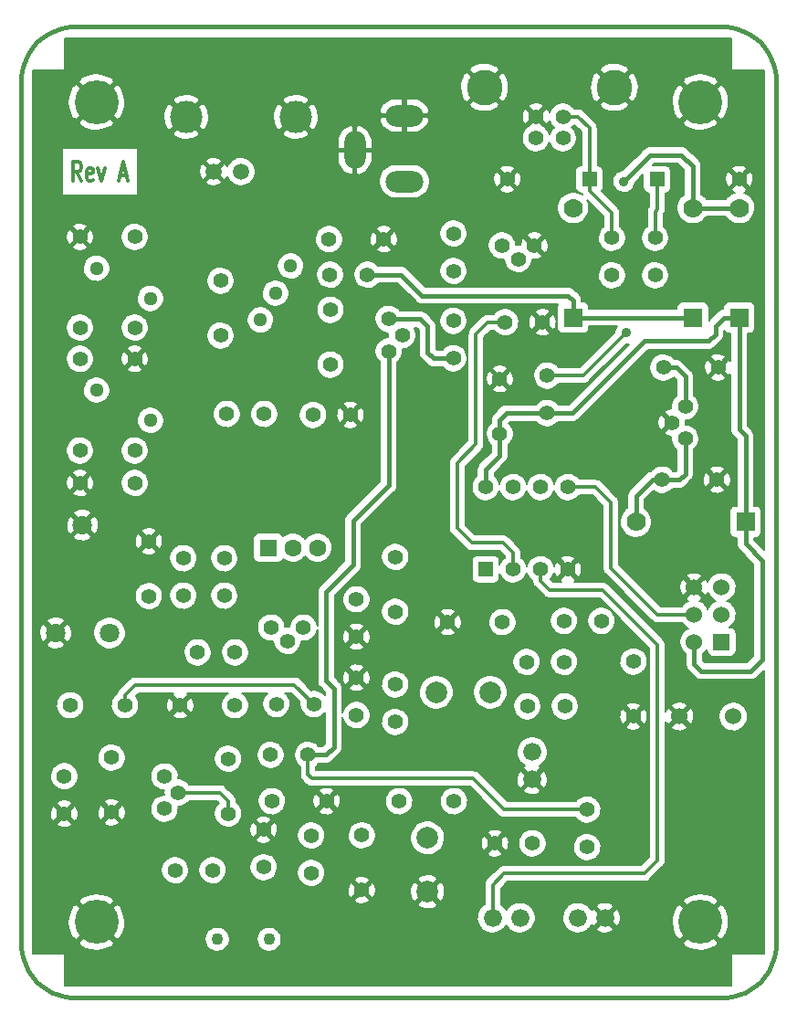
<source format=gtl>
G04 (created by PCBNEW-RS274X (2011-nov-30)-testing) date Mon 05 Mar 2012 05:04:35 PM PST*
G01*
G70*
G90*
%MOIN*%
G04 Gerber Fmt 3.4, Leading zero omitted, Abs format*
%FSLAX34Y34*%
G04 APERTURE LIST*
%ADD10C,0.006000*%
%ADD11C,0.012000*%
%ADD12C,0.015000*%
%ADD13C,0.055000*%
%ADD14R,0.055000X0.055000*%
%ADD15C,0.070000*%
%ADD16R,0.070000X0.070000*%
%ADD17R,0.060000X0.060000*%
%ADD18C,0.060000*%
%ADD19C,0.118100*%
%ADD20C,0.059100*%
%ADD21C,0.051200*%
%ADD22C,0.055100*%
%ADD23C,0.063000*%
%ADD24R,0.063000X0.063000*%
%ADD25C,0.070900*%
%ADD26C,0.043300*%
%ADD27C,0.078700*%
%ADD28C,0.066000*%
%ADD29O,0.137800X0.078700*%
%ADD30O,0.078700X0.137800*%
%ADD31C,0.160000*%
%ADD32C,0.129900*%
%ADD33C,0.035000*%
%ADD34C,0.016000*%
%ADD35C,0.007900*%
G04 APERTURE END LIST*
G54D10*
G54D11*
X21888Y-25325D02*
X21718Y-24988D01*
X21596Y-25325D02*
X21596Y-24616D01*
X21791Y-24616D01*
X21840Y-24650D01*
X21864Y-24684D01*
X21888Y-24752D01*
X21888Y-24853D01*
X21864Y-24920D01*
X21840Y-24954D01*
X21791Y-24988D01*
X21596Y-24988D01*
X22303Y-25292D02*
X22254Y-25325D01*
X22157Y-25325D01*
X22108Y-25292D01*
X22084Y-25224D01*
X22084Y-24954D01*
X22108Y-24887D01*
X22157Y-24853D01*
X22254Y-24853D01*
X22303Y-24887D01*
X22327Y-24954D01*
X22327Y-25022D01*
X22084Y-25089D01*
X22498Y-24853D02*
X22620Y-25325D01*
X22742Y-24853D01*
X23303Y-25123D02*
X23546Y-25123D01*
X23254Y-25325D02*
X23424Y-24616D01*
X23595Y-25325D01*
G54D12*
X45276Y-55118D02*
X45447Y-55110D01*
X45617Y-55088D01*
X45785Y-55050D01*
X45949Y-54999D01*
X46107Y-54933D01*
X46260Y-54854D01*
X46404Y-54762D01*
X46541Y-54657D01*
X46667Y-54541D01*
X46783Y-54415D01*
X46888Y-54278D01*
X46980Y-54133D01*
X47059Y-53981D01*
X47125Y-53823D01*
X47176Y-53659D01*
X47214Y-53491D01*
X47236Y-53321D01*
X47244Y-53150D01*
X19686Y-53150D02*
X19694Y-53321D01*
X19716Y-53491D01*
X19754Y-53659D01*
X19805Y-53823D01*
X19871Y-53981D01*
X19950Y-54133D01*
X20042Y-54278D01*
X20147Y-54415D01*
X20263Y-54541D01*
X20389Y-54657D01*
X20526Y-54762D01*
X20671Y-54854D01*
X20823Y-54933D01*
X20981Y-54999D01*
X21145Y-55050D01*
X21313Y-55088D01*
X21483Y-55110D01*
X21654Y-55118D01*
X21654Y-19685D02*
X21483Y-19693D01*
X21313Y-19715D01*
X21145Y-19753D01*
X20981Y-19804D01*
X20822Y-19870D01*
X20670Y-19949D01*
X20525Y-20042D01*
X20389Y-20146D01*
X20262Y-20262D01*
X20146Y-20389D01*
X20042Y-20525D01*
X19949Y-20670D01*
X19870Y-20822D01*
X19804Y-20981D01*
X19753Y-21145D01*
X19715Y-21313D01*
X19693Y-21483D01*
X19685Y-21654D01*
X47245Y-21654D02*
X47237Y-21483D01*
X47215Y-21313D01*
X47177Y-21145D01*
X47126Y-20981D01*
X47060Y-20822D01*
X46981Y-20670D01*
X46888Y-20525D01*
X46784Y-20389D01*
X46668Y-20262D01*
X46541Y-20146D01*
X46405Y-20042D01*
X46260Y-19949D01*
X46108Y-19870D01*
X45949Y-19804D01*
X45785Y-19753D01*
X45617Y-19715D01*
X45447Y-19693D01*
X45276Y-19685D01*
X21654Y-19685D02*
X45276Y-19685D01*
X47244Y-53150D02*
X47244Y-21654D01*
X21654Y-55118D02*
X45276Y-55118D01*
X19685Y-21654D02*
X19685Y-53150D01*
G54D13*
X37353Y-30473D03*
X38720Y-30473D03*
X35472Y-27236D03*
X35472Y-28603D03*
X35472Y-30425D03*
X35472Y-31792D03*
X31929Y-44812D03*
X31929Y-43445D03*
X29007Y-44409D03*
X30374Y-44409D03*
X31929Y-40582D03*
X31929Y-41949D03*
X33347Y-43693D03*
X33347Y-45060D03*
X25306Y-50472D03*
X26673Y-50472D03*
X40354Y-48259D03*
X40354Y-49626D03*
X32331Y-28741D03*
X30964Y-28741D03*
X26133Y-42520D03*
X27500Y-42520D03*
X27106Y-39086D03*
X27106Y-40453D03*
X30346Y-33858D03*
X31713Y-33858D03*
X27196Y-33819D03*
X28563Y-33819D03*
X30166Y-46260D03*
X28799Y-46260D03*
X21260Y-47039D03*
X21260Y-48406D03*
X30276Y-49204D03*
X30276Y-50571D03*
X38355Y-49488D03*
X36988Y-49488D03*
X40875Y-41378D03*
X39508Y-41378D03*
X38141Y-42874D03*
X39508Y-42874D03*
X39536Y-44488D03*
X38169Y-44488D03*
X41260Y-27393D03*
X41260Y-28760D03*
X42835Y-27393D03*
X42835Y-28760D03*
X28543Y-50363D03*
X28543Y-48996D03*
X38898Y-33788D03*
X38898Y-32421D03*
G54D14*
X36650Y-39492D03*
G54D13*
X37650Y-39492D03*
X38650Y-39492D03*
X39650Y-39492D03*
X39650Y-36492D03*
X38650Y-36492D03*
X37650Y-36492D03*
X36650Y-36492D03*
G54D15*
X42134Y-37756D03*
G54D16*
X46134Y-37756D03*
G54D15*
X45905Y-26306D03*
G54D16*
X45905Y-30306D03*
G54D15*
X44212Y-26306D03*
G54D16*
X44212Y-30306D03*
G54D15*
X39843Y-26307D03*
G54D16*
X39843Y-30307D03*
G54D14*
X40437Y-25256D03*
G54D13*
X37437Y-25256D03*
G54D14*
X42909Y-25256D03*
G54D13*
X45909Y-25256D03*
X23835Y-30669D03*
X21835Y-30669D03*
X43095Y-36220D03*
X45095Y-36220D03*
X43134Y-32126D03*
X45134Y-32126D03*
X37165Y-34543D03*
X37165Y-32543D03*
X37260Y-41417D03*
X35260Y-41417D03*
X33488Y-47953D03*
X35488Y-47953D03*
X32126Y-49197D03*
X32126Y-51197D03*
X42047Y-42858D03*
X42047Y-44858D03*
X27244Y-48402D03*
X27244Y-46402D03*
X22992Y-46362D03*
X22992Y-48362D03*
X33346Y-39039D03*
X33346Y-41039D03*
X21835Y-35157D03*
X23835Y-35157D03*
X28843Y-47953D03*
X30843Y-47953D03*
X23480Y-44449D03*
X21480Y-44449D03*
X30984Y-30024D03*
X30984Y-32024D03*
X23835Y-27362D03*
X21835Y-27362D03*
X21835Y-31811D03*
X23835Y-31811D03*
X23835Y-36339D03*
X21835Y-36339D03*
X26969Y-30961D03*
X26969Y-28961D03*
X30928Y-27442D03*
X32928Y-27442D03*
X24350Y-40469D03*
X24350Y-38469D03*
X27496Y-44449D03*
X25496Y-44449D03*
G54D17*
X45264Y-42142D03*
G54D18*
X44264Y-42142D03*
X45264Y-41142D03*
X44264Y-41142D03*
X45264Y-40142D03*
X44264Y-40142D03*
G54D19*
X25717Y-22980D03*
X29717Y-22980D03*
G54D20*
X27717Y-24980D03*
X26717Y-24980D03*
G54D21*
X22441Y-28504D03*
X24410Y-29606D03*
X24410Y-34055D03*
X22441Y-32953D03*
X29527Y-28425D03*
X28425Y-30394D03*
X28976Y-29410D03*
G54D22*
X43445Y-34134D03*
X43937Y-34725D03*
X43937Y-33543D03*
X37834Y-28170D03*
X38425Y-27678D03*
X37243Y-27678D03*
X25413Y-47638D03*
X24921Y-47047D03*
X24921Y-48229D03*
X33601Y-30946D03*
X33109Y-30355D03*
X33109Y-31537D03*
X29409Y-42106D03*
X30000Y-41614D03*
X28818Y-41614D03*
G54D23*
X29606Y-38701D03*
X30504Y-38701D03*
G54D24*
X28708Y-38701D03*
G54D25*
X20945Y-41812D03*
X22913Y-41812D03*
X21929Y-37874D03*
G54D26*
X28740Y-52992D03*
X26850Y-52992D03*
G54D27*
X36811Y-43976D03*
X34843Y-43976D03*
X34528Y-51260D03*
X34528Y-49292D03*
G54D28*
X36902Y-52205D03*
X37902Y-52205D03*
X38346Y-47154D03*
X38346Y-46154D03*
X40012Y-52205D03*
X41012Y-52205D03*
G54D18*
X43721Y-44862D03*
X45689Y-44862D03*
G54D29*
X33681Y-22933D03*
X33681Y-25335D03*
G54D30*
X31870Y-24193D03*
G54D31*
X22441Y-22441D03*
X44488Y-22441D03*
X44488Y-52362D03*
X22441Y-52362D03*
G54D13*
X25610Y-39086D03*
X25610Y-40453D03*
G54D22*
X38484Y-23760D03*
X39468Y-23760D03*
X39468Y-22973D03*
X38484Y-22973D03*
G54D32*
X41346Y-21902D03*
X36606Y-21902D03*
G54D33*
X41772Y-30866D03*
X41693Y-25335D03*
G54D34*
X43937Y-32460D02*
X43603Y-32126D01*
X43603Y-32126D02*
X43134Y-32126D01*
X43937Y-33543D02*
X43937Y-32460D01*
X34528Y-30631D02*
X34528Y-31575D01*
X46134Y-37756D02*
X46134Y-38556D01*
X37165Y-35335D02*
X37165Y-34543D01*
X45905Y-30306D02*
X45905Y-34390D01*
X36650Y-35850D02*
X37165Y-35335D01*
X37165Y-34036D02*
X37413Y-33788D01*
X39814Y-33788D02*
X42441Y-31161D01*
X44528Y-43209D02*
X44264Y-42945D01*
X46134Y-34619D02*
X46134Y-37756D01*
X46752Y-39174D02*
X46752Y-42776D01*
X36650Y-36492D02*
X36650Y-35850D01*
X45039Y-30611D02*
X45344Y-30306D01*
X45039Y-30905D02*
X45039Y-30611D01*
X37165Y-34543D02*
X37165Y-34036D01*
X46319Y-43209D02*
X44528Y-43209D01*
X34745Y-31792D02*
X35472Y-31792D01*
X37413Y-33788D02*
X38898Y-33788D01*
X33109Y-30355D02*
X34252Y-30355D01*
X44783Y-31161D02*
X45039Y-30905D01*
X34252Y-30355D02*
X34528Y-30631D01*
X34528Y-31575D02*
X34745Y-31792D01*
X42441Y-31161D02*
X44783Y-31161D01*
X44264Y-42945D02*
X44264Y-42142D01*
X46752Y-42776D02*
X46319Y-43209D01*
X45905Y-34390D02*
X46134Y-34619D01*
X45344Y-30306D02*
X45905Y-30306D01*
X46134Y-38556D02*
X46752Y-39174D01*
X38898Y-33788D02*
X39814Y-33788D01*
G54D11*
X37650Y-38891D02*
X37650Y-39492D01*
X36299Y-30906D02*
X36299Y-34921D01*
X35610Y-37992D02*
X36142Y-38524D01*
X37283Y-38524D02*
X37650Y-38891D01*
X36142Y-38524D02*
X37283Y-38524D01*
X36732Y-30473D02*
X36299Y-30906D01*
X37353Y-30473D02*
X36732Y-30473D01*
X36299Y-34921D02*
X35610Y-35610D01*
X35610Y-35610D02*
X35610Y-37992D01*
X40666Y-36492D02*
X41220Y-37046D01*
X42914Y-41142D02*
X44264Y-41142D01*
X41220Y-39448D02*
X42914Y-41142D01*
X39650Y-36492D02*
X40666Y-36492D01*
X41220Y-37046D02*
X41220Y-39448D01*
X26949Y-47638D02*
X27244Y-47933D01*
X25413Y-47638D02*
X26949Y-47638D01*
X27244Y-47933D02*
X27244Y-48402D01*
X42909Y-26363D02*
X42835Y-26437D01*
X42835Y-26437D02*
X42835Y-27393D01*
X42909Y-25256D02*
X42909Y-26363D01*
X40217Y-32421D02*
X41772Y-30866D01*
X38898Y-32421D02*
X40217Y-32421D01*
G54D34*
X44212Y-26306D02*
X44212Y-24783D01*
X44212Y-24783D02*
X43799Y-24370D01*
X42658Y-24370D02*
X41693Y-25335D01*
X43799Y-24370D02*
X42658Y-24370D01*
X45905Y-26306D02*
X44212Y-26306D01*
G54D11*
X38650Y-39910D02*
X38996Y-40256D01*
X42440Y-50591D02*
X37322Y-50591D01*
X38996Y-40256D02*
X40925Y-40256D01*
X42913Y-50118D02*
X42440Y-50591D01*
X37322Y-50591D02*
X36902Y-51011D01*
X40925Y-40256D02*
X42913Y-42244D01*
X38650Y-39492D02*
X38650Y-39910D01*
X36902Y-51011D02*
X36902Y-52205D01*
X42913Y-42244D02*
X42913Y-50118D01*
X39468Y-22973D02*
X40020Y-22973D01*
X40437Y-23390D02*
X40437Y-25256D01*
X40020Y-22973D02*
X40437Y-23390D01*
X40437Y-25256D02*
X40437Y-25674D01*
X41260Y-26497D02*
X41260Y-27393D01*
X40437Y-25674D02*
X41260Y-26497D01*
G54D34*
X42134Y-36823D02*
X42134Y-37756D01*
X43721Y-36220D02*
X43095Y-36220D01*
X43095Y-36220D02*
X42737Y-36220D01*
X43937Y-34725D02*
X43937Y-36004D01*
X43937Y-36004D02*
X43721Y-36220D01*
X42737Y-36220D02*
X42134Y-36823D01*
G54D11*
X23480Y-44449D02*
X23480Y-44079D01*
X23480Y-44079D02*
X23858Y-43701D01*
X23858Y-43701D02*
X29666Y-43701D01*
X29666Y-43701D02*
X30374Y-44409D01*
X30315Y-47126D02*
X30166Y-46977D01*
G54D34*
X31811Y-39331D02*
X30827Y-40315D01*
X30827Y-40315D02*
X30827Y-43563D01*
G54D11*
X36200Y-47126D02*
X30315Y-47126D01*
X30166Y-46977D02*
X30166Y-46260D01*
G54D34*
X31811Y-37717D02*
X31811Y-39331D01*
X33109Y-36419D02*
X31811Y-37717D01*
X30827Y-43563D02*
X31102Y-43838D01*
G54D11*
X40354Y-48259D02*
X37333Y-48259D01*
G54D34*
X33109Y-31537D02*
X33109Y-36419D01*
X31102Y-43838D02*
X31102Y-45985D01*
X31102Y-45985D02*
X30827Y-46260D01*
X30827Y-46260D02*
X30166Y-46260D01*
G54D11*
X37333Y-48259D02*
X36200Y-47126D01*
G54D34*
X32331Y-28741D02*
X33564Y-28741D01*
X39843Y-29685D02*
X39843Y-30307D01*
X39666Y-29508D02*
X39843Y-29685D01*
X34331Y-29508D02*
X39666Y-29508D01*
X33564Y-28741D02*
X34331Y-29508D01*
X44211Y-30307D02*
X44212Y-30306D01*
X39843Y-30307D02*
X44211Y-30307D01*
G54D10*
G36*
X46433Y-42643D02*
X46186Y-42890D01*
X44660Y-42890D01*
X44583Y-42812D01*
X44583Y-42576D01*
X44597Y-42568D01*
X44673Y-42495D01*
X44725Y-42421D01*
X44725Y-42465D01*
X44734Y-42511D01*
X44752Y-42554D01*
X44778Y-42593D01*
X44811Y-42627D01*
X44849Y-42653D01*
X44893Y-42671D01*
X44938Y-42681D01*
X44985Y-42681D01*
X45587Y-42681D01*
X45633Y-42672D01*
X45676Y-42654D01*
X45715Y-42628D01*
X45749Y-42595D01*
X45775Y-42557D01*
X45793Y-42513D01*
X45803Y-42468D01*
X45803Y-42421D01*
X45803Y-41819D01*
X45794Y-41773D01*
X45776Y-41730D01*
X45750Y-41691D01*
X45717Y-41657D01*
X45679Y-41631D01*
X45635Y-41613D01*
X45590Y-41603D01*
X45543Y-41603D01*
X45541Y-41603D01*
X45597Y-41568D01*
X45673Y-41495D01*
X45734Y-41409D01*
X45777Y-41312D01*
X45800Y-41210D01*
X45802Y-41089D01*
X45781Y-40986D01*
X45741Y-40888D01*
X45683Y-40800D01*
X45608Y-40725D01*
X45521Y-40666D01*
X45463Y-40641D01*
X45508Y-40624D01*
X45597Y-40568D01*
X45673Y-40495D01*
X45734Y-40409D01*
X45777Y-40312D01*
X45800Y-40210D01*
X45802Y-40089D01*
X45781Y-39986D01*
X45741Y-39888D01*
X45683Y-39800D01*
X45608Y-39725D01*
X45521Y-39666D01*
X45424Y-39625D01*
X45373Y-39614D01*
X45373Y-36583D01*
X45095Y-36305D01*
X45010Y-36390D01*
X45010Y-36220D01*
X44732Y-35942D01*
X44646Y-35968D01*
X44605Y-36059D01*
X44583Y-36158D01*
X44580Y-36258D01*
X44597Y-36357D01*
X44633Y-36451D01*
X44646Y-36472D01*
X44732Y-36498D01*
X45010Y-36220D01*
X45010Y-36390D01*
X44817Y-36583D01*
X44843Y-36669D01*
X44934Y-36710D01*
X45033Y-36732D01*
X45133Y-36735D01*
X45232Y-36718D01*
X45326Y-36682D01*
X45347Y-36669D01*
X45373Y-36583D01*
X45373Y-39614D01*
X45320Y-39604D01*
X45215Y-39604D01*
X45111Y-39623D01*
X45013Y-39663D01*
X44925Y-39721D01*
X44850Y-39795D01*
X44790Y-39882D01*
X44763Y-39944D01*
X44748Y-39903D01*
X44734Y-39875D01*
X44644Y-39846D01*
X44560Y-39930D01*
X44560Y-39762D01*
X44531Y-39672D01*
X44451Y-39637D01*
X44451Y-34675D01*
X44431Y-34576D01*
X44393Y-34483D01*
X44337Y-34399D01*
X44266Y-34327D01*
X44183Y-34271D01*
X44090Y-34232D01*
X43991Y-34211D01*
X43953Y-34211D01*
X43957Y-34196D01*
X43960Y-34096D01*
X43953Y-34057D01*
X43976Y-34058D01*
X44075Y-34041D01*
X44169Y-34004D01*
X44255Y-33950D01*
X44328Y-33881D01*
X44386Y-33798D01*
X44427Y-33706D01*
X44449Y-33608D01*
X44451Y-33493D01*
X44431Y-33394D01*
X44393Y-33301D01*
X44337Y-33217D01*
X44266Y-33145D01*
X44256Y-33138D01*
X44256Y-32463D01*
X44256Y-32460D01*
X44250Y-32401D01*
X44250Y-32398D01*
X44233Y-32342D01*
X44232Y-32338D01*
X44204Y-32286D01*
X44203Y-32283D01*
X44172Y-32245D01*
X44165Y-32237D01*
X44163Y-32235D01*
X44162Y-32234D01*
X43831Y-31903D01*
X43829Y-31900D01*
X43793Y-31871D01*
X43783Y-31863D01*
X43781Y-31862D01*
X43780Y-31861D01*
X43747Y-31843D01*
X43729Y-31833D01*
X43728Y-31832D01*
X43725Y-31831D01*
X43669Y-31814D01*
X43666Y-31813D01*
X43625Y-31809D01*
X43607Y-31807D01*
X43604Y-31807D01*
X43603Y-31807D01*
X43538Y-31807D01*
X43534Y-31800D01*
X43463Y-31728D01*
X43380Y-31672D01*
X43287Y-31633D01*
X43188Y-31612D01*
X43088Y-31612D01*
X42989Y-31630D01*
X42895Y-31668D01*
X42811Y-31723D01*
X42739Y-31794D01*
X42682Y-31877D01*
X42642Y-31969D01*
X42621Y-32068D01*
X42619Y-32169D01*
X42637Y-32268D01*
X42675Y-32362D01*
X42729Y-32446D01*
X42799Y-32519D01*
X42882Y-32577D01*
X42974Y-32617D01*
X43072Y-32639D01*
X43173Y-32641D01*
X43272Y-32624D01*
X43366Y-32587D01*
X43452Y-32533D01*
X43506Y-32481D01*
X43618Y-32592D01*
X43618Y-33137D01*
X43614Y-33140D01*
X43542Y-33211D01*
X43485Y-33294D01*
X43445Y-33386D01*
X43424Y-33485D01*
X43422Y-33586D01*
X43428Y-33619D01*
X43407Y-33619D01*
X43308Y-33636D01*
X43214Y-33672D01*
X43193Y-33685D01*
X43167Y-33771D01*
X43417Y-34021D01*
X43445Y-34049D01*
X43530Y-34134D01*
X43445Y-34219D01*
X43417Y-34247D01*
X43360Y-34304D01*
X43360Y-34134D01*
X43082Y-33856D01*
X42996Y-33882D01*
X42955Y-33973D01*
X42933Y-34072D01*
X42930Y-34172D01*
X42947Y-34271D01*
X42983Y-34365D01*
X42996Y-34386D01*
X43082Y-34412D01*
X43360Y-34134D01*
X43360Y-34304D01*
X43167Y-34497D01*
X43193Y-34583D01*
X43284Y-34624D01*
X43383Y-34646D01*
X43428Y-34647D01*
X43424Y-34667D01*
X43422Y-34768D01*
X43440Y-34867D01*
X43478Y-34961D01*
X43532Y-35045D01*
X43602Y-35118D01*
X43618Y-35129D01*
X43618Y-35871D01*
X43588Y-35901D01*
X43499Y-35901D01*
X43495Y-35894D01*
X43424Y-35822D01*
X43341Y-35766D01*
X43248Y-35727D01*
X43149Y-35706D01*
X43049Y-35706D01*
X42950Y-35724D01*
X42856Y-35762D01*
X42772Y-35817D01*
X42700Y-35888D01*
X42687Y-35905D01*
X42675Y-35907D01*
X42624Y-35922D01*
X42618Y-35924D01*
X42617Y-35924D01*
X42615Y-35925D01*
X42560Y-35954D01*
X42522Y-35984D01*
X42514Y-35992D01*
X42512Y-35994D01*
X42511Y-35995D01*
X41908Y-36597D01*
X41879Y-36632D01*
X41871Y-36643D01*
X41870Y-36644D01*
X41869Y-36646D01*
X41851Y-36679D01*
X41841Y-36697D01*
X41840Y-36697D01*
X41839Y-36701D01*
X41821Y-36760D01*
X41817Y-36801D01*
X41815Y-36819D01*
X41815Y-36822D01*
X41815Y-36823D01*
X41815Y-37262D01*
X41764Y-37296D01*
X41681Y-37376D01*
X41616Y-37472D01*
X41571Y-37578D01*
X41547Y-37690D01*
X41545Y-37806D01*
X41566Y-37919D01*
X41609Y-38026D01*
X41671Y-38123D01*
X41751Y-38206D01*
X41846Y-38272D01*
X41952Y-38318D01*
X42064Y-38343D01*
X42180Y-38345D01*
X42293Y-38325D01*
X42401Y-38283D01*
X42498Y-38221D01*
X42581Y-38142D01*
X42648Y-38048D01*
X42695Y-37942D01*
X42720Y-37830D01*
X42722Y-37698D01*
X42700Y-37585D01*
X42656Y-37478D01*
X42592Y-37382D01*
X42510Y-37301D01*
X42453Y-37262D01*
X42453Y-36955D01*
X42780Y-36627D01*
X42843Y-36671D01*
X42935Y-36711D01*
X43033Y-36733D01*
X43134Y-36735D01*
X43233Y-36718D01*
X43327Y-36681D01*
X43413Y-36627D01*
X43486Y-36558D01*
X43499Y-36539D01*
X43717Y-36539D01*
X43721Y-36539D01*
X43780Y-36533D01*
X43783Y-36533D01*
X43839Y-36516D01*
X43843Y-36515D01*
X43895Y-36487D01*
X43898Y-36486D01*
X43935Y-36455D01*
X43944Y-36448D01*
X43946Y-36446D01*
X43947Y-36446D01*
X44160Y-36232D01*
X44162Y-36230D01*
X44200Y-36184D01*
X44202Y-36182D01*
X44230Y-36130D01*
X44232Y-36127D01*
X44249Y-36070D01*
X44250Y-36067D01*
X44253Y-36026D01*
X44256Y-36008D01*
X44256Y-36005D01*
X44256Y-36004D01*
X44256Y-35131D01*
X44328Y-35063D01*
X44386Y-34980D01*
X44427Y-34888D01*
X44449Y-34790D01*
X44451Y-34675D01*
X44451Y-39637D01*
X44435Y-39630D01*
X44333Y-39607D01*
X44227Y-39603D01*
X44123Y-39621D01*
X44025Y-39658D01*
X43997Y-39672D01*
X43968Y-39762D01*
X44264Y-40057D01*
X44560Y-39762D01*
X44560Y-39930D01*
X44349Y-40142D01*
X44644Y-40438D01*
X44734Y-40409D01*
X44763Y-40340D01*
X44783Y-40389D01*
X44840Y-40478D01*
X44914Y-40554D01*
X45000Y-40614D01*
X45064Y-40641D01*
X45013Y-40663D01*
X44925Y-40721D01*
X44850Y-40795D01*
X44790Y-40882D01*
X44763Y-40943D01*
X44741Y-40888D01*
X44683Y-40800D01*
X44608Y-40725D01*
X44521Y-40666D01*
X44462Y-40641D01*
X44503Y-40626D01*
X44531Y-40612D01*
X44560Y-40522D01*
X44264Y-40227D01*
X44179Y-40311D01*
X44179Y-40142D01*
X43884Y-39846D01*
X43794Y-39875D01*
X43752Y-39971D01*
X43729Y-40073D01*
X43725Y-40179D01*
X43743Y-40283D01*
X43780Y-40381D01*
X43794Y-40409D01*
X43884Y-40438D01*
X44179Y-40142D01*
X44179Y-40311D01*
X43968Y-40522D01*
X43997Y-40612D01*
X44065Y-40641D01*
X44013Y-40663D01*
X43925Y-40721D01*
X43850Y-40795D01*
X43816Y-40843D01*
X43037Y-40843D01*
X41519Y-39324D01*
X41519Y-37049D01*
X41519Y-37046D01*
X41517Y-37031D01*
X41514Y-36991D01*
X41513Y-36988D01*
X41498Y-36935D01*
X41496Y-36932D01*
X41473Y-36889D01*
X41470Y-36883D01*
X41469Y-36881D01*
X41448Y-36855D01*
X41434Y-36837D01*
X41432Y-36835D01*
X41431Y-36834D01*
X40883Y-36287D01*
X40880Y-36283D01*
X40877Y-36281D01*
X40835Y-36245D01*
X40784Y-36217D01*
X40781Y-36216D01*
X40728Y-36200D01*
X40725Y-36199D01*
X40688Y-36195D01*
X40670Y-36193D01*
X40667Y-36193D01*
X40666Y-36193D01*
X40068Y-36193D01*
X40050Y-36166D01*
X39979Y-36094D01*
X39896Y-36038D01*
X39803Y-35999D01*
X39704Y-35978D01*
X39604Y-35978D01*
X39505Y-35996D01*
X39411Y-36034D01*
X39327Y-36089D01*
X39255Y-36160D01*
X39198Y-36243D01*
X39158Y-36335D01*
X39150Y-36372D01*
X39144Y-36343D01*
X39106Y-36250D01*
X39050Y-36166D01*
X38979Y-36094D01*
X38896Y-36038D01*
X38803Y-35999D01*
X38704Y-35978D01*
X38604Y-35978D01*
X38505Y-35996D01*
X38411Y-36034D01*
X38327Y-36089D01*
X38255Y-36160D01*
X38198Y-36243D01*
X38158Y-36335D01*
X38150Y-36372D01*
X38144Y-36343D01*
X38106Y-36250D01*
X38050Y-36166D01*
X37979Y-36094D01*
X37896Y-36038D01*
X37803Y-35999D01*
X37704Y-35978D01*
X37604Y-35978D01*
X37505Y-35996D01*
X37411Y-36034D01*
X37327Y-36089D01*
X37255Y-36160D01*
X37198Y-36243D01*
X37158Y-36335D01*
X37150Y-36372D01*
X37144Y-36343D01*
X37106Y-36250D01*
X37050Y-36166D01*
X36979Y-36094D01*
X36969Y-36087D01*
X36969Y-35982D01*
X37388Y-35563D01*
X37390Y-35561D01*
X37428Y-35515D01*
X37430Y-35513D01*
X37458Y-35461D01*
X37460Y-35458D01*
X37477Y-35401D01*
X37478Y-35398D01*
X37481Y-35357D01*
X37484Y-35339D01*
X37484Y-35336D01*
X37484Y-35335D01*
X37484Y-34949D01*
X37556Y-34881D01*
X37614Y-34798D01*
X37655Y-34706D01*
X37677Y-34608D01*
X37679Y-34493D01*
X37659Y-34394D01*
X37621Y-34301D01*
X37565Y-34217D01*
X37500Y-34151D01*
X37545Y-34107D01*
X38492Y-34107D01*
X38493Y-34108D01*
X38563Y-34181D01*
X38646Y-34239D01*
X38738Y-34279D01*
X38836Y-34301D01*
X38937Y-34303D01*
X39036Y-34286D01*
X39130Y-34249D01*
X39216Y-34195D01*
X39289Y-34126D01*
X39302Y-34107D01*
X39810Y-34107D01*
X39814Y-34107D01*
X39873Y-34101D01*
X39876Y-34101D01*
X39932Y-34084D01*
X39936Y-34083D01*
X39988Y-34055D01*
X39991Y-34054D01*
X40028Y-34023D01*
X40037Y-34016D01*
X40039Y-34014D01*
X40040Y-34014D01*
X42573Y-31480D01*
X44779Y-31480D01*
X44783Y-31480D01*
X44842Y-31474D01*
X44845Y-31474D01*
X44901Y-31457D01*
X44905Y-31456D01*
X44957Y-31428D01*
X44960Y-31427D01*
X44997Y-31396D01*
X45006Y-31389D01*
X45008Y-31387D01*
X45009Y-31387D01*
X45262Y-31133D01*
X45265Y-31131D01*
X45302Y-31085D01*
X45304Y-31083D01*
X45328Y-31038D01*
X45332Y-31031D01*
X45332Y-31030D01*
X45334Y-31027D01*
X45351Y-30971D01*
X45352Y-30968D01*
X45355Y-30927D01*
X45358Y-30909D01*
X45358Y-30906D01*
X45358Y-30905D01*
X45358Y-30790D01*
X45369Y-30807D01*
X45402Y-30841D01*
X45440Y-30867D01*
X45484Y-30885D01*
X45529Y-30895D01*
X45576Y-30895D01*
X45586Y-30895D01*
X45586Y-31878D01*
X45583Y-31874D01*
X45497Y-31848D01*
X45412Y-31933D01*
X45412Y-31763D01*
X45386Y-31677D01*
X45295Y-31636D01*
X45196Y-31614D01*
X45096Y-31611D01*
X44997Y-31628D01*
X44903Y-31664D01*
X44882Y-31677D01*
X44856Y-31763D01*
X45134Y-32041D01*
X45412Y-31763D01*
X45412Y-31933D01*
X45219Y-32126D01*
X45497Y-32404D01*
X45583Y-32378D01*
X45586Y-32371D01*
X45586Y-34386D01*
X45586Y-34390D01*
X45592Y-34452D01*
X45609Y-34508D01*
X45610Y-34512D01*
X45639Y-34567D01*
X45669Y-34604D01*
X45677Y-34613D01*
X45679Y-34616D01*
X45815Y-34751D01*
X45815Y-37167D01*
X45761Y-37167D01*
X45715Y-37176D01*
X45672Y-37194D01*
X45633Y-37220D01*
X45610Y-37242D01*
X45610Y-36182D01*
X45593Y-36083D01*
X45557Y-35989D01*
X45544Y-35968D01*
X45458Y-35942D01*
X45412Y-35988D01*
X45412Y-32489D01*
X45134Y-32211D01*
X45049Y-32296D01*
X45049Y-32126D01*
X44771Y-31848D01*
X44685Y-31874D01*
X44644Y-31965D01*
X44622Y-32064D01*
X44619Y-32164D01*
X44636Y-32263D01*
X44672Y-32357D01*
X44685Y-32378D01*
X44771Y-32404D01*
X45049Y-32126D01*
X45049Y-32296D01*
X44856Y-32489D01*
X44882Y-32575D01*
X44973Y-32616D01*
X45072Y-32638D01*
X45172Y-32641D01*
X45271Y-32624D01*
X45365Y-32588D01*
X45386Y-32575D01*
X45412Y-32489D01*
X45412Y-35988D01*
X45373Y-36027D01*
X45373Y-35857D01*
X45347Y-35771D01*
X45256Y-35730D01*
X45157Y-35708D01*
X45057Y-35705D01*
X44958Y-35722D01*
X44864Y-35758D01*
X44843Y-35771D01*
X44817Y-35857D01*
X45095Y-36135D01*
X45373Y-35857D01*
X45373Y-36027D01*
X45180Y-36220D01*
X45458Y-36498D01*
X45544Y-36472D01*
X45585Y-36381D01*
X45607Y-36282D01*
X45610Y-36182D01*
X45610Y-37242D01*
X45599Y-37253D01*
X45573Y-37291D01*
X45555Y-37335D01*
X45545Y-37380D01*
X45545Y-37427D01*
X45545Y-38129D01*
X45554Y-38175D01*
X45572Y-38218D01*
X45598Y-38257D01*
X45631Y-38291D01*
X45669Y-38317D01*
X45713Y-38335D01*
X45758Y-38345D01*
X45805Y-38345D01*
X45815Y-38345D01*
X45815Y-38552D01*
X45815Y-38556D01*
X45821Y-38618D01*
X45838Y-38674D01*
X45839Y-38678D01*
X45868Y-38733D01*
X45898Y-38770D01*
X45906Y-38779D01*
X45908Y-38782D01*
X46433Y-39306D01*
X46433Y-42643D01*
X46433Y-42643D01*
G37*
G54D35*
X46433Y-42643D02*
X46186Y-42890D01*
X44660Y-42890D01*
X44583Y-42812D01*
X44583Y-42576D01*
X44597Y-42568D01*
X44673Y-42495D01*
X44725Y-42421D01*
X44725Y-42465D01*
X44734Y-42511D01*
X44752Y-42554D01*
X44778Y-42593D01*
X44811Y-42627D01*
X44849Y-42653D01*
X44893Y-42671D01*
X44938Y-42681D01*
X44985Y-42681D01*
X45587Y-42681D01*
X45633Y-42672D01*
X45676Y-42654D01*
X45715Y-42628D01*
X45749Y-42595D01*
X45775Y-42557D01*
X45793Y-42513D01*
X45803Y-42468D01*
X45803Y-42421D01*
X45803Y-41819D01*
X45794Y-41773D01*
X45776Y-41730D01*
X45750Y-41691D01*
X45717Y-41657D01*
X45679Y-41631D01*
X45635Y-41613D01*
X45590Y-41603D01*
X45543Y-41603D01*
X45541Y-41603D01*
X45597Y-41568D01*
X45673Y-41495D01*
X45734Y-41409D01*
X45777Y-41312D01*
X45800Y-41210D01*
X45802Y-41089D01*
X45781Y-40986D01*
X45741Y-40888D01*
X45683Y-40800D01*
X45608Y-40725D01*
X45521Y-40666D01*
X45463Y-40641D01*
X45508Y-40624D01*
X45597Y-40568D01*
X45673Y-40495D01*
X45734Y-40409D01*
X45777Y-40312D01*
X45800Y-40210D01*
X45802Y-40089D01*
X45781Y-39986D01*
X45741Y-39888D01*
X45683Y-39800D01*
X45608Y-39725D01*
X45521Y-39666D01*
X45424Y-39625D01*
X45373Y-39614D01*
X45373Y-36583D01*
X45095Y-36305D01*
X45010Y-36390D01*
X45010Y-36220D01*
X44732Y-35942D01*
X44646Y-35968D01*
X44605Y-36059D01*
X44583Y-36158D01*
X44580Y-36258D01*
X44597Y-36357D01*
X44633Y-36451D01*
X44646Y-36472D01*
X44732Y-36498D01*
X45010Y-36220D01*
X45010Y-36390D01*
X44817Y-36583D01*
X44843Y-36669D01*
X44934Y-36710D01*
X45033Y-36732D01*
X45133Y-36735D01*
X45232Y-36718D01*
X45326Y-36682D01*
X45347Y-36669D01*
X45373Y-36583D01*
X45373Y-39614D01*
X45320Y-39604D01*
X45215Y-39604D01*
X45111Y-39623D01*
X45013Y-39663D01*
X44925Y-39721D01*
X44850Y-39795D01*
X44790Y-39882D01*
X44763Y-39944D01*
X44748Y-39903D01*
X44734Y-39875D01*
X44644Y-39846D01*
X44560Y-39930D01*
X44560Y-39762D01*
X44531Y-39672D01*
X44451Y-39637D01*
X44451Y-34675D01*
X44431Y-34576D01*
X44393Y-34483D01*
X44337Y-34399D01*
X44266Y-34327D01*
X44183Y-34271D01*
X44090Y-34232D01*
X43991Y-34211D01*
X43953Y-34211D01*
X43957Y-34196D01*
X43960Y-34096D01*
X43953Y-34057D01*
X43976Y-34058D01*
X44075Y-34041D01*
X44169Y-34004D01*
X44255Y-33950D01*
X44328Y-33881D01*
X44386Y-33798D01*
X44427Y-33706D01*
X44449Y-33608D01*
X44451Y-33493D01*
X44431Y-33394D01*
X44393Y-33301D01*
X44337Y-33217D01*
X44266Y-33145D01*
X44256Y-33138D01*
X44256Y-32463D01*
X44256Y-32460D01*
X44250Y-32401D01*
X44250Y-32398D01*
X44233Y-32342D01*
X44232Y-32338D01*
X44204Y-32286D01*
X44203Y-32283D01*
X44172Y-32245D01*
X44165Y-32237D01*
X44163Y-32235D01*
X44162Y-32234D01*
X43831Y-31903D01*
X43829Y-31900D01*
X43793Y-31871D01*
X43783Y-31863D01*
X43781Y-31862D01*
X43780Y-31861D01*
X43747Y-31843D01*
X43729Y-31833D01*
X43728Y-31832D01*
X43725Y-31831D01*
X43669Y-31814D01*
X43666Y-31813D01*
X43625Y-31809D01*
X43607Y-31807D01*
X43604Y-31807D01*
X43603Y-31807D01*
X43538Y-31807D01*
X43534Y-31800D01*
X43463Y-31728D01*
X43380Y-31672D01*
X43287Y-31633D01*
X43188Y-31612D01*
X43088Y-31612D01*
X42989Y-31630D01*
X42895Y-31668D01*
X42811Y-31723D01*
X42739Y-31794D01*
X42682Y-31877D01*
X42642Y-31969D01*
X42621Y-32068D01*
X42619Y-32169D01*
X42637Y-32268D01*
X42675Y-32362D01*
X42729Y-32446D01*
X42799Y-32519D01*
X42882Y-32577D01*
X42974Y-32617D01*
X43072Y-32639D01*
X43173Y-32641D01*
X43272Y-32624D01*
X43366Y-32587D01*
X43452Y-32533D01*
X43506Y-32481D01*
X43618Y-32592D01*
X43618Y-33137D01*
X43614Y-33140D01*
X43542Y-33211D01*
X43485Y-33294D01*
X43445Y-33386D01*
X43424Y-33485D01*
X43422Y-33586D01*
X43428Y-33619D01*
X43407Y-33619D01*
X43308Y-33636D01*
X43214Y-33672D01*
X43193Y-33685D01*
X43167Y-33771D01*
X43417Y-34021D01*
X43445Y-34049D01*
X43530Y-34134D01*
X43445Y-34219D01*
X43417Y-34247D01*
X43360Y-34304D01*
X43360Y-34134D01*
X43082Y-33856D01*
X42996Y-33882D01*
X42955Y-33973D01*
X42933Y-34072D01*
X42930Y-34172D01*
X42947Y-34271D01*
X42983Y-34365D01*
X42996Y-34386D01*
X43082Y-34412D01*
X43360Y-34134D01*
X43360Y-34304D01*
X43167Y-34497D01*
X43193Y-34583D01*
X43284Y-34624D01*
X43383Y-34646D01*
X43428Y-34647D01*
X43424Y-34667D01*
X43422Y-34768D01*
X43440Y-34867D01*
X43478Y-34961D01*
X43532Y-35045D01*
X43602Y-35118D01*
X43618Y-35129D01*
X43618Y-35871D01*
X43588Y-35901D01*
X43499Y-35901D01*
X43495Y-35894D01*
X43424Y-35822D01*
X43341Y-35766D01*
X43248Y-35727D01*
X43149Y-35706D01*
X43049Y-35706D01*
X42950Y-35724D01*
X42856Y-35762D01*
X42772Y-35817D01*
X42700Y-35888D01*
X42687Y-35905D01*
X42675Y-35907D01*
X42624Y-35922D01*
X42618Y-35924D01*
X42617Y-35924D01*
X42615Y-35925D01*
X42560Y-35954D01*
X42522Y-35984D01*
X42514Y-35992D01*
X42512Y-35994D01*
X42511Y-35995D01*
X41908Y-36597D01*
X41879Y-36632D01*
X41871Y-36643D01*
X41870Y-36644D01*
X41869Y-36646D01*
X41851Y-36679D01*
X41841Y-36697D01*
X41840Y-36697D01*
X41839Y-36701D01*
X41821Y-36760D01*
X41817Y-36801D01*
X41815Y-36819D01*
X41815Y-36822D01*
X41815Y-36823D01*
X41815Y-37262D01*
X41764Y-37296D01*
X41681Y-37376D01*
X41616Y-37472D01*
X41571Y-37578D01*
X41547Y-37690D01*
X41545Y-37806D01*
X41566Y-37919D01*
X41609Y-38026D01*
X41671Y-38123D01*
X41751Y-38206D01*
X41846Y-38272D01*
X41952Y-38318D01*
X42064Y-38343D01*
X42180Y-38345D01*
X42293Y-38325D01*
X42401Y-38283D01*
X42498Y-38221D01*
X42581Y-38142D01*
X42648Y-38048D01*
X42695Y-37942D01*
X42720Y-37830D01*
X42722Y-37698D01*
X42700Y-37585D01*
X42656Y-37478D01*
X42592Y-37382D01*
X42510Y-37301D01*
X42453Y-37262D01*
X42453Y-36955D01*
X42780Y-36627D01*
X42843Y-36671D01*
X42935Y-36711D01*
X43033Y-36733D01*
X43134Y-36735D01*
X43233Y-36718D01*
X43327Y-36681D01*
X43413Y-36627D01*
X43486Y-36558D01*
X43499Y-36539D01*
X43717Y-36539D01*
X43721Y-36539D01*
X43780Y-36533D01*
X43783Y-36533D01*
X43839Y-36516D01*
X43843Y-36515D01*
X43895Y-36487D01*
X43898Y-36486D01*
X43935Y-36455D01*
X43944Y-36448D01*
X43946Y-36446D01*
X43947Y-36446D01*
X44160Y-36232D01*
X44162Y-36230D01*
X44200Y-36184D01*
X44202Y-36182D01*
X44230Y-36130D01*
X44232Y-36127D01*
X44249Y-36070D01*
X44250Y-36067D01*
X44253Y-36026D01*
X44256Y-36008D01*
X44256Y-36005D01*
X44256Y-36004D01*
X44256Y-35131D01*
X44328Y-35063D01*
X44386Y-34980D01*
X44427Y-34888D01*
X44449Y-34790D01*
X44451Y-34675D01*
X44451Y-39637D01*
X44435Y-39630D01*
X44333Y-39607D01*
X44227Y-39603D01*
X44123Y-39621D01*
X44025Y-39658D01*
X43997Y-39672D01*
X43968Y-39762D01*
X44264Y-40057D01*
X44560Y-39762D01*
X44560Y-39930D01*
X44349Y-40142D01*
X44644Y-40438D01*
X44734Y-40409D01*
X44763Y-40340D01*
X44783Y-40389D01*
X44840Y-40478D01*
X44914Y-40554D01*
X45000Y-40614D01*
X45064Y-40641D01*
X45013Y-40663D01*
X44925Y-40721D01*
X44850Y-40795D01*
X44790Y-40882D01*
X44763Y-40943D01*
X44741Y-40888D01*
X44683Y-40800D01*
X44608Y-40725D01*
X44521Y-40666D01*
X44462Y-40641D01*
X44503Y-40626D01*
X44531Y-40612D01*
X44560Y-40522D01*
X44264Y-40227D01*
X44179Y-40311D01*
X44179Y-40142D01*
X43884Y-39846D01*
X43794Y-39875D01*
X43752Y-39971D01*
X43729Y-40073D01*
X43725Y-40179D01*
X43743Y-40283D01*
X43780Y-40381D01*
X43794Y-40409D01*
X43884Y-40438D01*
X44179Y-40142D01*
X44179Y-40311D01*
X43968Y-40522D01*
X43997Y-40612D01*
X44065Y-40641D01*
X44013Y-40663D01*
X43925Y-40721D01*
X43850Y-40795D01*
X43816Y-40843D01*
X43037Y-40843D01*
X41519Y-39324D01*
X41519Y-37049D01*
X41519Y-37046D01*
X41517Y-37031D01*
X41514Y-36991D01*
X41513Y-36988D01*
X41498Y-36935D01*
X41496Y-36932D01*
X41473Y-36889D01*
X41470Y-36883D01*
X41469Y-36881D01*
X41448Y-36855D01*
X41434Y-36837D01*
X41432Y-36835D01*
X41431Y-36834D01*
X40883Y-36287D01*
X40880Y-36283D01*
X40877Y-36281D01*
X40835Y-36245D01*
X40784Y-36217D01*
X40781Y-36216D01*
X40728Y-36200D01*
X40725Y-36199D01*
X40688Y-36195D01*
X40670Y-36193D01*
X40667Y-36193D01*
X40666Y-36193D01*
X40068Y-36193D01*
X40050Y-36166D01*
X39979Y-36094D01*
X39896Y-36038D01*
X39803Y-35999D01*
X39704Y-35978D01*
X39604Y-35978D01*
X39505Y-35996D01*
X39411Y-36034D01*
X39327Y-36089D01*
X39255Y-36160D01*
X39198Y-36243D01*
X39158Y-36335D01*
X39150Y-36372D01*
X39144Y-36343D01*
X39106Y-36250D01*
X39050Y-36166D01*
X38979Y-36094D01*
X38896Y-36038D01*
X38803Y-35999D01*
X38704Y-35978D01*
X38604Y-35978D01*
X38505Y-35996D01*
X38411Y-36034D01*
X38327Y-36089D01*
X38255Y-36160D01*
X38198Y-36243D01*
X38158Y-36335D01*
X38150Y-36372D01*
X38144Y-36343D01*
X38106Y-36250D01*
X38050Y-36166D01*
X37979Y-36094D01*
X37896Y-36038D01*
X37803Y-35999D01*
X37704Y-35978D01*
X37604Y-35978D01*
X37505Y-35996D01*
X37411Y-36034D01*
X37327Y-36089D01*
X37255Y-36160D01*
X37198Y-36243D01*
X37158Y-36335D01*
X37150Y-36372D01*
X37144Y-36343D01*
X37106Y-36250D01*
X37050Y-36166D01*
X36979Y-36094D01*
X36969Y-36087D01*
X36969Y-35982D01*
X37388Y-35563D01*
X37390Y-35561D01*
X37428Y-35515D01*
X37430Y-35513D01*
X37458Y-35461D01*
X37460Y-35458D01*
X37477Y-35401D01*
X37478Y-35398D01*
X37481Y-35357D01*
X37484Y-35339D01*
X37484Y-35336D01*
X37484Y-35335D01*
X37484Y-34949D01*
X37556Y-34881D01*
X37614Y-34798D01*
X37655Y-34706D01*
X37677Y-34608D01*
X37679Y-34493D01*
X37659Y-34394D01*
X37621Y-34301D01*
X37565Y-34217D01*
X37500Y-34151D01*
X37545Y-34107D01*
X38492Y-34107D01*
X38493Y-34108D01*
X38563Y-34181D01*
X38646Y-34239D01*
X38738Y-34279D01*
X38836Y-34301D01*
X38937Y-34303D01*
X39036Y-34286D01*
X39130Y-34249D01*
X39216Y-34195D01*
X39289Y-34126D01*
X39302Y-34107D01*
X39810Y-34107D01*
X39814Y-34107D01*
X39873Y-34101D01*
X39876Y-34101D01*
X39932Y-34084D01*
X39936Y-34083D01*
X39988Y-34055D01*
X39991Y-34054D01*
X40028Y-34023D01*
X40037Y-34016D01*
X40039Y-34014D01*
X40040Y-34014D01*
X42573Y-31480D01*
X44779Y-31480D01*
X44783Y-31480D01*
X44842Y-31474D01*
X44845Y-31474D01*
X44901Y-31457D01*
X44905Y-31456D01*
X44957Y-31428D01*
X44960Y-31427D01*
X44997Y-31396D01*
X45006Y-31389D01*
X45008Y-31387D01*
X45009Y-31387D01*
X45262Y-31133D01*
X45265Y-31131D01*
X45302Y-31085D01*
X45304Y-31083D01*
X45328Y-31038D01*
X45332Y-31031D01*
X45332Y-31030D01*
X45334Y-31027D01*
X45351Y-30971D01*
X45352Y-30968D01*
X45355Y-30927D01*
X45358Y-30909D01*
X45358Y-30906D01*
X45358Y-30905D01*
X45358Y-30790D01*
X45369Y-30807D01*
X45402Y-30841D01*
X45440Y-30867D01*
X45484Y-30885D01*
X45529Y-30895D01*
X45576Y-30895D01*
X45586Y-30895D01*
X45586Y-31878D01*
X45583Y-31874D01*
X45497Y-31848D01*
X45412Y-31933D01*
X45412Y-31763D01*
X45386Y-31677D01*
X45295Y-31636D01*
X45196Y-31614D01*
X45096Y-31611D01*
X44997Y-31628D01*
X44903Y-31664D01*
X44882Y-31677D01*
X44856Y-31763D01*
X45134Y-32041D01*
X45412Y-31763D01*
X45412Y-31933D01*
X45219Y-32126D01*
X45497Y-32404D01*
X45583Y-32378D01*
X45586Y-32371D01*
X45586Y-34386D01*
X45586Y-34390D01*
X45592Y-34452D01*
X45609Y-34508D01*
X45610Y-34512D01*
X45639Y-34567D01*
X45669Y-34604D01*
X45677Y-34613D01*
X45679Y-34616D01*
X45815Y-34751D01*
X45815Y-37167D01*
X45761Y-37167D01*
X45715Y-37176D01*
X45672Y-37194D01*
X45633Y-37220D01*
X45610Y-37242D01*
X45610Y-36182D01*
X45593Y-36083D01*
X45557Y-35989D01*
X45544Y-35968D01*
X45458Y-35942D01*
X45412Y-35988D01*
X45412Y-32489D01*
X45134Y-32211D01*
X45049Y-32296D01*
X45049Y-32126D01*
X44771Y-31848D01*
X44685Y-31874D01*
X44644Y-31965D01*
X44622Y-32064D01*
X44619Y-32164D01*
X44636Y-32263D01*
X44672Y-32357D01*
X44685Y-32378D01*
X44771Y-32404D01*
X45049Y-32126D01*
X45049Y-32296D01*
X44856Y-32489D01*
X44882Y-32575D01*
X44973Y-32616D01*
X45072Y-32638D01*
X45172Y-32641D01*
X45271Y-32624D01*
X45365Y-32588D01*
X45386Y-32575D01*
X45412Y-32489D01*
X45412Y-35988D01*
X45373Y-36027D01*
X45373Y-35857D01*
X45347Y-35771D01*
X45256Y-35730D01*
X45157Y-35708D01*
X45057Y-35705D01*
X44958Y-35722D01*
X44864Y-35758D01*
X44843Y-35771D01*
X44817Y-35857D01*
X45095Y-36135D01*
X45373Y-35857D01*
X45373Y-36027D01*
X45180Y-36220D01*
X45458Y-36498D01*
X45544Y-36472D01*
X45585Y-36381D01*
X45607Y-36282D01*
X45610Y-36182D01*
X45610Y-37242D01*
X45599Y-37253D01*
X45573Y-37291D01*
X45555Y-37335D01*
X45545Y-37380D01*
X45545Y-37427D01*
X45545Y-38129D01*
X45554Y-38175D01*
X45572Y-38218D01*
X45598Y-38257D01*
X45631Y-38291D01*
X45669Y-38317D01*
X45713Y-38335D01*
X45758Y-38345D01*
X45805Y-38345D01*
X45815Y-38345D01*
X45815Y-38552D01*
X45815Y-38556D01*
X45821Y-38618D01*
X45838Y-38674D01*
X45839Y-38678D01*
X45868Y-38733D01*
X45898Y-38770D01*
X45906Y-38779D01*
X45908Y-38782D01*
X46433Y-39306D01*
X46433Y-42643D01*
G54D10*
G36*
X46811Y-53504D02*
X46227Y-53504D01*
X46227Y-44809D01*
X46206Y-44706D01*
X46166Y-44608D01*
X46108Y-44520D01*
X46033Y-44445D01*
X45946Y-44386D01*
X45849Y-44345D01*
X45745Y-44324D01*
X45640Y-44324D01*
X45536Y-44343D01*
X45438Y-44383D01*
X45350Y-44441D01*
X45275Y-44515D01*
X45215Y-44602D01*
X45174Y-44699D01*
X45152Y-44802D01*
X45150Y-44907D01*
X45169Y-45011D01*
X45208Y-45109D01*
X45265Y-45198D01*
X45339Y-45274D01*
X45425Y-45334D01*
X45522Y-45376D01*
X45625Y-45399D01*
X45731Y-45401D01*
X45835Y-45383D01*
X45933Y-45344D01*
X46022Y-45288D01*
X46098Y-45215D01*
X46159Y-45129D01*
X46202Y-45032D01*
X46225Y-44930D01*
X46227Y-44809D01*
X46227Y-53504D01*
X45673Y-53504D01*
X45630Y-53547D01*
X45630Y-54685D01*
X45531Y-54685D01*
X45531Y-52346D01*
X45508Y-52144D01*
X45446Y-51950D01*
X45366Y-51798D01*
X45226Y-51709D01*
X45141Y-51794D01*
X45141Y-51624D01*
X45052Y-51484D01*
X44871Y-51391D01*
X44675Y-51335D01*
X44472Y-51319D01*
X44270Y-51342D01*
X44260Y-51345D01*
X44260Y-44825D01*
X44242Y-44721D01*
X44205Y-44623D01*
X44191Y-44595D01*
X44101Y-44566D01*
X44017Y-44650D01*
X44017Y-44482D01*
X43988Y-44392D01*
X43892Y-44350D01*
X43790Y-44327D01*
X43684Y-44323D01*
X43580Y-44341D01*
X43482Y-44378D01*
X43454Y-44392D01*
X43425Y-44482D01*
X43721Y-44777D01*
X44017Y-44482D01*
X44017Y-44650D01*
X43806Y-44862D01*
X44101Y-45158D01*
X44191Y-45129D01*
X44233Y-45033D01*
X44256Y-44931D01*
X44260Y-44825D01*
X44260Y-51345D01*
X44076Y-51404D01*
X44017Y-51435D01*
X44017Y-45242D01*
X43721Y-44947D01*
X43636Y-45031D01*
X43636Y-44862D01*
X43341Y-44566D01*
X43251Y-44595D01*
X43212Y-44684D01*
X43212Y-42247D01*
X43212Y-42244D01*
X43210Y-42229D01*
X43207Y-42189D01*
X43206Y-42186D01*
X43191Y-42133D01*
X43189Y-42130D01*
X43166Y-42087D01*
X43163Y-42081D01*
X43162Y-42079D01*
X43141Y-42053D01*
X43127Y-42035D01*
X43125Y-42033D01*
X43124Y-42032D01*
X41142Y-40051D01*
X41139Y-40047D01*
X41136Y-40045D01*
X41094Y-40009D01*
X41043Y-39981D01*
X41040Y-39980D01*
X40987Y-39964D01*
X40984Y-39963D01*
X40947Y-39959D01*
X40929Y-39957D01*
X40926Y-39957D01*
X40925Y-39957D01*
X40165Y-39957D01*
X40165Y-39454D01*
X40148Y-39355D01*
X40112Y-39261D01*
X40099Y-39240D01*
X40013Y-39214D01*
X39928Y-39299D01*
X39928Y-39129D01*
X39902Y-39043D01*
X39811Y-39002D01*
X39712Y-38980D01*
X39612Y-38977D01*
X39513Y-38994D01*
X39419Y-39030D01*
X39398Y-39043D01*
X39372Y-39129D01*
X39650Y-39407D01*
X39928Y-39129D01*
X39928Y-39299D01*
X39735Y-39492D01*
X40013Y-39770D01*
X40099Y-39744D01*
X40140Y-39653D01*
X40162Y-39554D01*
X40165Y-39454D01*
X40165Y-39957D01*
X39873Y-39957D01*
X39881Y-39954D01*
X39902Y-39941D01*
X39928Y-39855D01*
X39650Y-39577D01*
X39372Y-39855D01*
X39398Y-39941D01*
X39433Y-39957D01*
X39119Y-39957D01*
X39016Y-39853D01*
X39041Y-39830D01*
X39099Y-39747D01*
X39140Y-39655D01*
X39149Y-39613D01*
X39152Y-39629D01*
X39188Y-39723D01*
X39201Y-39744D01*
X39287Y-39770D01*
X39565Y-39492D01*
X39287Y-39214D01*
X39201Y-39240D01*
X39160Y-39331D01*
X39150Y-39374D01*
X39144Y-39343D01*
X39106Y-39250D01*
X39050Y-39166D01*
X38979Y-39094D01*
X38896Y-39038D01*
X38803Y-38999D01*
X38704Y-38978D01*
X38604Y-38978D01*
X38505Y-38996D01*
X38411Y-39034D01*
X38327Y-39089D01*
X38255Y-39160D01*
X38198Y-39243D01*
X38158Y-39335D01*
X38150Y-39372D01*
X38144Y-39343D01*
X38106Y-39250D01*
X38050Y-39166D01*
X37979Y-39094D01*
X37949Y-39073D01*
X37949Y-38895D01*
X37949Y-38891D01*
X37947Y-38872D01*
X37944Y-38836D01*
X37943Y-38833D01*
X37928Y-38780D01*
X37926Y-38777D01*
X37903Y-38734D01*
X37900Y-38728D01*
X37899Y-38726D01*
X37878Y-38700D01*
X37864Y-38682D01*
X37863Y-38681D01*
X37862Y-38680D01*
X37856Y-38675D01*
X37501Y-38320D01*
X37497Y-38315D01*
X37494Y-38313D01*
X37452Y-38277D01*
X37401Y-38249D01*
X37398Y-38248D01*
X37345Y-38232D01*
X37342Y-38231D01*
X37305Y-38227D01*
X37287Y-38225D01*
X37284Y-38225D01*
X37283Y-38225D01*
X36265Y-38225D01*
X35909Y-37868D01*
X35909Y-35733D01*
X36507Y-35135D01*
X36508Y-35135D01*
X36508Y-35134D01*
X36510Y-35133D01*
X36516Y-35125D01*
X36546Y-35090D01*
X36547Y-35087D01*
X36574Y-35039D01*
X36574Y-35036D01*
X36591Y-34983D01*
X36591Y-34981D01*
X36598Y-34925D01*
X36598Y-34922D01*
X36598Y-34921D01*
X36598Y-31029D01*
X36855Y-30772D01*
X36934Y-30772D01*
X36948Y-30793D01*
X37018Y-30866D01*
X37101Y-30924D01*
X37193Y-30964D01*
X37291Y-30986D01*
X37392Y-30988D01*
X37491Y-30971D01*
X37585Y-30934D01*
X37671Y-30880D01*
X37744Y-30811D01*
X37802Y-30728D01*
X37843Y-30636D01*
X37865Y-30538D01*
X37867Y-30423D01*
X37847Y-30324D01*
X37809Y-30231D01*
X37753Y-30147D01*
X37682Y-30075D01*
X37599Y-30019D01*
X37506Y-29980D01*
X37407Y-29959D01*
X37307Y-29959D01*
X37208Y-29977D01*
X37114Y-30015D01*
X37030Y-30070D01*
X36958Y-30141D01*
X36935Y-30174D01*
X36735Y-30174D01*
X36732Y-30174D01*
X36717Y-30175D01*
X36677Y-30179D01*
X36621Y-30195D01*
X36575Y-30219D01*
X36567Y-30224D01*
X36541Y-30244D01*
X36523Y-30259D01*
X36521Y-30261D01*
X36520Y-30262D01*
X36094Y-30688D01*
X36090Y-30692D01*
X36052Y-30737D01*
X36024Y-30788D01*
X36023Y-30790D01*
X36023Y-30791D01*
X36006Y-30847D01*
X36002Y-30884D01*
X36000Y-30902D01*
X36000Y-30905D01*
X36000Y-30906D01*
X36000Y-34797D01*
X35405Y-35392D01*
X35401Y-35396D01*
X35363Y-35441D01*
X35335Y-35492D01*
X35334Y-35494D01*
X35334Y-35495D01*
X35317Y-35551D01*
X35313Y-35588D01*
X35311Y-35606D01*
X35311Y-35609D01*
X35311Y-35610D01*
X35311Y-37988D01*
X35311Y-37992D01*
X35312Y-38010D01*
X35316Y-38047D01*
X35317Y-38050D01*
X35332Y-38103D01*
X35334Y-38106D01*
X35356Y-38148D01*
X35360Y-38155D01*
X35361Y-38157D01*
X35381Y-38183D01*
X35396Y-38201D01*
X35398Y-38203D01*
X35399Y-38203D01*
X35403Y-38207D01*
X35927Y-38732D01*
X35928Y-38733D01*
X35930Y-38735D01*
X35937Y-38741D01*
X35973Y-38771D01*
X35976Y-38772D01*
X36024Y-38799D01*
X36026Y-38799D01*
X36027Y-38800D01*
X36034Y-38802D01*
X36080Y-38816D01*
X36082Y-38816D01*
X36138Y-38823D01*
X36141Y-38823D01*
X36142Y-38823D01*
X37160Y-38823D01*
X37351Y-39014D01*
X37351Y-39073D01*
X37327Y-39089D01*
X37255Y-39160D01*
X37198Y-39243D01*
X37164Y-39321D01*
X37164Y-39194D01*
X37155Y-39148D01*
X37137Y-39105D01*
X37111Y-39066D01*
X37078Y-39032D01*
X37040Y-39006D01*
X36996Y-38988D01*
X36951Y-38978D01*
X36904Y-38978D01*
X36352Y-38978D01*
X36306Y-38987D01*
X36263Y-39005D01*
X36224Y-39031D01*
X36190Y-39064D01*
X36164Y-39102D01*
X36146Y-39146D01*
X36136Y-39191D01*
X36136Y-39238D01*
X36136Y-39790D01*
X36145Y-39836D01*
X36163Y-39879D01*
X36189Y-39918D01*
X36222Y-39952D01*
X36260Y-39978D01*
X36304Y-39996D01*
X36349Y-40006D01*
X36396Y-40006D01*
X36948Y-40006D01*
X36994Y-39997D01*
X37037Y-39979D01*
X37076Y-39953D01*
X37110Y-39920D01*
X37136Y-39882D01*
X37154Y-39838D01*
X37164Y-39793D01*
X37164Y-39746D01*
X37164Y-39661D01*
X37191Y-39728D01*
X37245Y-39812D01*
X37315Y-39885D01*
X37398Y-39943D01*
X37490Y-39983D01*
X37588Y-40005D01*
X37689Y-40007D01*
X37788Y-39990D01*
X37882Y-39953D01*
X37968Y-39899D01*
X38041Y-39830D01*
X38099Y-39747D01*
X38140Y-39655D01*
X38149Y-39613D01*
X38153Y-39634D01*
X38191Y-39728D01*
X38245Y-39812D01*
X38315Y-39885D01*
X38351Y-39910D01*
X38352Y-39928D01*
X38356Y-39965D01*
X38357Y-39968D01*
X38372Y-40021D01*
X38374Y-40024D01*
X38396Y-40066D01*
X38400Y-40073D01*
X38401Y-40075D01*
X38421Y-40101D01*
X38436Y-40119D01*
X38438Y-40121D01*
X38439Y-40121D01*
X38443Y-40125D01*
X38781Y-40464D01*
X38782Y-40465D01*
X38784Y-40467D01*
X38791Y-40473D01*
X38827Y-40503D01*
X38830Y-40504D01*
X38878Y-40531D01*
X38880Y-40531D01*
X38881Y-40532D01*
X38934Y-40548D01*
X38936Y-40549D01*
X38975Y-40553D01*
X38992Y-40555D01*
X38995Y-40555D01*
X38996Y-40555D01*
X40801Y-40555D01*
X42614Y-42367D01*
X42614Y-49994D01*
X42562Y-50046D01*
X42562Y-44820D01*
X42561Y-44814D01*
X42561Y-42808D01*
X42541Y-42709D01*
X42503Y-42616D01*
X42447Y-42532D01*
X42376Y-42460D01*
X42293Y-42404D01*
X42200Y-42365D01*
X42101Y-42344D01*
X42001Y-42344D01*
X41902Y-42362D01*
X41808Y-42400D01*
X41724Y-42455D01*
X41652Y-42526D01*
X41595Y-42609D01*
X41555Y-42701D01*
X41534Y-42800D01*
X41532Y-42901D01*
X41550Y-43000D01*
X41588Y-43094D01*
X41642Y-43178D01*
X41712Y-43251D01*
X41795Y-43309D01*
X41887Y-43349D01*
X41985Y-43371D01*
X42086Y-43373D01*
X42185Y-43356D01*
X42279Y-43319D01*
X42365Y-43265D01*
X42438Y-43196D01*
X42496Y-43113D01*
X42537Y-43021D01*
X42559Y-42923D01*
X42561Y-42808D01*
X42561Y-44814D01*
X42545Y-44721D01*
X42509Y-44627D01*
X42496Y-44606D01*
X42410Y-44580D01*
X42325Y-44665D01*
X42325Y-44495D01*
X42299Y-44409D01*
X42208Y-44368D01*
X42109Y-44346D01*
X42009Y-44343D01*
X41910Y-44360D01*
X41816Y-44396D01*
X41795Y-44409D01*
X41769Y-44495D01*
X42047Y-44773D01*
X42325Y-44495D01*
X42325Y-44665D01*
X42132Y-44858D01*
X42410Y-45136D01*
X42496Y-45110D01*
X42537Y-45019D01*
X42559Y-44920D01*
X42562Y-44820D01*
X42562Y-50046D01*
X42325Y-50283D01*
X42325Y-45221D01*
X42047Y-44943D01*
X41962Y-45028D01*
X41962Y-44858D01*
X41684Y-44580D01*
X41598Y-44606D01*
X41557Y-44697D01*
X41535Y-44796D01*
X41532Y-44896D01*
X41549Y-44995D01*
X41585Y-45089D01*
X41598Y-45110D01*
X41684Y-45136D01*
X41962Y-44858D01*
X41962Y-45028D01*
X41769Y-45221D01*
X41795Y-45307D01*
X41886Y-45348D01*
X41985Y-45370D01*
X42085Y-45373D01*
X42184Y-45356D01*
X42278Y-45320D01*
X42299Y-45307D01*
X42325Y-45221D01*
X42325Y-50283D01*
X42316Y-50292D01*
X41389Y-50292D01*
X41389Y-41328D01*
X41369Y-41229D01*
X41331Y-41136D01*
X41275Y-41052D01*
X41204Y-40980D01*
X41121Y-40924D01*
X41028Y-40885D01*
X40929Y-40864D01*
X40829Y-40864D01*
X40730Y-40882D01*
X40636Y-40920D01*
X40552Y-40975D01*
X40480Y-41046D01*
X40423Y-41129D01*
X40383Y-41221D01*
X40362Y-41320D01*
X40360Y-41421D01*
X40378Y-41520D01*
X40416Y-41614D01*
X40470Y-41698D01*
X40540Y-41771D01*
X40623Y-41829D01*
X40715Y-41869D01*
X40813Y-41891D01*
X40914Y-41893D01*
X41013Y-41876D01*
X41107Y-41839D01*
X41193Y-41785D01*
X41266Y-41716D01*
X41324Y-41633D01*
X41365Y-41541D01*
X41387Y-41443D01*
X41389Y-41328D01*
X41389Y-50292D01*
X40868Y-50292D01*
X40868Y-49576D01*
X40868Y-48209D01*
X40848Y-48110D01*
X40810Y-48017D01*
X40754Y-47933D01*
X40683Y-47861D01*
X40600Y-47805D01*
X40507Y-47766D01*
X40408Y-47745D01*
X40308Y-47745D01*
X40209Y-47763D01*
X40115Y-47801D01*
X40050Y-47843D01*
X40050Y-44438D01*
X40030Y-44339D01*
X40022Y-44319D01*
X40022Y-42824D01*
X40022Y-41328D01*
X40002Y-41229D01*
X39964Y-41136D01*
X39908Y-41052D01*
X39837Y-40980D01*
X39754Y-40924D01*
X39661Y-40885D01*
X39562Y-40864D01*
X39462Y-40864D01*
X39363Y-40882D01*
X39269Y-40920D01*
X39185Y-40975D01*
X39113Y-41046D01*
X39056Y-41129D01*
X39016Y-41221D01*
X38995Y-41320D01*
X38993Y-41421D01*
X39011Y-41520D01*
X39049Y-41614D01*
X39103Y-41698D01*
X39173Y-41771D01*
X39256Y-41829D01*
X39348Y-41869D01*
X39446Y-41891D01*
X39547Y-41893D01*
X39646Y-41876D01*
X39740Y-41839D01*
X39826Y-41785D01*
X39899Y-41716D01*
X39957Y-41633D01*
X39998Y-41541D01*
X40020Y-41443D01*
X40022Y-41328D01*
X40022Y-42824D01*
X40002Y-42725D01*
X39964Y-42632D01*
X39908Y-42548D01*
X39837Y-42476D01*
X39754Y-42420D01*
X39661Y-42381D01*
X39562Y-42360D01*
X39462Y-42360D01*
X39363Y-42378D01*
X39269Y-42416D01*
X39185Y-42471D01*
X39113Y-42542D01*
X39056Y-42625D01*
X39016Y-42717D01*
X38995Y-42816D01*
X38993Y-42917D01*
X39011Y-43016D01*
X39049Y-43110D01*
X39103Y-43194D01*
X39173Y-43267D01*
X39256Y-43325D01*
X39348Y-43365D01*
X39446Y-43387D01*
X39547Y-43389D01*
X39646Y-43372D01*
X39740Y-43335D01*
X39826Y-43281D01*
X39899Y-43212D01*
X39957Y-43129D01*
X39998Y-43037D01*
X40020Y-42939D01*
X40022Y-42824D01*
X40022Y-44319D01*
X39992Y-44246D01*
X39936Y-44162D01*
X39865Y-44090D01*
X39782Y-44034D01*
X39689Y-43995D01*
X39590Y-43974D01*
X39490Y-43974D01*
X39391Y-43992D01*
X39297Y-44030D01*
X39213Y-44085D01*
X39141Y-44156D01*
X39084Y-44239D01*
X39044Y-44331D01*
X39023Y-44430D01*
X39021Y-44531D01*
X39039Y-44630D01*
X39077Y-44724D01*
X39131Y-44808D01*
X39201Y-44881D01*
X39284Y-44939D01*
X39376Y-44979D01*
X39474Y-45001D01*
X39575Y-45003D01*
X39674Y-44986D01*
X39768Y-44949D01*
X39854Y-44895D01*
X39927Y-44826D01*
X39985Y-44743D01*
X40026Y-44651D01*
X40048Y-44553D01*
X40050Y-44438D01*
X40050Y-47843D01*
X40031Y-47856D01*
X39959Y-47927D01*
X39936Y-47960D01*
X38915Y-47960D01*
X38915Y-47118D01*
X38914Y-47111D01*
X38914Y-46098D01*
X38892Y-45989D01*
X38850Y-45886D01*
X38788Y-45793D01*
X38710Y-45714D01*
X38683Y-45696D01*
X38683Y-44438D01*
X38663Y-44339D01*
X38655Y-44319D01*
X38655Y-42824D01*
X38635Y-42725D01*
X38597Y-42632D01*
X38541Y-42548D01*
X38470Y-42476D01*
X38387Y-42420D01*
X38294Y-42381D01*
X38195Y-42360D01*
X38095Y-42360D01*
X37996Y-42378D01*
X37902Y-42416D01*
X37818Y-42471D01*
X37774Y-42514D01*
X37774Y-41367D01*
X37754Y-41268D01*
X37716Y-41175D01*
X37660Y-41091D01*
X37589Y-41019D01*
X37506Y-40963D01*
X37413Y-40924D01*
X37314Y-40903D01*
X37214Y-40903D01*
X37115Y-40921D01*
X37021Y-40959D01*
X36937Y-41014D01*
X36865Y-41085D01*
X36808Y-41168D01*
X36768Y-41260D01*
X36747Y-41359D01*
X36745Y-41460D01*
X36763Y-41559D01*
X36801Y-41653D01*
X36855Y-41737D01*
X36925Y-41810D01*
X37008Y-41868D01*
X37100Y-41908D01*
X37198Y-41930D01*
X37299Y-41932D01*
X37398Y-41915D01*
X37492Y-41878D01*
X37578Y-41824D01*
X37651Y-41755D01*
X37709Y-41672D01*
X37750Y-41580D01*
X37772Y-41482D01*
X37774Y-41367D01*
X37774Y-42514D01*
X37746Y-42542D01*
X37689Y-42625D01*
X37649Y-42717D01*
X37628Y-42816D01*
X37626Y-42917D01*
X37644Y-43016D01*
X37682Y-43110D01*
X37736Y-43194D01*
X37806Y-43267D01*
X37889Y-43325D01*
X37981Y-43365D01*
X38079Y-43387D01*
X38180Y-43389D01*
X38279Y-43372D01*
X38373Y-43335D01*
X38459Y-43281D01*
X38532Y-43212D01*
X38590Y-43129D01*
X38631Y-43037D01*
X38653Y-42939D01*
X38655Y-42824D01*
X38655Y-44319D01*
X38625Y-44246D01*
X38569Y-44162D01*
X38498Y-44090D01*
X38415Y-44034D01*
X38322Y-43995D01*
X38223Y-43974D01*
X38123Y-43974D01*
X38024Y-43992D01*
X37930Y-44030D01*
X37846Y-44085D01*
X37774Y-44156D01*
X37717Y-44239D01*
X37677Y-44331D01*
X37656Y-44430D01*
X37654Y-44531D01*
X37672Y-44630D01*
X37710Y-44724D01*
X37764Y-44808D01*
X37834Y-44881D01*
X37917Y-44939D01*
X38009Y-44979D01*
X38107Y-45001D01*
X38208Y-45003D01*
X38307Y-44986D01*
X38401Y-44949D01*
X38487Y-44895D01*
X38560Y-44826D01*
X38618Y-44743D01*
X38659Y-44651D01*
X38681Y-44553D01*
X38683Y-44438D01*
X38683Y-45696D01*
X38617Y-45652D01*
X38514Y-45609D01*
X38405Y-45586D01*
X38294Y-45586D01*
X38185Y-45607D01*
X38081Y-45648D01*
X37988Y-45709D01*
X37909Y-45787D01*
X37846Y-45879D01*
X37802Y-45982D01*
X37779Y-46091D01*
X37777Y-46202D01*
X37797Y-46312D01*
X37839Y-46415D01*
X37899Y-46509D01*
X37976Y-46589D01*
X38068Y-46652D01*
X38072Y-46653D01*
X38061Y-46660D01*
X38029Y-46752D01*
X38346Y-47069D01*
X38663Y-46752D01*
X38631Y-46660D01*
X38618Y-46654D01*
X38698Y-46604D01*
X38778Y-46527D01*
X38842Y-46436D01*
X38888Y-46334D01*
X38912Y-46225D01*
X38914Y-46098D01*
X38914Y-47111D01*
X38898Y-47008D01*
X38859Y-46904D01*
X38840Y-46869D01*
X38748Y-46837D01*
X38431Y-47154D01*
X38748Y-47471D01*
X38840Y-47439D01*
X38886Y-47338D01*
X38912Y-47229D01*
X38915Y-47118D01*
X38915Y-47960D01*
X38663Y-47960D01*
X38663Y-47556D01*
X38346Y-47239D01*
X38261Y-47324D01*
X38261Y-47154D01*
X37944Y-46837D01*
X37852Y-46869D01*
X37806Y-46970D01*
X37780Y-47079D01*
X37777Y-47190D01*
X37794Y-47300D01*
X37833Y-47404D01*
X37852Y-47439D01*
X37944Y-47471D01*
X38261Y-47154D01*
X38261Y-47324D01*
X38029Y-47556D01*
X38061Y-47648D01*
X38162Y-47694D01*
X38271Y-47720D01*
X38382Y-47723D01*
X38492Y-47706D01*
X38596Y-47667D01*
X38631Y-47648D01*
X38663Y-47556D01*
X38663Y-47960D01*
X37456Y-47960D01*
X37443Y-47947D01*
X37443Y-43914D01*
X37419Y-43792D01*
X37372Y-43678D01*
X37303Y-43575D01*
X37216Y-43487D01*
X37113Y-43417D01*
X36999Y-43369D01*
X36877Y-43344D01*
X36753Y-43344D01*
X36632Y-43367D01*
X36517Y-43413D01*
X36413Y-43481D01*
X36325Y-43568D01*
X36255Y-43670D01*
X36206Y-43784D01*
X36180Y-43905D01*
X36178Y-44029D01*
X36201Y-44151D01*
X36246Y-44266D01*
X36313Y-44370D01*
X36399Y-44460D01*
X36501Y-44530D01*
X36615Y-44580D01*
X36736Y-44607D01*
X36860Y-44609D01*
X36982Y-44588D01*
X37097Y-44543D01*
X37202Y-44476D01*
X37292Y-44391D01*
X37363Y-44290D01*
X37414Y-44176D01*
X37441Y-44056D01*
X37443Y-43914D01*
X37443Y-47947D01*
X36417Y-46921D01*
X36414Y-46917D01*
X36411Y-46915D01*
X36369Y-46879D01*
X36318Y-46851D01*
X36315Y-46850D01*
X36262Y-46834D01*
X36259Y-46833D01*
X36222Y-46829D01*
X36204Y-46827D01*
X36201Y-46827D01*
X36200Y-46827D01*
X35775Y-46827D01*
X35775Y-41379D01*
X35758Y-41280D01*
X35722Y-41186D01*
X35709Y-41165D01*
X35623Y-41139D01*
X35538Y-41224D01*
X35538Y-41054D01*
X35512Y-40968D01*
X35421Y-40927D01*
X35322Y-40905D01*
X35222Y-40902D01*
X35123Y-40919D01*
X35029Y-40955D01*
X35008Y-40968D01*
X34982Y-41054D01*
X35260Y-41332D01*
X35538Y-41054D01*
X35538Y-41224D01*
X35345Y-41417D01*
X35623Y-41695D01*
X35709Y-41669D01*
X35750Y-41578D01*
X35772Y-41479D01*
X35775Y-41379D01*
X35775Y-46827D01*
X35538Y-46827D01*
X35538Y-41780D01*
X35260Y-41502D01*
X35175Y-41587D01*
X35175Y-41417D01*
X34897Y-41139D01*
X34811Y-41165D01*
X34770Y-41256D01*
X34748Y-41355D01*
X34745Y-41455D01*
X34762Y-41554D01*
X34798Y-41648D01*
X34811Y-41669D01*
X34897Y-41695D01*
X35175Y-41417D01*
X35175Y-41587D01*
X34982Y-41780D01*
X35008Y-41866D01*
X35099Y-41907D01*
X35198Y-41929D01*
X35298Y-41932D01*
X35397Y-41915D01*
X35491Y-41879D01*
X35512Y-41866D01*
X35538Y-41780D01*
X35538Y-46827D01*
X35475Y-46827D01*
X35475Y-43914D01*
X35451Y-43792D01*
X35404Y-43678D01*
X35335Y-43575D01*
X35248Y-43487D01*
X35145Y-43417D01*
X35031Y-43369D01*
X34909Y-43344D01*
X34785Y-43344D01*
X34664Y-43367D01*
X34549Y-43413D01*
X34445Y-43481D01*
X34357Y-43568D01*
X34287Y-43670D01*
X34238Y-43784D01*
X34212Y-43905D01*
X34210Y-44029D01*
X34233Y-44151D01*
X34278Y-44266D01*
X34345Y-44370D01*
X34431Y-44460D01*
X34533Y-44530D01*
X34647Y-44580D01*
X34768Y-44607D01*
X34892Y-44609D01*
X35014Y-44588D01*
X35129Y-44543D01*
X35234Y-44476D01*
X35324Y-44391D01*
X35395Y-44290D01*
X35446Y-44176D01*
X35473Y-44056D01*
X35475Y-43914D01*
X35475Y-46827D01*
X33861Y-46827D01*
X33861Y-45010D01*
X33861Y-43643D01*
X33860Y-43638D01*
X33860Y-40989D01*
X33860Y-38989D01*
X33840Y-38890D01*
X33802Y-38797D01*
X33746Y-38713D01*
X33675Y-38641D01*
X33592Y-38585D01*
X33499Y-38546D01*
X33400Y-38525D01*
X33300Y-38525D01*
X33201Y-38543D01*
X33107Y-38581D01*
X33023Y-38636D01*
X32951Y-38707D01*
X32894Y-38790D01*
X32854Y-38882D01*
X32833Y-38981D01*
X32831Y-39082D01*
X32849Y-39181D01*
X32887Y-39275D01*
X32941Y-39359D01*
X33011Y-39432D01*
X33094Y-39490D01*
X33186Y-39530D01*
X33284Y-39552D01*
X33385Y-39554D01*
X33484Y-39537D01*
X33578Y-39500D01*
X33664Y-39446D01*
X33737Y-39377D01*
X33795Y-39294D01*
X33836Y-39202D01*
X33858Y-39104D01*
X33860Y-38989D01*
X33860Y-40989D01*
X33840Y-40890D01*
X33802Y-40797D01*
X33746Y-40713D01*
X33675Y-40641D01*
X33592Y-40585D01*
X33499Y-40546D01*
X33400Y-40525D01*
X33300Y-40525D01*
X33201Y-40543D01*
X33107Y-40581D01*
X33023Y-40636D01*
X32951Y-40707D01*
X32894Y-40790D01*
X32854Y-40882D01*
X32833Y-40981D01*
X32831Y-41082D01*
X32849Y-41181D01*
X32887Y-41275D01*
X32941Y-41359D01*
X33011Y-41432D01*
X33094Y-41490D01*
X33186Y-41530D01*
X33284Y-41552D01*
X33385Y-41554D01*
X33484Y-41537D01*
X33578Y-41500D01*
X33664Y-41446D01*
X33737Y-41377D01*
X33795Y-41294D01*
X33836Y-41202D01*
X33858Y-41104D01*
X33860Y-40989D01*
X33860Y-43638D01*
X33841Y-43544D01*
X33803Y-43451D01*
X33747Y-43367D01*
X33676Y-43295D01*
X33593Y-43239D01*
X33500Y-43200D01*
X33401Y-43179D01*
X33301Y-43179D01*
X33202Y-43197D01*
X33108Y-43235D01*
X33024Y-43290D01*
X32952Y-43361D01*
X32895Y-43444D01*
X32855Y-43536D01*
X32834Y-43635D01*
X32832Y-43736D01*
X32850Y-43835D01*
X32888Y-43929D01*
X32942Y-44013D01*
X33012Y-44086D01*
X33095Y-44144D01*
X33187Y-44184D01*
X33285Y-44206D01*
X33386Y-44208D01*
X33485Y-44191D01*
X33579Y-44154D01*
X33665Y-44100D01*
X33738Y-44031D01*
X33796Y-43948D01*
X33837Y-43856D01*
X33859Y-43758D01*
X33861Y-43643D01*
X33861Y-45010D01*
X33841Y-44911D01*
X33803Y-44818D01*
X33747Y-44734D01*
X33676Y-44662D01*
X33593Y-44606D01*
X33500Y-44567D01*
X33401Y-44546D01*
X33301Y-44546D01*
X33202Y-44564D01*
X33108Y-44602D01*
X33024Y-44657D01*
X32952Y-44728D01*
X32895Y-44811D01*
X32855Y-44903D01*
X32834Y-45002D01*
X32832Y-45103D01*
X32850Y-45202D01*
X32888Y-45296D01*
X32942Y-45380D01*
X33012Y-45453D01*
X33095Y-45511D01*
X33187Y-45551D01*
X33285Y-45573D01*
X33386Y-45575D01*
X33485Y-45558D01*
X33579Y-45521D01*
X33665Y-45467D01*
X33738Y-45398D01*
X33796Y-45315D01*
X33837Y-45223D01*
X33859Y-45125D01*
X33861Y-45010D01*
X33861Y-46827D01*
X32444Y-46827D01*
X32444Y-43407D01*
X32444Y-41911D01*
X32443Y-41905D01*
X32443Y-40532D01*
X32423Y-40433D01*
X32385Y-40340D01*
X32329Y-40256D01*
X32258Y-40184D01*
X32175Y-40128D01*
X32082Y-40089D01*
X31983Y-40068D01*
X31883Y-40068D01*
X31784Y-40086D01*
X31690Y-40124D01*
X31606Y-40179D01*
X31534Y-40250D01*
X31477Y-40333D01*
X31437Y-40425D01*
X31416Y-40524D01*
X31414Y-40625D01*
X31432Y-40724D01*
X31470Y-40818D01*
X31524Y-40902D01*
X31594Y-40975D01*
X31677Y-41033D01*
X31769Y-41073D01*
X31867Y-41095D01*
X31968Y-41097D01*
X32067Y-41080D01*
X32161Y-41043D01*
X32247Y-40989D01*
X32320Y-40920D01*
X32378Y-40837D01*
X32419Y-40745D01*
X32441Y-40647D01*
X32443Y-40532D01*
X32443Y-41905D01*
X32427Y-41812D01*
X32391Y-41718D01*
X32378Y-41697D01*
X32292Y-41671D01*
X32207Y-41756D01*
X32207Y-41586D01*
X32181Y-41500D01*
X32090Y-41459D01*
X31991Y-41437D01*
X31891Y-41434D01*
X31792Y-41451D01*
X31698Y-41487D01*
X31677Y-41500D01*
X31651Y-41586D01*
X31929Y-41864D01*
X32207Y-41586D01*
X32207Y-41756D01*
X32014Y-41949D01*
X32292Y-42227D01*
X32378Y-42201D01*
X32419Y-42110D01*
X32441Y-42011D01*
X32444Y-41911D01*
X32444Y-43407D01*
X32427Y-43308D01*
X32391Y-43214D01*
X32378Y-43193D01*
X32292Y-43167D01*
X32207Y-43252D01*
X32207Y-43082D01*
X32207Y-42312D01*
X31929Y-42034D01*
X31844Y-42119D01*
X31844Y-41949D01*
X31566Y-41671D01*
X31480Y-41697D01*
X31439Y-41788D01*
X31417Y-41887D01*
X31414Y-41987D01*
X31431Y-42086D01*
X31467Y-42180D01*
X31480Y-42201D01*
X31566Y-42227D01*
X31844Y-41949D01*
X31844Y-42119D01*
X31651Y-42312D01*
X31677Y-42398D01*
X31768Y-42439D01*
X31867Y-42461D01*
X31967Y-42464D01*
X32066Y-42447D01*
X32160Y-42411D01*
X32181Y-42398D01*
X32207Y-42312D01*
X32207Y-43082D01*
X32181Y-42996D01*
X32090Y-42955D01*
X31991Y-42933D01*
X31891Y-42930D01*
X31792Y-42947D01*
X31698Y-42983D01*
X31677Y-42996D01*
X31651Y-43082D01*
X31929Y-43360D01*
X32207Y-43082D01*
X32207Y-43252D01*
X32014Y-43445D01*
X32292Y-43723D01*
X32378Y-43697D01*
X32419Y-43606D01*
X32441Y-43507D01*
X32444Y-43407D01*
X32444Y-46827D01*
X30465Y-46827D01*
X30465Y-46678D01*
X30484Y-46667D01*
X30557Y-46598D01*
X30570Y-46579D01*
X30823Y-46579D01*
X30827Y-46579D01*
X30886Y-46573D01*
X30889Y-46573D01*
X30945Y-46556D01*
X30949Y-46555D01*
X31001Y-46527D01*
X31004Y-46526D01*
X31041Y-46495D01*
X31050Y-46488D01*
X31052Y-46486D01*
X31053Y-46486D01*
X31325Y-46213D01*
X31327Y-46211D01*
X31365Y-46165D01*
X31367Y-46163D01*
X31383Y-46131D01*
X31395Y-46111D01*
X31395Y-46108D01*
X31396Y-46108D01*
X31414Y-46051D01*
X31415Y-46049D01*
X31416Y-46025D01*
X31421Y-45989D01*
X31421Y-45985D01*
X31421Y-44893D01*
X31432Y-44954D01*
X31470Y-45048D01*
X31524Y-45132D01*
X31594Y-45205D01*
X31677Y-45263D01*
X31769Y-45303D01*
X31867Y-45325D01*
X31968Y-45327D01*
X32067Y-45310D01*
X32161Y-45273D01*
X32247Y-45219D01*
X32320Y-45150D01*
X32378Y-45067D01*
X32419Y-44975D01*
X32441Y-44877D01*
X32443Y-44762D01*
X32423Y-44663D01*
X32385Y-44570D01*
X32329Y-44486D01*
X32258Y-44414D01*
X32207Y-44379D01*
X32207Y-43808D01*
X31929Y-43530D01*
X31844Y-43615D01*
X31844Y-43445D01*
X31566Y-43167D01*
X31480Y-43193D01*
X31439Y-43284D01*
X31417Y-43383D01*
X31414Y-43483D01*
X31431Y-43582D01*
X31467Y-43676D01*
X31480Y-43697D01*
X31566Y-43723D01*
X31844Y-43445D01*
X31844Y-43615D01*
X31651Y-43808D01*
X31677Y-43894D01*
X31768Y-43935D01*
X31867Y-43957D01*
X31967Y-43960D01*
X32066Y-43943D01*
X32160Y-43907D01*
X32181Y-43894D01*
X32207Y-43808D01*
X32207Y-44379D01*
X32175Y-44358D01*
X32082Y-44319D01*
X31983Y-44298D01*
X31883Y-44298D01*
X31784Y-44316D01*
X31690Y-44354D01*
X31606Y-44409D01*
X31534Y-44480D01*
X31477Y-44563D01*
X31437Y-44655D01*
X31421Y-44730D01*
X31421Y-43838D01*
X31415Y-43779D01*
X31415Y-43776D01*
X31399Y-43725D01*
X31398Y-43719D01*
X31397Y-43718D01*
X31397Y-43716D01*
X31369Y-43663D01*
X31368Y-43661D01*
X31343Y-43631D01*
X31330Y-43615D01*
X31328Y-43613D01*
X31327Y-43612D01*
X31146Y-43430D01*
X31146Y-40447D01*
X32034Y-39559D01*
X32036Y-39557D01*
X32074Y-39511D01*
X32076Y-39509D01*
X32092Y-39477D01*
X32104Y-39457D01*
X32104Y-39454D01*
X32105Y-39454D01*
X32123Y-39397D01*
X32124Y-39394D01*
X32125Y-39373D01*
X32130Y-39335D01*
X32130Y-39331D01*
X32130Y-37849D01*
X33332Y-36647D01*
X33334Y-36645D01*
X33372Y-36599D01*
X33374Y-36597D01*
X33390Y-36565D01*
X33402Y-36545D01*
X33402Y-36542D01*
X33403Y-36542D01*
X33421Y-36485D01*
X33422Y-36482D01*
X33423Y-36461D01*
X33428Y-36423D01*
X33428Y-36419D01*
X33428Y-31943D01*
X33500Y-31875D01*
X33558Y-31792D01*
X33599Y-31700D01*
X33621Y-31602D01*
X33623Y-31487D01*
X33617Y-31460D01*
X33640Y-31461D01*
X33739Y-31444D01*
X33833Y-31407D01*
X33919Y-31353D01*
X33992Y-31284D01*
X34050Y-31201D01*
X34091Y-31109D01*
X34113Y-31011D01*
X34115Y-30896D01*
X34095Y-30797D01*
X34057Y-30704D01*
X34037Y-30674D01*
X34119Y-30674D01*
X34209Y-30763D01*
X34209Y-31571D01*
X34209Y-31575D01*
X34215Y-31637D01*
X34232Y-31693D01*
X34233Y-31697D01*
X34262Y-31752D01*
X34292Y-31789D01*
X34300Y-31798D01*
X34302Y-31801D01*
X34517Y-32015D01*
X34519Y-32017D01*
X34565Y-32055D01*
X34567Y-32057D01*
X34598Y-32073D01*
X34619Y-32085D01*
X34621Y-32085D01*
X34622Y-32086D01*
X34679Y-32104D01*
X34681Y-32105D01*
X34704Y-32106D01*
X34741Y-32111D01*
X34745Y-32111D01*
X35066Y-32111D01*
X35067Y-32112D01*
X35137Y-32185D01*
X35220Y-32243D01*
X35312Y-32283D01*
X35410Y-32305D01*
X35511Y-32307D01*
X35610Y-32290D01*
X35704Y-32253D01*
X35790Y-32199D01*
X35863Y-32130D01*
X35921Y-32047D01*
X35962Y-31955D01*
X35984Y-31857D01*
X35986Y-31742D01*
X35986Y-30375D01*
X35966Y-30276D01*
X35928Y-30183D01*
X35872Y-30099D01*
X35801Y-30027D01*
X35718Y-29971D01*
X35625Y-29932D01*
X35526Y-29911D01*
X35426Y-29911D01*
X35327Y-29929D01*
X35233Y-29967D01*
X35149Y-30022D01*
X35077Y-30093D01*
X35020Y-30176D01*
X34980Y-30268D01*
X34959Y-30367D01*
X34957Y-30468D01*
X34975Y-30567D01*
X35013Y-30661D01*
X35067Y-30745D01*
X35137Y-30818D01*
X35220Y-30876D01*
X35312Y-30916D01*
X35410Y-30938D01*
X35511Y-30940D01*
X35610Y-30923D01*
X35704Y-30886D01*
X35790Y-30832D01*
X35863Y-30763D01*
X35921Y-30680D01*
X35962Y-30588D01*
X35984Y-30490D01*
X35986Y-30375D01*
X35986Y-31742D01*
X35966Y-31643D01*
X35928Y-31550D01*
X35872Y-31466D01*
X35801Y-31394D01*
X35718Y-31338D01*
X35625Y-31299D01*
X35526Y-31278D01*
X35426Y-31278D01*
X35327Y-31296D01*
X35233Y-31334D01*
X35149Y-31389D01*
X35077Y-31460D01*
X35068Y-31473D01*
X34877Y-31473D01*
X34847Y-31442D01*
X34847Y-30634D01*
X34847Y-30631D01*
X34841Y-30572D01*
X34841Y-30569D01*
X34824Y-30513D01*
X34823Y-30509D01*
X34795Y-30457D01*
X34794Y-30454D01*
X34763Y-30416D01*
X34756Y-30408D01*
X34754Y-30406D01*
X34753Y-30405D01*
X34480Y-30132D01*
X34478Y-30129D01*
X34442Y-30100D01*
X34432Y-30092D01*
X34430Y-30091D01*
X34429Y-30090D01*
X34396Y-30072D01*
X34378Y-30062D01*
X34377Y-30061D01*
X34374Y-30060D01*
X34318Y-30043D01*
X34315Y-30042D01*
X34274Y-30038D01*
X34256Y-30036D01*
X34253Y-30036D01*
X34252Y-30036D01*
X33513Y-30036D01*
X33509Y-30029D01*
X33438Y-29957D01*
X33355Y-29901D01*
X33262Y-29862D01*
X33163Y-29841D01*
X33063Y-29841D01*
X32964Y-29859D01*
X32870Y-29897D01*
X32786Y-29952D01*
X32714Y-30023D01*
X32657Y-30106D01*
X32617Y-30198D01*
X32596Y-30297D01*
X32594Y-30398D01*
X32612Y-30497D01*
X32650Y-30591D01*
X32704Y-30675D01*
X32774Y-30748D01*
X32857Y-30806D01*
X32949Y-30846D01*
X33047Y-30868D01*
X33092Y-30868D01*
X33088Y-30888D01*
X33086Y-30989D01*
X33092Y-31023D01*
X33063Y-31023D01*
X32964Y-31041D01*
X32870Y-31079D01*
X32786Y-31134D01*
X32714Y-31205D01*
X32657Y-31288D01*
X32617Y-31380D01*
X32596Y-31479D01*
X32594Y-31580D01*
X32612Y-31679D01*
X32650Y-31773D01*
X32704Y-31857D01*
X32774Y-31930D01*
X32790Y-31941D01*
X32790Y-36286D01*
X32228Y-36848D01*
X32228Y-33820D01*
X32211Y-33721D01*
X32175Y-33627D01*
X32162Y-33606D01*
X32076Y-33580D01*
X31991Y-33665D01*
X31991Y-33495D01*
X31965Y-33409D01*
X31874Y-33368D01*
X31810Y-33353D01*
X31810Y-25058D01*
X31810Y-24253D01*
X31810Y-24133D01*
X31810Y-23328D01*
X31712Y-23285D01*
X31681Y-23291D01*
X31567Y-23339D01*
X31464Y-23409D01*
X31377Y-23497D01*
X31309Y-23600D01*
X31262Y-23715D01*
X31238Y-23837D01*
X31238Y-24133D01*
X31810Y-24133D01*
X31810Y-24253D01*
X31238Y-24253D01*
X31238Y-24549D01*
X31262Y-24671D01*
X31309Y-24786D01*
X31377Y-24889D01*
X31464Y-24977D01*
X31567Y-25047D01*
X31681Y-25095D01*
X31712Y-25101D01*
X31810Y-25058D01*
X31810Y-33353D01*
X31775Y-33346D01*
X31675Y-33343D01*
X31576Y-33360D01*
X31498Y-33389D01*
X31498Y-31974D01*
X31498Y-29974D01*
X31478Y-29875D01*
X31478Y-28691D01*
X31458Y-28592D01*
X31442Y-28552D01*
X31442Y-27392D01*
X31422Y-27293D01*
X31384Y-27200D01*
X31328Y-27116D01*
X31257Y-27044D01*
X31174Y-26988D01*
X31081Y-26949D01*
X30982Y-26928D01*
X30882Y-26928D01*
X30783Y-26946D01*
X30689Y-26984D01*
X30605Y-27039D01*
X30549Y-27094D01*
X30549Y-22955D01*
X30527Y-22793D01*
X30476Y-22640D01*
X30423Y-22541D01*
X30305Y-22477D01*
X30220Y-22562D01*
X30220Y-22392D01*
X30156Y-22274D01*
X30010Y-22201D01*
X29853Y-22159D01*
X29692Y-22148D01*
X29530Y-22170D01*
X29377Y-22221D01*
X29278Y-22274D01*
X29214Y-22392D01*
X29717Y-22895D01*
X30220Y-22392D01*
X30220Y-22562D01*
X29802Y-22980D01*
X30305Y-23483D01*
X30423Y-23419D01*
X30496Y-23273D01*
X30538Y-23116D01*
X30549Y-22955D01*
X30549Y-27094D01*
X30533Y-27110D01*
X30476Y-27193D01*
X30436Y-27285D01*
X30415Y-27384D01*
X30413Y-27485D01*
X30431Y-27584D01*
X30469Y-27678D01*
X30523Y-27762D01*
X30593Y-27835D01*
X30676Y-27893D01*
X30768Y-27933D01*
X30866Y-27955D01*
X30967Y-27957D01*
X31066Y-27940D01*
X31160Y-27903D01*
X31246Y-27849D01*
X31319Y-27780D01*
X31377Y-27697D01*
X31418Y-27605D01*
X31440Y-27507D01*
X31442Y-27392D01*
X31442Y-28552D01*
X31420Y-28499D01*
X31364Y-28415D01*
X31293Y-28343D01*
X31210Y-28287D01*
X31117Y-28248D01*
X31018Y-28227D01*
X30918Y-28227D01*
X30819Y-28245D01*
X30725Y-28283D01*
X30641Y-28338D01*
X30569Y-28409D01*
X30512Y-28492D01*
X30472Y-28584D01*
X30451Y-28683D01*
X30449Y-28784D01*
X30467Y-28883D01*
X30505Y-28977D01*
X30559Y-29061D01*
X30629Y-29134D01*
X30712Y-29192D01*
X30804Y-29232D01*
X30902Y-29254D01*
X31003Y-29256D01*
X31102Y-29239D01*
X31196Y-29202D01*
X31282Y-29148D01*
X31355Y-29079D01*
X31413Y-28996D01*
X31454Y-28904D01*
X31476Y-28806D01*
X31478Y-28691D01*
X31478Y-29875D01*
X31440Y-29782D01*
X31384Y-29698D01*
X31313Y-29626D01*
X31230Y-29570D01*
X31137Y-29531D01*
X31038Y-29510D01*
X30938Y-29510D01*
X30839Y-29528D01*
X30745Y-29566D01*
X30661Y-29621D01*
X30589Y-29692D01*
X30532Y-29775D01*
X30492Y-29867D01*
X30471Y-29966D01*
X30469Y-30067D01*
X30487Y-30166D01*
X30525Y-30260D01*
X30579Y-30344D01*
X30649Y-30417D01*
X30732Y-30475D01*
X30824Y-30515D01*
X30922Y-30537D01*
X31023Y-30539D01*
X31122Y-30522D01*
X31216Y-30485D01*
X31302Y-30431D01*
X31375Y-30362D01*
X31433Y-30279D01*
X31474Y-30187D01*
X31496Y-30089D01*
X31498Y-29974D01*
X31498Y-31974D01*
X31478Y-31875D01*
X31440Y-31782D01*
X31384Y-31698D01*
X31313Y-31626D01*
X31230Y-31570D01*
X31137Y-31531D01*
X31038Y-31510D01*
X30938Y-31510D01*
X30839Y-31528D01*
X30745Y-31566D01*
X30661Y-31621D01*
X30589Y-31692D01*
X30532Y-31775D01*
X30492Y-31867D01*
X30471Y-31966D01*
X30469Y-32067D01*
X30487Y-32166D01*
X30525Y-32260D01*
X30579Y-32344D01*
X30649Y-32417D01*
X30732Y-32475D01*
X30824Y-32515D01*
X30922Y-32537D01*
X31023Y-32539D01*
X31122Y-32522D01*
X31216Y-32485D01*
X31302Y-32431D01*
X31375Y-32362D01*
X31433Y-32279D01*
X31474Y-32187D01*
X31496Y-32089D01*
X31498Y-31974D01*
X31498Y-33389D01*
X31482Y-33396D01*
X31461Y-33409D01*
X31435Y-33495D01*
X31713Y-33773D01*
X31991Y-33495D01*
X31991Y-33665D01*
X31798Y-33858D01*
X32076Y-34136D01*
X32162Y-34110D01*
X32203Y-34019D01*
X32225Y-33920D01*
X32228Y-33820D01*
X32228Y-36848D01*
X31991Y-37085D01*
X31991Y-34221D01*
X31713Y-33943D01*
X31628Y-34028D01*
X31628Y-33858D01*
X31350Y-33580D01*
X31264Y-33606D01*
X31223Y-33697D01*
X31201Y-33796D01*
X31198Y-33896D01*
X31215Y-33995D01*
X31251Y-34089D01*
X31264Y-34110D01*
X31350Y-34136D01*
X31628Y-33858D01*
X31628Y-34028D01*
X31435Y-34221D01*
X31461Y-34307D01*
X31552Y-34348D01*
X31651Y-34370D01*
X31751Y-34373D01*
X31850Y-34356D01*
X31944Y-34320D01*
X31965Y-34307D01*
X31991Y-34221D01*
X31991Y-37085D01*
X31585Y-37491D01*
X31556Y-37526D01*
X31548Y-37537D01*
X31547Y-37538D01*
X31546Y-37540D01*
X31528Y-37573D01*
X31518Y-37591D01*
X31517Y-37591D01*
X31516Y-37595D01*
X31498Y-37654D01*
X31494Y-37695D01*
X31492Y-37713D01*
X31492Y-37716D01*
X31492Y-37717D01*
X31492Y-39198D01*
X31057Y-39633D01*
X31057Y-38647D01*
X31036Y-38541D01*
X30995Y-38440D01*
X30935Y-38350D01*
X30860Y-38275D01*
X30860Y-33808D01*
X30840Y-33709D01*
X30802Y-33616D01*
X30746Y-33532D01*
X30675Y-33460D01*
X30592Y-33404D01*
X30499Y-33365D01*
X30400Y-33344D01*
X30300Y-33344D01*
X30220Y-33358D01*
X30220Y-23568D01*
X29717Y-23065D01*
X29632Y-23150D01*
X29632Y-22980D01*
X29129Y-22477D01*
X29011Y-22541D01*
X28938Y-22687D01*
X28896Y-22844D01*
X28885Y-23005D01*
X28907Y-23167D01*
X28958Y-23320D01*
X29011Y-23419D01*
X29129Y-23483D01*
X29632Y-22980D01*
X29632Y-23150D01*
X29214Y-23568D01*
X29278Y-23686D01*
X29424Y-23759D01*
X29581Y-23801D01*
X29742Y-23812D01*
X29904Y-23790D01*
X30057Y-23739D01*
X30156Y-23686D01*
X30220Y-23568D01*
X30220Y-33358D01*
X30201Y-33362D01*
X30107Y-33400D01*
X30023Y-33455D01*
X30022Y-33455D01*
X30022Y-28377D01*
X30003Y-28282D01*
X29966Y-28192D01*
X29913Y-28111D01*
X29844Y-28042D01*
X29764Y-27988D01*
X29675Y-27950D01*
X29580Y-27930D01*
X29482Y-27930D01*
X29387Y-27948D01*
X29297Y-27984D01*
X29216Y-28037D01*
X29146Y-28105D01*
X29091Y-28185D01*
X29053Y-28274D01*
X29033Y-28369D01*
X29031Y-28466D01*
X29049Y-28562D01*
X29084Y-28652D01*
X29137Y-28733D01*
X29204Y-28803D01*
X29284Y-28859D01*
X29373Y-28898D01*
X29468Y-28919D01*
X29565Y-28921D01*
X29660Y-28904D01*
X29751Y-28869D01*
X29833Y-28817D01*
X29903Y-28750D01*
X29959Y-28671D01*
X29999Y-28582D01*
X30020Y-28488D01*
X30022Y-28377D01*
X30022Y-33455D01*
X29951Y-33526D01*
X29894Y-33609D01*
X29854Y-33701D01*
X29833Y-33800D01*
X29831Y-33901D01*
X29849Y-34000D01*
X29887Y-34094D01*
X29941Y-34178D01*
X30011Y-34251D01*
X30094Y-34309D01*
X30186Y-34349D01*
X30284Y-34371D01*
X30385Y-34373D01*
X30484Y-34356D01*
X30578Y-34319D01*
X30664Y-34265D01*
X30737Y-34196D01*
X30795Y-34113D01*
X30836Y-34021D01*
X30858Y-33923D01*
X30860Y-33808D01*
X30860Y-38275D01*
X30858Y-38273D01*
X30768Y-38212D01*
X30669Y-38170D01*
X30562Y-38148D01*
X30454Y-38148D01*
X30347Y-38168D01*
X30247Y-38208D01*
X30156Y-38268D01*
X30079Y-38344D01*
X30055Y-38377D01*
X30037Y-38350D01*
X29960Y-38273D01*
X29870Y-38212D01*
X29771Y-38170D01*
X29664Y-38148D01*
X29556Y-38148D01*
X29471Y-38163D01*
X29471Y-29362D01*
X29452Y-29267D01*
X29415Y-29177D01*
X29362Y-29096D01*
X29293Y-29027D01*
X29213Y-28973D01*
X29124Y-28935D01*
X29029Y-28915D01*
X28931Y-28915D01*
X28836Y-28933D01*
X28746Y-28969D01*
X28665Y-29022D01*
X28595Y-29090D01*
X28540Y-29170D01*
X28502Y-29259D01*
X28482Y-29354D01*
X28480Y-29451D01*
X28498Y-29547D01*
X28533Y-29637D01*
X28586Y-29718D01*
X28653Y-29788D01*
X28733Y-29844D01*
X28822Y-29883D01*
X28917Y-29904D01*
X29014Y-29906D01*
X29109Y-29889D01*
X29200Y-29854D01*
X29282Y-29802D01*
X29352Y-29735D01*
X29408Y-29656D01*
X29448Y-29567D01*
X29469Y-29473D01*
X29471Y-29362D01*
X29471Y-38163D01*
X29449Y-38168D01*
X29349Y-38208D01*
X29258Y-38268D01*
X29239Y-38285D01*
X29235Y-38274D01*
X29209Y-38235D01*
X29176Y-38201D01*
X29138Y-38175D01*
X29094Y-38157D01*
X29077Y-38153D01*
X29077Y-33769D01*
X29057Y-33670D01*
X29019Y-33577D01*
X28963Y-33493D01*
X28920Y-33449D01*
X28920Y-30346D01*
X28901Y-30251D01*
X28864Y-30161D01*
X28811Y-30080D01*
X28742Y-30011D01*
X28662Y-29957D01*
X28573Y-29919D01*
X28478Y-29899D01*
X28380Y-29899D01*
X28285Y-29917D01*
X28250Y-29931D01*
X28250Y-24928D01*
X28230Y-24825D01*
X28190Y-24729D01*
X28132Y-24642D01*
X28059Y-24568D01*
X27972Y-24509D01*
X27876Y-24468D01*
X27773Y-24447D01*
X27669Y-24447D01*
X27566Y-24466D01*
X27469Y-24505D01*
X27382Y-24562D01*
X27307Y-24636D01*
X27248Y-24722D01*
X27216Y-24796D01*
X27196Y-24742D01*
X27182Y-24716D01*
X27094Y-24688D01*
X27009Y-24773D01*
X27009Y-24603D01*
X26981Y-24515D01*
X26886Y-24472D01*
X26784Y-24449D01*
X26680Y-24446D01*
X26577Y-24464D01*
X26549Y-24474D01*
X26549Y-22955D01*
X26527Y-22793D01*
X26476Y-22640D01*
X26423Y-22541D01*
X26305Y-22477D01*
X26220Y-22562D01*
X26220Y-22392D01*
X26156Y-22274D01*
X26010Y-22201D01*
X25853Y-22159D01*
X25692Y-22148D01*
X25530Y-22170D01*
X25377Y-22221D01*
X25278Y-22274D01*
X25214Y-22392D01*
X25717Y-22895D01*
X26220Y-22392D01*
X26220Y-22562D01*
X25802Y-22980D01*
X26305Y-23483D01*
X26423Y-23419D01*
X26496Y-23273D01*
X26538Y-23116D01*
X26549Y-22955D01*
X26549Y-24474D01*
X26479Y-24501D01*
X26453Y-24515D01*
X26425Y-24603D01*
X26717Y-24895D01*
X27009Y-24603D01*
X27009Y-24773D01*
X26802Y-24980D01*
X27094Y-25272D01*
X27182Y-25244D01*
X27217Y-25165D01*
X27241Y-25225D01*
X27297Y-25312D01*
X27370Y-25388D01*
X27456Y-25447D01*
X27551Y-25489D01*
X27653Y-25512D01*
X27758Y-25514D01*
X27861Y-25496D01*
X27958Y-25458D01*
X28047Y-25402D01*
X28122Y-25330D01*
X28183Y-25245D01*
X28225Y-25149D01*
X28248Y-25047D01*
X28250Y-24928D01*
X28250Y-29931D01*
X28195Y-29953D01*
X28114Y-30006D01*
X28044Y-30074D01*
X27989Y-30154D01*
X27951Y-30243D01*
X27931Y-30338D01*
X27929Y-30435D01*
X27947Y-30531D01*
X27982Y-30621D01*
X28035Y-30702D01*
X28102Y-30772D01*
X28182Y-30828D01*
X28271Y-30867D01*
X28366Y-30888D01*
X28463Y-30890D01*
X28558Y-30873D01*
X28649Y-30838D01*
X28731Y-30786D01*
X28801Y-30719D01*
X28857Y-30640D01*
X28897Y-30551D01*
X28918Y-30457D01*
X28920Y-30346D01*
X28920Y-33449D01*
X28892Y-33421D01*
X28809Y-33365D01*
X28716Y-33326D01*
X28617Y-33305D01*
X28517Y-33305D01*
X28418Y-33323D01*
X28324Y-33361D01*
X28240Y-33416D01*
X28168Y-33487D01*
X28111Y-33570D01*
X28071Y-33662D01*
X28050Y-33761D01*
X28048Y-33862D01*
X28066Y-33961D01*
X28104Y-34055D01*
X28158Y-34139D01*
X28228Y-34212D01*
X28311Y-34270D01*
X28403Y-34310D01*
X28501Y-34332D01*
X28602Y-34334D01*
X28701Y-34317D01*
X28795Y-34280D01*
X28881Y-34226D01*
X28954Y-34157D01*
X29012Y-34074D01*
X29053Y-33982D01*
X29075Y-33884D01*
X29077Y-33769D01*
X29077Y-38153D01*
X29049Y-38147D01*
X29002Y-38147D01*
X28370Y-38147D01*
X28324Y-38156D01*
X28281Y-38174D01*
X28242Y-38200D01*
X28208Y-38233D01*
X28182Y-38271D01*
X28164Y-38315D01*
X28154Y-38360D01*
X28154Y-38407D01*
X28154Y-39039D01*
X28163Y-39085D01*
X28181Y-39128D01*
X28207Y-39167D01*
X28240Y-39201D01*
X28278Y-39227D01*
X28322Y-39245D01*
X28367Y-39255D01*
X28414Y-39255D01*
X29046Y-39255D01*
X29092Y-39246D01*
X29135Y-39228D01*
X29174Y-39202D01*
X29208Y-39169D01*
X29234Y-39131D01*
X29239Y-39117D01*
X29246Y-39124D01*
X29335Y-39186D01*
X29434Y-39229D01*
X29540Y-39253D01*
X29648Y-39255D01*
X29755Y-39236D01*
X29856Y-39197D01*
X29948Y-39139D01*
X30026Y-39064D01*
X30054Y-39024D01*
X30068Y-39046D01*
X30144Y-39124D01*
X30233Y-39186D01*
X30332Y-39229D01*
X30438Y-39253D01*
X30546Y-39255D01*
X30653Y-39236D01*
X30754Y-39197D01*
X30846Y-39139D01*
X30924Y-39064D01*
X30987Y-38976D01*
X31031Y-38877D01*
X31055Y-38771D01*
X31057Y-38647D01*
X31057Y-39633D01*
X30601Y-40089D01*
X30572Y-40124D01*
X30564Y-40135D01*
X30563Y-40136D01*
X30562Y-40138D01*
X30544Y-40171D01*
X30534Y-40189D01*
X30533Y-40189D01*
X30532Y-40193D01*
X30514Y-40252D01*
X30510Y-40293D01*
X30508Y-40311D01*
X30508Y-40314D01*
X30508Y-40315D01*
X30508Y-41534D01*
X30494Y-41465D01*
X30456Y-41372D01*
X30400Y-41288D01*
X30329Y-41216D01*
X30246Y-41160D01*
X30153Y-41121D01*
X30054Y-41100D01*
X29954Y-41100D01*
X29855Y-41118D01*
X29761Y-41156D01*
X29677Y-41211D01*
X29605Y-41282D01*
X29548Y-41365D01*
X29508Y-41457D01*
X29487Y-41556D01*
X29486Y-41596D01*
X29463Y-41592D01*
X29363Y-41592D01*
X29331Y-41597D01*
X29332Y-41564D01*
X29312Y-41465D01*
X29274Y-41372D01*
X29218Y-41288D01*
X29147Y-41216D01*
X29064Y-41160D01*
X28971Y-41121D01*
X28872Y-41100D01*
X28772Y-41100D01*
X28673Y-41118D01*
X28579Y-41156D01*
X28495Y-41211D01*
X28423Y-41282D01*
X28366Y-41365D01*
X28326Y-41457D01*
X28305Y-41556D01*
X28303Y-41657D01*
X28321Y-41756D01*
X28359Y-41850D01*
X28413Y-41934D01*
X28483Y-42007D01*
X28566Y-42065D01*
X28658Y-42105D01*
X28756Y-42127D01*
X28857Y-42129D01*
X28894Y-42122D01*
X28894Y-42149D01*
X28912Y-42248D01*
X28950Y-42342D01*
X29004Y-42426D01*
X29074Y-42499D01*
X29157Y-42557D01*
X29249Y-42597D01*
X29347Y-42619D01*
X29448Y-42621D01*
X29547Y-42604D01*
X29641Y-42567D01*
X29727Y-42513D01*
X29800Y-42444D01*
X29858Y-42361D01*
X29899Y-42269D01*
X29921Y-42171D01*
X29921Y-42123D01*
X29938Y-42127D01*
X30039Y-42129D01*
X30138Y-42112D01*
X30232Y-42075D01*
X30318Y-42021D01*
X30391Y-41952D01*
X30449Y-41869D01*
X30490Y-41777D01*
X30508Y-41696D01*
X30508Y-43559D01*
X30508Y-43563D01*
X30514Y-43625D01*
X30531Y-43681D01*
X30532Y-43685D01*
X30561Y-43740D01*
X30591Y-43777D01*
X30599Y-43786D01*
X30601Y-43789D01*
X30783Y-43970D01*
X30783Y-44096D01*
X30774Y-44083D01*
X30703Y-44011D01*
X30620Y-43955D01*
X30527Y-43916D01*
X30428Y-43895D01*
X30328Y-43895D01*
X30289Y-43901D01*
X29883Y-43496D01*
X29880Y-43492D01*
X29877Y-43490D01*
X29835Y-43454D01*
X29784Y-43426D01*
X29781Y-43425D01*
X29728Y-43409D01*
X29725Y-43408D01*
X29688Y-43404D01*
X29670Y-43402D01*
X29667Y-43402D01*
X29666Y-43402D01*
X28014Y-43402D01*
X28014Y-42470D01*
X27994Y-42371D01*
X27956Y-42278D01*
X27900Y-42194D01*
X27829Y-42122D01*
X27746Y-42066D01*
X27710Y-42050D01*
X27710Y-33769D01*
X27690Y-33670D01*
X27652Y-33577D01*
X27596Y-33493D01*
X27525Y-33421D01*
X27483Y-33392D01*
X27483Y-30911D01*
X27483Y-28911D01*
X27463Y-28812D01*
X27425Y-28719D01*
X27369Y-28635D01*
X27298Y-28563D01*
X27215Y-28507D01*
X27122Y-28468D01*
X27023Y-28447D01*
X27009Y-28447D01*
X27009Y-25357D01*
X26717Y-25065D01*
X26632Y-25150D01*
X26632Y-24980D01*
X26340Y-24688D01*
X26252Y-24716D01*
X26220Y-24786D01*
X26220Y-23568D01*
X25717Y-23065D01*
X25632Y-23150D01*
X25632Y-22980D01*
X25129Y-22477D01*
X25011Y-22541D01*
X24938Y-22687D01*
X24896Y-22844D01*
X24885Y-23005D01*
X24907Y-23167D01*
X24958Y-23320D01*
X25011Y-23419D01*
X25129Y-23483D01*
X25632Y-22980D01*
X25632Y-23150D01*
X25214Y-23568D01*
X25278Y-23686D01*
X25424Y-23759D01*
X25581Y-23801D01*
X25742Y-23812D01*
X25904Y-23790D01*
X26057Y-23739D01*
X26156Y-23686D01*
X26220Y-23568D01*
X26220Y-24786D01*
X26209Y-24811D01*
X26186Y-24913D01*
X26183Y-25017D01*
X26201Y-25120D01*
X26238Y-25218D01*
X26252Y-25244D01*
X26340Y-25272D01*
X26632Y-24980D01*
X26632Y-25150D01*
X26425Y-25357D01*
X26453Y-25445D01*
X26548Y-25488D01*
X26650Y-25511D01*
X26754Y-25514D01*
X26857Y-25496D01*
X26955Y-25459D01*
X26981Y-25445D01*
X27009Y-25357D01*
X27009Y-28447D01*
X26923Y-28447D01*
X26824Y-28465D01*
X26730Y-28503D01*
X26646Y-28558D01*
X26574Y-28629D01*
X26517Y-28712D01*
X26477Y-28804D01*
X26456Y-28903D01*
X26454Y-29004D01*
X26472Y-29103D01*
X26510Y-29197D01*
X26564Y-29281D01*
X26634Y-29354D01*
X26717Y-29412D01*
X26809Y-29452D01*
X26907Y-29474D01*
X27008Y-29476D01*
X27107Y-29459D01*
X27201Y-29422D01*
X27287Y-29368D01*
X27360Y-29299D01*
X27418Y-29216D01*
X27459Y-29124D01*
X27481Y-29026D01*
X27483Y-28911D01*
X27483Y-30911D01*
X27463Y-30812D01*
X27425Y-30719D01*
X27369Y-30635D01*
X27298Y-30563D01*
X27215Y-30507D01*
X27122Y-30468D01*
X27023Y-30447D01*
X26923Y-30447D01*
X26824Y-30465D01*
X26730Y-30503D01*
X26646Y-30558D01*
X26574Y-30629D01*
X26517Y-30712D01*
X26477Y-30804D01*
X26456Y-30903D01*
X26454Y-31004D01*
X26472Y-31103D01*
X26510Y-31197D01*
X26564Y-31281D01*
X26634Y-31354D01*
X26717Y-31412D01*
X26809Y-31452D01*
X26907Y-31474D01*
X27008Y-31476D01*
X27107Y-31459D01*
X27201Y-31422D01*
X27287Y-31368D01*
X27360Y-31299D01*
X27418Y-31216D01*
X27459Y-31124D01*
X27481Y-31026D01*
X27483Y-30911D01*
X27483Y-33392D01*
X27442Y-33365D01*
X27349Y-33326D01*
X27250Y-33305D01*
X27150Y-33305D01*
X27051Y-33323D01*
X26957Y-33361D01*
X26873Y-33416D01*
X26801Y-33487D01*
X26744Y-33570D01*
X26704Y-33662D01*
X26683Y-33761D01*
X26681Y-33862D01*
X26699Y-33961D01*
X26737Y-34055D01*
X26791Y-34139D01*
X26861Y-34212D01*
X26944Y-34270D01*
X27036Y-34310D01*
X27134Y-34332D01*
X27235Y-34334D01*
X27334Y-34317D01*
X27428Y-34280D01*
X27514Y-34226D01*
X27587Y-34157D01*
X27645Y-34074D01*
X27686Y-33982D01*
X27708Y-33884D01*
X27710Y-33769D01*
X27710Y-42050D01*
X27653Y-42027D01*
X27620Y-42020D01*
X27620Y-40403D01*
X27620Y-39036D01*
X27600Y-38937D01*
X27562Y-38844D01*
X27506Y-38760D01*
X27435Y-38688D01*
X27352Y-38632D01*
X27259Y-38593D01*
X27160Y-38572D01*
X27060Y-38572D01*
X26961Y-38590D01*
X26867Y-38628D01*
X26783Y-38683D01*
X26711Y-38754D01*
X26654Y-38837D01*
X26614Y-38929D01*
X26593Y-39028D01*
X26591Y-39129D01*
X26609Y-39228D01*
X26647Y-39322D01*
X26701Y-39406D01*
X26771Y-39479D01*
X26854Y-39537D01*
X26946Y-39577D01*
X27044Y-39599D01*
X27145Y-39601D01*
X27244Y-39584D01*
X27338Y-39547D01*
X27424Y-39493D01*
X27497Y-39424D01*
X27555Y-39341D01*
X27596Y-39249D01*
X27618Y-39151D01*
X27620Y-39036D01*
X27620Y-40403D01*
X27600Y-40304D01*
X27562Y-40211D01*
X27506Y-40127D01*
X27435Y-40055D01*
X27352Y-39999D01*
X27259Y-39960D01*
X27160Y-39939D01*
X27060Y-39939D01*
X26961Y-39957D01*
X26867Y-39995D01*
X26783Y-40050D01*
X26711Y-40121D01*
X26654Y-40204D01*
X26614Y-40296D01*
X26593Y-40395D01*
X26591Y-40496D01*
X26609Y-40595D01*
X26647Y-40689D01*
X26701Y-40773D01*
X26771Y-40846D01*
X26854Y-40904D01*
X26946Y-40944D01*
X27044Y-40966D01*
X27145Y-40968D01*
X27244Y-40951D01*
X27338Y-40914D01*
X27424Y-40860D01*
X27497Y-40791D01*
X27555Y-40708D01*
X27596Y-40616D01*
X27618Y-40518D01*
X27620Y-40403D01*
X27620Y-42020D01*
X27554Y-42006D01*
X27454Y-42006D01*
X27355Y-42024D01*
X27261Y-42062D01*
X27177Y-42117D01*
X27105Y-42188D01*
X27048Y-42271D01*
X27008Y-42363D01*
X26987Y-42462D01*
X26985Y-42563D01*
X27003Y-42662D01*
X27041Y-42756D01*
X27095Y-42840D01*
X27165Y-42913D01*
X27248Y-42971D01*
X27340Y-43011D01*
X27438Y-43033D01*
X27539Y-43035D01*
X27638Y-43018D01*
X27732Y-42981D01*
X27818Y-42927D01*
X27891Y-42858D01*
X27949Y-42775D01*
X27990Y-42683D01*
X28012Y-42585D01*
X28014Y-42470D01*
X28014Y-43402D01*
X26647Y-43402D01*
X26647Y-42470D01*
X26627Y-42371D01*
X26589Y-42278D01*
X26533Y-42194D01*
X26462Y-42122D01*
X26379Y-42066D01*
X26286Y-42027D01*
X26187Y-42006D01*
X26124Y-42006D01*
X26124Y-40403D01*
X26124Y-39036D01*
X26104Y-38937D01*
X26066Y-38844D01*
X26010Y-38760D01*
X25939Y-38688D01*
X25856Y-38632D01*
X25763Y-38593D01*
X25664Y-38572D01*
X25564Y-38572D01*
X25465Y-38590D01*
X25371Y-38628D01*
X25287Y-38683D01*
X25215Y-38754D01*
X25158Y-38837D01*
X25118Y-38929D01*
X25097Y-39028D01*
X25095Y-39129D01*
X25113Y-39228D01*
X25151Y-39322D01*
X25205Y-39406D01*
X25275Y-39479D01*
X25358Y-39537D01*
X25450Y-39577D01*
X25548Y-39599D01*
X25649Y-39601D01*
X25748Y-39584D01*
X25842Y-39547D01*
X25928Y-39493D01*
X26001Y-39424D01*
X26059Y-39341D01*
X26100Y-39249D01*
X26122Y-39151D01*
X26124Y-39036D01*
X26124Y-40403D01*
X26104Y-40304D01*
X26066Y-40211D01*
X26010Y-40127D01*
X25939Y-40055D01*
X25856Y-39999D01*
X25763Y-39960D01*
X25664Y-39939D01*
X25564Y-39939D01*
X25465Y-39957D01*
X25371Y-39995D01*
X25287Y-40050D01*
X25215Y-40121D01*
X25158Y-40204D01*
X25118Y-40296D01*
X25097Y-40395D01*
X25095Y-40496D01*
X25113Y-40595D01*
X25151Y-40689D01*
X25205Y-40773D01*
X25275Y-40846D01*
X25358Y-40904D01*
X25450Y-40944D01*
X25548Y-40966D01*
X25649Y-40968D01*
X25748Y-40951D01*
X25842Y-40914D01*
X25928Y-40860D01*
X26001Y-40791D01*
X26059Y-40708D01*
X26100Y-40616D01*
X26122Y-40518D01*
X26124Y-40403D01*
X26124Y-42006D01*
X26087Y-42006D01*
X25988Y-42024D01*
X25894Y-42062D01*
X25810Y-42117D01*
X25738Y-42188D01*
X25681Y-42271D01*
X25641Y-42363D01*
X25620Y-42462D01*
X25618Y-42563D01*
X25636Y-42662D01*
X25674Y-42756D01*
X25728Y-42840D01*
X25798Y-42913D01*
X25881Y-42971D01*
X25973Y-43011D01*
X26071Y-43033D01*
X26172Y-43035D01*
X26271Y-43018D01*
X26365Y-42981D01*
X26451Y-42927D01*
X26524Y-42858D01*
X26582Y-42775D01*
X26623Y-42683D01*
X26645Y-42585D01*
X26647Y-42470D01*
X26647Y-43402D01*
X24905Y-43402D01*
X24905Y-34007D01*
X24905Y-29558D01*
X24886Y-29463D01*
X24849Y-29373D01*
X24796Y-29292D01*
X24727Y-29223D01*
X24647Y-29169D01*
X24558Y-29131D01*
X24463Y-29111D01*
X24365Y-29111D01*
X24349Y-29114D01*
X24349Y-27312D01*
X24329Y-27213D01*
X24291Y-27120D01*
X24235Y-27036D01*
X24164Y-26964D01*
X24081Y-26908D01*
X23988Y-26869D01*
X23943Y-26859D01*
X23943Y-25835D01*
X23943Y-24125D01*
X23484Y-24125D01*
X23484Y-22425D01*
X23461Y-22223D01*
X23399Y-22029D01*
X23319Y-21877D01*
X23179Y-21788D01*
X23094Y-21873D01*
X23094Y-21703D01*
X23005Y-21563D01*
X22824Y-21470D01*
X22628Y-21414D01*
X22425Y-21398D01*
X22223Y-21421D01*
X22029Y-21483D01*
X21877Y-21563D01*
X21788Y-21703D01*
X22441Y-22356D01*
X23094Y-21703D01*
X23094Y-21873D01*
X22526Y-22441D01*
X23179Y-23094D01*
X23319Y-23005D01*
X23412Y-22824D01*
X23468Y-22628D01*
X23484Y-22425D01*
X23484Y-24125D01*
X23094Y-24125D01*
X23094Y-23179D01*
X22441Y-22526D01*
X22356Y-22611D01*
X22356Y-22441D01*
X21703Y-21788D01*
X21563Y-21877D01*
X21470Y-22058D01*
X21414Y-22254D01*
X21398Y-22457D01*
X21421Y-22659D01*
X21483Y-22853D01*
X21563Y-23005D01*
X21703Y-23094D01*
X22356Y-22441D01*
X22356Y-22611D01*
X21788Y-23179D01*
X21877Y-23319D01*
X22058Y-23412D01*
X22254Y-23468D01*
X22457Y-23484D01*
X22659Y-23461D01*
X22853Y-23399D01*
X23005Y-23319D01*
X23094Y-23179D01*
X23094Y-24125D01*
X21175Y-24125D01*
X21175Y-25835D01*
X23943Y-25835D01*
X23943Y-26859D01*
X23889Y-26848D01*
X23789Y-26848D01*
X23690Y-26866D01*
X23596Y-26904D01*
X23512Y-26959D01*
X23440Y-27030D01*
X23383Y-27113D01*
X23343Y-27205D01*
X23322Y-27304D01*
X23320Y-27405D01*
X23338Y-27504D01*
X23376Y-27598D01*
X23430Y-27682D01*
X23500Y-27755D01*
X23583Y-27813D01*
X23675Y-27853D01*
X23773Y-27875D01*
X23874Y-27877D01*
X23973Y-27860D01*
X24067Y-27823D01*
X24153Y-27769D01*
X24226Y-27700D01*
X24284Y-27617D01*
X24325Y-27525D01*
X24347Y-27427D01*
X24349Y-27312D01*
X24349Y-29114D01*
X24270Y-29129D01*
X24180Y-29165D01*
X24099Y-29218D01*
X24029Y-29286D01*
X23974Y-29366D01*
X23936Y-29455D01*
X23916Y-29550D01*
X23914Y-29647D01*
X23932Y-29743D01*
X23967Y-29833D01*
X24020Y-29914D01*
X24087Y-29984D01*
X24167Y-30040D01*
X24256Y-30079D01*
X24351Y-30100D01*
X24448Y-30102D01*
X24543Y-30085D01*
X24634Y-30050D01*
X24716Y-29998D01*
X24786Y-29931D01*
X24842Y-29852D01*
X24882Y-29763D01*
X24903Y-29669D01*
X24905Y-29558D01*
X24905Y-34007D01*
X24886Y-33912D01*
X24849Y-33822D01*
X24796Y-33741D01*
X24727Y-33672D01*
X24647Y-33618D01*
X24558Y-33580D01*
X24463Y-33560D01*
X24365Y-33560D01*
X24350Y-33562D01*
X24350Y-31773D01*
X24349Y-31767D01*
X24349Y-30619D01*
X24329Y-30520D01*
X24291Y-30427D01*
X24235Y-30343D01*
X24164Y-30271D01*
X24081Y-30215D01*
X23988Y-30176D01*
X23889Y-30155D01*
X23789Y-30155D01*
X23690Y-30173D01*
X23596Y-30211D01*
X23512Y-30266D01*
X23440Y-30337D01*
X23383Y-30420D01*
X23343Y-30512D01*
X23322Y-30611D01*
X23320Y-30712D01*
X23338Y-30811D01*
X23376Y-30905D01*
X23430Y-30989D01*
X23500Y-31062D01*
X23583Y-31120D01*
X23675Y-31160D01*
X23773Y-31182D01*
X23874Y-31184D01*
X23973Y-31167D01*
X24067Y-31130D01*
X24153Y-31076D01*
X24226Y-31007D01*
X24284Y-30924D01*
X24325Y-30832D01*
X24347Y-30734D01*
X24349Y-30619D01*
X24349Y-31767D01*
X24333Y-31674D01*
X24297Y-31580D01*
X24284Y-31559D01*
X24198Y-31533D01*
X24113Y-31618D01*
X24113Y-31448D01*
X24087Y-31362D01*
X23996Y-31321D01*
X23897Y-31299D01*
X23797Y-31296D01*
X23698Y-31313D01*
X23604Y-31349D01*
X23583Y-31362D01*
X23557Y-31448D01*
X23835Y-31726D01*
X24113Y-31448D01*
X24113Y-31618D01*
X23920Y-31811D01*
X24198Y-32089D01*
X24284Y-32063D01*
X24325Y-31972D01*
X24347Y-31873D01*
X24350Y-31773D01*
X24350Y-33562D01*
X24270Y-33578D01*
X24180Y-33614D01*
X24113Y-33657D01*
X24113Y-32174D01*
X23835Y-31896D01*
X23750Y-31981D01*
X23750Y-31811D01*
X23472Y-31533D01*
X23386Y-31559D01*
X23345Y-31650D01*
X23323Y-31749D01*
X23320Y-31849D01*
X23337Y-31948D01*
X23373Y-32042D01*
X23386Y-32063D01*
X23472Y-32089D01*
X23750Y-31811D01*
X23750Y-31981D01*
X23557Y-32174D01*
X23583Y-32260D01*
X23674Y-32301D01*
X23773Y-32323D01*
X23873Y-32326D01*
X23972Y-32309D01*
X24066Y-32273D01*
X24087Y-32260D01*
X24113Y-32174D01*
X24113Y-33657D01*
X24099Y-33667D01*
X24029Y-33735D01*
X23974Y-33815D01*
X23936Y-33904D01*
X23916Y-33999D01*
X23914Y-34096D01*
X23932Y-34192D01*
X23967Y-34282D01*
X24020Y-34363D01*
X24087Y-34433D01*
X24167Y-34489D01*
X24256Y-34528D01*
X24351Y-34549D01*
X24448Y-34551D01*
X24543Y-34534D01*
X24634Y-34499D01*
X24716Y-34447D01*
X24786Y-34380D01*
X24842Y-34301D01*
X24882Y-34212D01*
X24903Y-34118D01*
X24905Y-34007D01*
X24905Y-43402D01*
X24865Y-43402D01*
X24865Y-38431D01*
X24848Y-38332D01*
X24812Y-38238D01*
X24799Y-38217D01*
X24713Y-38191D01*
X24628Y-38276D01*
X24628Y-38106D01*
X24602Y-38020D01*
X24511Y-37979D01*
X24412Y-37957D01*
X24349Y-37955D01*
X24349Y-36289D01*
X24349Y-35107D01*
X24329Y-35008D01*
X24291Y-34915D01*
X24235Y-34831D01*
X24164Y-34759D01*
X24081Y-34703D01*
X23988Y-34664D01*
X23889Y-34643D01*
X23789Y-34643D01*
X23690Y-34661D01*
X23596Y-34699D01*
X23512Y-34754D01*
X23440Y-34825D01*
X23383Y-34908D01*
X23343Y-35000D01*
X23322Y-35099D01*
X23320Y-35200D01*
X23338Y-35299D01*
X23376Y-35393D01*
X23430Y-35477D01*
X23500Y-35550D01*
X23583Y-35608D01*
X23675Y-35648D01*
X23773Y-35670D01*
X23874Y-35672D01*
X23973Y-35655D01*
X24067Y-35618D01*
X24153Y-35564D01*
X24226Y-35495D01*
X24284Y-35412D01*
X24325Y-35320D01*
X24347Y-35222D01*
X24349Y-35107D01*
X24349Y-36289D01*
X24329Y-36190D01*
X24291Y-36097D01*
X24235Y-36013D01*
X24164Y-35941D01*
X24081Y-35885D01*
X23988Y-35846D01*
X23889Y-35825D01*
X23789Y-35825D01*
X23690Y-35843D01*
X23596Y-35881D01*
X23512Y-35936D01*
X23440Y-36007D01*
X23383Y-36090D01*
X23343Y-36182D01*
X23322Y-36281D01*
X23320Y-36382D01*
X23338Y-36481D01*
X23376Y-36575D01*
X23430Y-36659D01*
X23500Y-36732D01*
X23583Y-36790D01*
X23675Y-36830D01*
X23773Y-36852D01*
X23874Y-36854D01*
X23973Y-36837D01*
X24067Y-36800D01*
X24153Y-36746D01*
X24226Y-36677D01*
X24284Y-36594D01*
X24325Y-36502D01*
X24347Y-36404D01*
X24349Y-36289D01*
X24349Y-37955D01*
X24312Y-37954D01*
X24213Y-37971D01*
X24119Y-38007D01*
X24098Y-38020D01*
X24072Y-38106D01*
X24350Y-38384D01*
X24628Y-38106D01*
X24628Y-38276D01*
X24435Y-38469D01*
X24713Y-38747D01*
X24799Y-38721D01*
X24840Y-38630D01*
X24862Y-38531D01*
X24865Y-38431D01*
X24865Y-43402D01*
X24864Y-43402D01*
X24864Y-40419D01*
X24844Y-40320D01*
X24806Y-40227D01*
X24750Y-40143D01*
X24679Y-40071D01*
X24628Y-40036D01*
X24628Y-38832D01*
X24350Y-38554D01*
X24265Y-38639D01*
X24265Y-38469D01*
X23987Y-38191D01*
X23901Y-38217D01*
X23860Y-38308D01*
X23838Y-38407D01*
X23835Y-38507D01*
X23852Y-38606D01*
X23888Y-38700D01*
X23901Y-38721D01*
X23987Y-38747D01*
X24265Y-38469D01*
X24265Y-38639D01*
X24072Y-38832D01*
X24098Y-38918D01*
X24189Y-38959D01*
X24288Y-38981D01*
X24388Y-38984D01*
X24487Y-38967D01*
X24581Y-38931D01*
X24602Y-38918D01*
X24628Y-38832D01*
X24628Y-40036D01*
X24596Y-40015D01*
X24503Y-39976D01*
X24404Y-39955D01*
X24304Y-39955D01*
X24205Y-39973D01*
X24111Y-40011D01*
X24027Y-40066D01*
X23955Y-40137D01*
X23898Y-40220D01*
X23858Y-40312D01*
X23837Y-40411D01*
X23835Y-40512D01*
X23853Y-40611D01*
X23891Y-40705D01*
X23945Y-40789D01*
X24015Y-40862D01*
X24098Y-40920D01*
X24190Y-40960D01*
X24288Y-40982D01*
X24389Y-40984D01*
X24488Y-40967D01*
X24582Y-40930D01*
X24668Y-40876D01*
X24741Y-40807D01*
X24799Y-40724D01*
X24840Y-40632D01*
X24862Y-40534D01*
X24864Y-40419D01*
X24864Y-43402D01*
X23861Y-43402D01*
X23858Y-43402D01*
X23844Y-43403D01*
X23802Y-43407D01*
X23747Y-43424D01*
X23746Y-43424D01*
X23744Y-43425D01*
X23693Y-43452D01*
X23667Y-43472D01*
X23649Y-43487D01*
X23647Y-43489D01*
X23646Y-43490D01*
X23505Y-43631D01*
X23505Y-41754D01*
X23482Y-41640D01*
X23438Y-41533D01*
X23374Y-41436D01*
X23292Y-41354D01*
X23196Y-41289D01*
X23089Y-41244D01*
X22975Y-41220D01*
X22936Y-41220D01*
X22936Y-32905D01*
X22936Y-28456D01*
X22917Y-28361D01*
X22880Y-28271D01*
X22827Y-28190D01*
X22758Y-28121D01*
X22678Y-28067D01*
X22589Y-28029D01*
X22494Y-28009D01*
X22396Y-28009D01*
X22350Y-28017D01*
X22350Y-27324D01*
X22333Y-27225D01*
X22297Y-27131D01*
X22284Y-27110D01*
X22198Y-27084D01*
X22113Y-27169D01*
X22113Y-26999D01*
X22087Y-26913D01*
X21996Y-26872D01*
X21897Y-26850D01*
X21797Y-26847D01*
X21698Y-26864D01*
X21604Y-26900D01*
X21583Y-26913D01*
X21557Y-26999D01*
X21835Y-27277D01*
X22113Y-26999D01*
X22113Y-27169D01*
X21920Y-27362D01*
X22198Y-27640D01*
X22284Y-27614D01*
X22325Y-27523D01*
X22347Y-27424D01*
X22350Y-27324D01*
X22350Y-28017D01*
X22301Y-28027D01*
X22211Y-28063D01*
X22130Y-28116D01*
X22113Y-28132D01*
X22113Y-27725D01*
X21835Y-27447D01*
X21750Y-27532D01*
X21750Y-27362D01*
X21472Y-27084D01*
X21386Y-27110D01*
X21345Y-27201D01*
X21323Y-27300D01*
X21320Y-27400D01*
X21337Y-27499D01*
X21373Y-27593D01*
X21386Y-27614D01*
X21472Y-27640D01*
X21750Y-27362D01*
X21750Y-27532D01*
X21557Y-27725D01*
X21583Y-27811D01*
X21674Y-27852D01*
X21773Y-27874D01*
X21873Y-27877D01*
X21972Y-27860D01*
X22066Y-27824D01*
X22087Y-27811D01*
X22113Y-27725D01*
X22113Y-28132D01*
X22060Y-28184D01*
X22005Y-28264D01*
X21967Y-28353D01*
X21947Y-28448D01*
X21945Y-28545D01*
X21963Y-28641D01*
X21998Y-28731D01*
X22051Y-28812D01*
X22118Y-28882D01*
X22198Y-28938D01*
X22287Y-28977D01*
X22382Y-28998D01*
X22479Y-29000D01*
X22574Y-28983D01*
X22665Y-28948D01*
X22747Y-28896D01*
X22817Y-28829D01*
X22873Y-28750D01*
X22913Y-28661D01*
X22934Y-28567D01*
X22936Y-28456D01*
X22936Y-32905D01*
X22917Y-32810D01*
X22880Y-32720D01*
X22827Y-32639D01*
X22758Y-32570D01*
X22678Y-32516D01*
X22589Y-32478D01*
X22494Y-32458D01*
X22396Y-32458D01*
X22349Y-32466D01*
X22349Y-31761D01*
X22349Y-30619D01*
X22329Y-30520D01*
X22291Y-30427D01*
X22235Y-30343D01*
X22164Y-30271D01*
X22081Y-30215D01*
X21988Y-30176D01*
X21889Y-30155D01*
X21789Y-30155D01*
X21690Y-30173D01*
X21596Y-30211D01*
X21512Y-30266D01*
X21440Y-30337D01*
X21383Y-30420D01*
X21343Y-30512D01*
X21322Y-30611D01*
X21320Y-30712D01*
X21338Y-30811D01*
X21376Y-30905D01*
X21430Y-30989D01*
X21500Y-31062D01*
X21583Y-31120D01*
X21675Y-31160D01*
X21773Y-31182D01*
X21874Y-31184D01*
X21973Y-31167D01*
X22067Y-31130D01*
X22153Y-31076D01*
X22226Y-31007D01*
X22284Y-30924D01*
X22325Y-30832D01*
X22347Y-30734D01*
X22349Y-30619D01*
X22349Y-31761D01*
X22329Y-31662D01*
X22291Y-31569D01*
X22235Y-31485D01*
X22164Y-31413D01*
X22081Y-31357D01*
X21988Y-31318D01*
X21889Y-31297D01*
X21789Y-31297D01*
X21690Y-31315D01*
X21596Y-31353D01*
X21512Y-31408D01*
X21440Y-31479D01*
X21383Y-31562D01*
X21343Y-31654D01*
X21322Y-31753D01*
X21320Y-31854D01*
X21338Y-31953D01*
X21376Y-32047D01*
X21430Y-32131D01*
X21500Y-32204D01*
X21583Y-32262D01*
X21675Y-32302D01*
X21773Y-32324D01*
X21874Y-32326D01*
X21973Y-32309D01*
X22067Y-32272D01*
X22153Y-32218D01*
X22226Y-32149D01*
X22284Y-32066D01*
X22325Y-31974D01*
X22347Y-31876D01*
X22349Y-31761D01*
X22349Y-32466D01*
X22301Y-32476D01*
X22211Y-32512D01*
X22130Y-32565D01*
X22060Y-32633D01*
X22005Y-32713D01*
X21967Y-32802D01*
X21947Y-32897D01*
X21945Y-32994D01*
X21963Y-33090D01*
X21998Y-33180D01*
X22051Y-33261D01*
X22118Y-33331D01*
X22198Y-33387D01*
X22287Y-33426D01*
X22382Y-33447D01*
X22479Y-33449D01*
X22574Y-33432D01*
X22665Y-33397D01*
X22747Y-33345D01*
X22817Y-33278D01*
X22873Y-33199D01*
X22913Y-33110D01*
X22934Y-33016D01*
X22936Y-32905D01*
X22936Y-41220D01*
X22859Y-41220D01*
X22745Y-41241D01*
X22637Y-41285D01*
X22540Y-41348D01*
X22522Y-41365D01*
X22522Y-37838D01*
X22504Y-37723D01*
X22464Y-37614D01*
X22442Y-37576D01*
X22350Y-37540D01*
X22350Y-36301D01*
X22349Y-36295D01*
X22349Y-35107D01*
X22329Y-35008D01*
X22291Y-34915D01*
X22235Y-34831D01*
X22164Y-34759D01*
X22081Y-34703D01*
X21988Y-34664D01*
X21889Y-34643D01*
X21789Y-34643D01*
X21690Y-34661D01*
X21596Y-34699D01*
X21512Y-34754D01*
X21440Y-34825D01*
X21383Y-34908D01*
X21343Y-35000D01*
X21322Y-35099D01*
X21320Y-35200D01*
X21338Y-35299D01*
X21376Y-35393D01*
X21430Y-35477D01*
X21500Y-35550D01*
X21583Y-35608D01*
X21675Y-35648D01*
X21773Y-35670D01*
X21874Y-35672D01*
X21973Y-35655D01*
X22067Y-35618D01*
X22153Y-35564D01*
X22226Y-35495D01*
X22284Y-35412D01*
X22325Y-35320D01*
X22347Y-35222D01*
X22349Y-35107D01*
X22349Y-36295D01*
X22333Y-36202D01*
X22297Y-36108D01*
X22284Y-36087D01*
X22198Y-36061D01*
X22113Y-36146D01*
X22113Y-35976D01*
X22087Y-35890D01*
X21996Y-35849D01*
X21897Y-35827D01*
X21797Y-35824D01*
X21698Y-35841D01*
X21604Y-35877D01*
X21583Y-35890D01*
X21557Y-35976D01*
X21835Y-36254D01*
X22113Y-35976D01*
X22113Y-36146D01*
X21920Y-36339D01*
X22198Y-36617D01*
X22284Y-36591D01*
X22325Y-36500D01*
X22347Y-36401D01*
X22350Y-36301D01*
X22350Y-37540D01*
X22348Y-37540D01*
X22263Y-37625D01*
X22263Y-37455D01*
X22227Y-37361D01*
X22122Y-37312D01*
X22113Y-37309D01*
X22113Y-36702D01*
X21835Y-36424D01*
X21750Y-36509D01*
X21750Y-36339D01*
X21472Y-36061D01*
X21386Y-36087D01*
X21345Y-36178D01*
X21323Y-36277D01*
X21320Y-36377D01*
X21337Y-36476D01*
X21373Y-36570D01*
X21386Y-36591D01*
X21472Y-36617D01*
X21750Y-36339D01*
X21750Y-36509D01*
X21557Y-36702D01*
X21583Y-36788D01*
X21674Y-36829D01*
X21773Y-36851D01*
X21873Y-36854D01*
X21972Y-36837D01*
X22066Y-36801D01*
X22087Y-36788D01*
X22113Y-36702D01*
X22113Y-37309D01*
X22009Y-37285D01*
X21893Y-37281D01*
X21778Y-37299D01*
X21669Y-37339D01*
X21631Y-37361D01*
X21595Y-37455D01*
X21929Y-37789D01*
X22263Y-37455D01*
X22263Y-37625D01*
X22014Y-37874D01*
X22348Y-38208D01*
X22442Y-38172D01*
X22491Y-38067D01*
X22518Y-37954D01*
X22522Y-37838D01*
X22522Y-41365D01*
X22457Y-41430D01*
X22392Y-41525D01*
X22346Y-41632D01*
X22322Y-41746D01*
X22320Y-41862D01*
X22341Y-41976D01*
X22384Y-42084D01*
X22447Y-42181D01*
X22527Y-42265D01*
X22623Y-42331D01*
X22729Y-42378D01*
X22843Y-42403D01*
X22959Y-42405D01*
X23073Y-42385D01*
X23181Y-42343D01*
X23279Y-42281D01*
X23363Y-42201D01*
X23430Y-42106D01*
X23477Y-42000D01*
X23503Y-41887D01*
X23505Y-41754D01*
X23505Y-43631D01*
X23275Y-43861D01*
X23271Y-43865D01*
X23233Y-43910D01*
X23205Y-43961D01*
X23204Y-43963D01*
X23204Y-43964D01*
X23187Y-44020D01*
X23186Y-44026D01*
X23157Y-44046D01*
X23085Y-44117D01*
X23028Y-44200D01*
X22988Y-44292D01*
X22967Y-44391D01*
X22965Y-44492D01*
X22983Y-44591D01*
X23021Y-44685D01*
X23075Y-44769D01*
X23145Y-44842D01*
X23228Y-44900D01*
X23320Y-44940D01*
X23418Y-44962D01*
X23519Y-44964D01*
X23618Y-44947D01*
X23712Y-44910D01*
X23798Y-44856D01*
X23871Y-44787D01*
X23929Y-44704D01*
X23970Y-44612D01*
X23992Y-44514D01*
X23994Y-44399D01*
X23974Y-44300D01*
X23936Y-44207D01*
X23880Y-44123D01*
X23869Y-44112D01*
X23981Y-44000D01*
X25244Y-44000D01*
X25218Y-44086D01*
X25496Y-44364D01*
X25774Y-44086D01*
X25748Y-44000D01*
X27243Y-44000D01*
X27173Y-44046D01*
X27101Y-44117D01*
X27044Y-44200D01*
X27004Y-44292D01*
X26983Y-44391D01*
X26981Y-44492D01*
X26999Y-44591D01*
X27037Y-44685D01*
X27091Y-44769D01*
X27161Y-44842D01*
X27244Y-44900D01*
X27336Y-44940D01*
X27434Y-44962D01*
X27535Y-44964D01*
X27634Y-44947D01*
X27728Y-44910D01*
X27814Y-44856D01*
X27887Y-44787D01*
X27945Y-44704D01*
X27986Y-44612D01*
X28008Y-44514D01*
X28010Y-44399D01*
X27990Y-44300D01*
X27952Y-44207D01*
X27896Y-44123D01*
X27825Y-44051D01*
X27749Y-44000D01*
X28693Y-44000D01*
X28684Y-44006D01*
X28612Y-44077D01*
X28555Y-44160D01*
X28515Y-44252D01*
X28494Y-44351D01*
X28492Y-44452D01*
X28510Y-44551D01*
X28548Y-44645D01*
X28602Y-44729D01*
X28672Y-44802D01*
X28755Y-44860D01*
X28847Y-44900D01*
X28945Y-44922D01*
X29046Y-44924D01*
X29145Y-44907D01*
X29239Y-44870D01*
X29325Y-44816D01*
X29398Y-44747D01*
X29456Y-44664D01*
X29497Y-44572D01*
X29519Y-44474D01*
X29521Y-44359D01*
X29501Y-44260D01*
X29463Y-44167D01*
X29407Y-44083D01*
X29336Y-44011D01*
X29319Y-44000D01*
X29542Y-44000D01*
X29866Y-44324D01*
X29861Y-44351D01*
X29859Y-44452D01*
X29877Y-44551D01*
X29915Y-44645D01*
X29969Y-44729D01*
X30039Y-44802D01*
X30122Y-44860D01*
X30214Y-44900D01*
X30312Y-44922D01*
X30413Y-44924D01*
X30512Y-44907D01*
X30606Y-44870D01*
X30692Y-44816D01*
X30765Y-44747D01*
X30783Y-44721D01*
X30783Y-45852D01*
X30694Y-45941D01*
X30570Y-45941D01*
X30566Y-45934D01*
X30495Y-45862D01*
X30412Y-45806D01*
X30319Y-45767D01*
X30220Y-45746D01*
X30120Y-45746D01*
X30021Y-45764D01*
X29927Y-45802D01*
X29843Y-45857D01*
X29771Y-45928D01*
X29714Y-46011D01*
X29674Y-46103D01*
X29653Y-46202D01*
X29651Y-46303D01*
X29669Y-46402D01*
X29707Y-46496D01*
X29761Y-46580D01*
X29831Y-46653D01*
X29867Y-46678D01*
X29867Y-46973D01*
X29867Y-46977D01*
X29868Y-46995D01*
X29872Y-47032D01*
X29873Y-47035D01*
X29888Y-47088D01*
X29890Y-47091D01*
X29912Y-47133D01*
X29916Y-47140D01*
X29917Y-47142D01*
X29937Y-47168D01*
X29952Y-47186D01*
X29954Y-47188D01*
X29955Y-47188D01*
X29959Y-47192D01*
X30100Y-47334D01*
X30101Y-47335D01*
X30103Y-47337D01*
X30117Y-47348D01*
X30146Y-47373D01*
X30148Y-47374D01*
X30197Y-47401D01*
X30200Y-47401D01*
X30253Y-47418D01*
X30255Y-47418D01*
X30311Y-47425D01*
X30314Y-47425D01*
X30315Y-47425D01*
X36076Y-47425D01*
X37118Y-48467D01*
X37119Y-48468D01*
X37121Y-48470D01*
X37128Y-48476D01*
X37164Y-48506D01*
X37167Y-48507D01*
X37215Y-48534D01*
X37217Y-48534D01*
X37218Y-48535D01*
X37271Y-48551D01*
X37273Y-48552D01*
X37312Y-48556D01*
X37329Y-48558D01*
X37332Y-48558D01*
X37333Y-48558D01*
X39935Y-48558D01*
X39949Y-48579D01*
X40019Y-48652D01*
X40102Y-48710D01*
X40194Y-48750D01*
X40292Y-48772D01*
X40393Y-48774D01*
X40492Y-48757D01*
X40586Y-48720D01*
X40672Y-48666D01*
X40745Y-48597D01*
X40803Y-48514D01*
X40844Y-48422D01*
X40866Y-48324D01*
X40868Y-48209D01*
X40868Y-49576D01*
X40848Y-49477D01*
X40810Y-49384D01*
X40754Y-49300D01*
X40683Y-49228D01*
X40600Y-49172D01*
X40507Y-49133D01*
X40408Y-49112D01*
X40308Y-49112D01*
X40209Y-49130D01*
X40115Y-49168D01*
X40031Y-49223D01*
X39959Y-49294D01*
X39902Y-49377D01*
X39862Y-49469D01*
X39841Y-49568D01*
X39839Y-49669D01*
X39857Y-49768D01*
X39895Y-49862D01*
X39949Y-49946D01*
X40019Y-50019D01*
X40102Y-50077D01*
X40194Y-50117D01*
X40292Y-50139D01*
X40393Y-50141D01*
X40492Y-50124D01*
X40586Y-50087D01*
X40672Y-50033D01*
X40745Y-49964D01*
X40803Y-49881D01*
X40844Y-49789D01*
X40866Y-49691D01*
X40868Y-49576D01*
X40868Y-50292D01*
X38869Y-50292D01*
X38869Y-49438D01*
X38849Y-49339D01*
X38811Y-49246D01*
X38755Y-49162D01*
X38684Y-49090D01*
X38601Y-49034D01*
X38508Y-48995D01*
X38409Y-48974D01*
X38309Y-48974D01*
X38210Y-48992D01*
X38116Y-49030D01*
X38032Y-49085D01*
X37960Y-49156D01*
X37903Y-49239D01*
X37863Y-49331D01*
X37842Y-49430D01*
X37840Y-49531D01*
X37858Y-49630D01*
X37896Y-49724D01*
X37950Y-49808D01*
X38020Y-49881D01*
X38103Y-49939D01*
X38195Y-49979D01*
X38293Y-50001D01*
X38394Y-50003D01*
X38493Y-49986D01*
X38587Y-49949D01*
X38673Y-49895D01*
X38746Y-49826D01*
X38804Y-49743D01*
X38845Y-49651D01*
X38867Y-49553D01*
X38869Y-49438D01*
X38869Y-50292D01*
X37503Y-50292D01*
X37503Y-49450D01*
X37486Y-49351D01*
X37450Y-49257D01*
X37437Y-49236D01*
X37351Y-49210D01*
X37266Y-49295D01*
X37266Y-49125D01*
X37240Y-49039D01*
X37149Y-48998D01*
X37050Y-48976D01*
X36950Y-48973D01*
X36851Y-48990D01*
X36757Y-49026D01*
X36736Y-49039D01*
X36710Y-49125D01*
X36988Y-49403D01*
X37266Y-49125D01*
X37266Y-49295D01*
X37073Y-49488D01*
X37351Y-49766D01*
X37437Y-49740D01*
X37478Y-49649D01*
X37500Y-49550D01*
X37503Y-49450D01*
X37503Y-50292D01*
X37322Y-50292D01*
X37266Y-50297D01*
X37266Y-49851D01*
X36988Y-49573D01*
X36903Y-49658D01*
X36903Y-49488D01*
X36625Y-49210D01*
X36539Y-49236D01*
X36498Y-49327D01*
X36476Y-49426D01*
X36473Y-49526D01*
X36490Y-49625D01*
X36526Y-49719D01*
X36539Y-49740D01*
X36625Y-49766D01*
X36903Y-49488D01*
X36903Y-49658D01*
X36710Y-49851D01*
X36736Y-49937D01*
X36827Y-49978D01*
X36926Y-50000D01*
X37026Y-50003D01*
X37125Y-49986D01*
X37219Y-49950D01*
X37240Y-49937D01*
X37266Y-49851D01*
X37266Y-50297D01*
X37264Y-50298D01*
X37232Y-50307D01*
X37210Y-50314D01*
X37208Y-50314D01*
X37208Y-50315D01*
X37157Y-50342D01*
X37131Y-50362D01*
X37113Y-50377D01*
X37111Y-50379D01*
X37110Y-50380D01*
X36697Y-50793D01*
X36693Y-50797D01*
X36655Y-50842D01*
X36627Y-50893D01*
X36626Y-50895D01*
X36626Y-50896D01*
X36609Y-50952D01*
X36605Y-50989D01*
X36603Y-51007D01*
X36603Y-51010D01*
X36603Y-51011D01*
X36603Y-51721D01*
X36544Y-51760D01*
X36465Y-51838D01*
X36402Y-51930D01*
X36358Y-52033D01*
X36335Y-52142D01*
X36333Y-52253D01*
X36353Y-52363D01*
X36395Y-52466D01*
X36455Y-52560D01*
X36532Y-52640D01*
X36624Y-52703D01*
X36726Y-52748D01*
X36835Y-52772D01*
X36946Y-52774D01*
X37056Y-52755D01*
X37160Y-52714D01*
X37254Y-52655D01*
X37334Y-52578D01*
X37398Y-52487D01*
X37402Y-52477D01*
X37455Y-52560D01*
X37532Y-52640D01*
X37624Y-52703D01*
X37726Y-52748D01*
X37835Y-52772D01*
X37946Y-52774D01*
X38056Y-52755D01*
X38160Y-52714D01*
X38254Y-52655D01*
X38334Y-52578D01*
X38398Y-52487D01*
X38444Y-52385D01*
X38468Y-52276D01*
X38470Y-52149D01*
X38448Y-52040D01*
X38406Y-51937D01*
X38344Y-51844D01*
X38266Y-51765D01*
X38173Y-51703D01*
X38070Y-51660D01*
X37961Y-51637D01*
X37850Y-51637D01*
X37741Y-51658D01*
X37637Y-51699D01*
X37544Y-51760D01*
X37465Y-51838D01*
X37402Y-51930D01*
X37401Y-51930D01*
X37344Y-51844D01*
X37266Y-51765D01*
X37201Y-51721D01*
X37201Y-51134D01*
X37445Y-50890D01*
X42436Y-50890D01*
X42440Y-50890D01*
X42458Y-50888D01*
X42495Y-50885D01*
X42498Y-50884D01*
X42551Y-50869D01*
X42554Y-50867D01*
X42596Y-50844D01*
X42603Y-50841D01*
X42605Y-50840D01*
X42631Y-50819D01*
X42649Y-50805D01*
X42649Y-50804D01*
X42651Y-50803D01*
X42651Y-50802D01*
X42655Y-50797D01*
X43121Y-50332D01*
X43122Y-50332D01*
X43122Y-50331D01*
X43124Y-50330D01*
X43135Y-50316D01*
X43160Y-50287D01*
X43161Y-50285D01*
X43188Y-50236D01*
X43188Y-50233D01*
X43205Y-50180D01*
X43205Y-50178D01*
X43212Y-50122D01*
X43212Y-50118D01*
X43212Y-45034D01*
X43237Y-45101D01*
X43251Y-45129D01*
X43341Y-45158D01*
X43636Y-44862D01*
X43636Y-45031D01*
X43425Y-45242D01*
X43454Y-45332D01*
X43550Y-45374D01*
X43652Y-45397D01*
X43758Y-45401D01*
X43862Y-45383D01*
X43960Y-45346D01*
X43988Y-45332D01*
X44017Y-45242D01*
X44017Y-51435D01*
X43924Y-51484D01*
X43835Y-51624D01*
X44488Y-52277D01*
X45141Y-51624D01*
X45141Y-51794D01*
X44573Y-52362D01*
X45226Y-53015D01*
X45366Y-52926D01*
X45459Y-52745D01*
X45515Y-52549D01*
X45531Y-52346D01*
X45531Y-54685D01*
X45141Y-54685D01*
X45141Y-53100D01*
X44488Y-52447D01*
X44403Y-52532D01*
X44403Y-52362D01*
X43750Y-51709D01*
X43610Y-51798D01*
X43517Y-51979D01*
X43461Y-52175D01*
X43445Y-52378D01*
X43468Y-52580D01*
X43530Y-52774D01*
X43610Y-52926D01*
X43750Y-53015D01*
X44403Y-52362D01*
X44403Y-52532D01*
X43835Y-53100D01*
X43924Y-53240D01*
X44105Y-53333D01*
X44301Y-53389D01*
X44504Y-53405D01*
X44706Y-53382D01*
X44900Y-53320D01*
X45052Y-53240D01*
X45141Y-53100D01*
X45141Y-54685D01*
X41581Y-54685D01*
X41581Y-52169D01*
X41564Y-52059D01*
X41525Y-51955D01*
X41506Y-51920D01*
X41414Y-51888D01*
X41329Y-51973D01*
X41329Y-51803D01*
X41297Y-51711D01*
X41196Y-51665D01*
X41087Y-51639D01*
X40976Y-51636D01*
X40866Y-51653D01*
X40762Y-51692D01*
X40727Y-51711D01*
X40695Y-51803D01*
X41012Y-52120D01*
X41329Y-51803D01*
X41329Y-51973D01*
X41097Y-52205D01*
X41414Y-52522D01*
X41506Y-52490D01*
X41552Y-52389D01*
X41578Y-52280D01*
X41581Y-52169D01*
X41581Y-54685D01*
X41329Y-54685D01*
X41329Y-52607D01*
X41012Y-52290D01*
X40927Y-52375D01*
X40927Y-52205D01*
X40610Y-51888D01*
X40518Y-51920D01*
X40512Y-51931D01*
X40454Y-51844D01*
X40376Y-51765D01*
X40283Y-51703D01*
X40180Y-51660D01*
X40071Y-51637D01*
X39960Y-51637D01*
X39851Y-51658D01*
X39747Y-51699D01*
X39654Y-51760D01*
X39575Y-51838D01*
X39512Y-51930D01*
X39468Y-52033D01*
X39445Y-52142D01*
X39443Y-52253D01*
X39463Y-52363D01*
X39505Y-52466D01*
X39565Y-52560D01*
X39642Y-52640D01*
X39734Y-52703D01*
X39836Y-52748D01*
X39945Y-52772D01*
X40056Y-52774D01*
X40166Y-52755D01*
X40270Y-52714D01*
X40364Y-52655D01*
X40444Y-52578D01*
X40508Y-52487D01*
X40511Y-52478D01*
X40518Y-52490D01*
X40610Y-52522D01*
X40927Y-52205D01*
X40927Y-52375D01*
X40695Y-52607D01*
X40727Y-52699D01*
X40828Y-52745D01*
X40937Y-52771D01*
X41048Y-52774D01*
X41158Y-52757D01*
X41262Y-52718D01*
X41297Y-52699D01*
X41329Y-52607D01*
X41329Y-54685D01*
X36002Y-54685D01*
X36002Y-47903D01*
X35982Y-47804D01*
X35944Y-47711D01*
X35888Y-47627D01*
X35817Y-47555D01*
X35734Y-47499D01*
X35641Y-47460D01*
X35542Y-47439D01*
X35442Y-47439D01*
X35343Y-47457D01*
X35249Y-47495D01*
X35165Y-47550D01*
X35093Y-47621D01*
X35036Y-47704D01*
X34996Y-47796D01*
X34975Y-47895D01*
X34973Y-47996D01*
X34991Y-48095D01*
X35029Y-48189D01*
X35083Y-48273D01*
X35153Y-48346D01*
X35236Y-48404D01*
X35328Y-48444D01*
X35426Y-48466D01*
X35527Y-48468D01*
X35626Y-48451D01*
X35720Y-48414D01*
X35806Y-48360D01*
X35879Y-48291D01*
X35937Y-48208D01*
X35978Y-48116D01*
X36000Y-48018D01*
X36002Y-47903D01*
X36002Y-54685D01*
X35162Y-54685D01*
X35162Y-51227D01*
X35160Y-51213D01*
X35160Y-49230D01*
X35136Y-49108D01*
X35089Y-48994D01*
X35020Y-48891D01*
X34933Y-48803D01*
X34830Y-48733D01*
X34716Y-48685D01*
X34594Y-48660D01*
X34470Y-48660D01*
X34349Y-48683D01*
X34234Y-48729D01*
X34130Y-48797D01*
X34042Y-48884D01*
X34002Y-48942D01*
X34002Y-47903D01*
X33982Y-47804D01*
X33944Y-47711D01*
X33888Y-47627D01*
X33817Y-47555D01*
X33734Y-47499D01*
X33641Y-47460D01*
X33542Y-47439D01*
X33442Y-47439D01*
X33343Y-47457D01*
X33249Y-47495D01*
X33165Y-47550D01*
X33093Y-47621D01*
X33036Y-47704D01*
X32996Y-47796D01*
X32975Y-47895D01*
X32973Y-47996D01*
X32991Y-48095D01*
X33029Y-48189D01*
X33083Y-48273D01*
X33153Y-48346D01*
X33236Y-48404D01*
X33328Y-48444D01*
X33426Y-48466D01*
X33527Y-48468D01*
X33626Y-48451D01*
X33720Y-48414D01*
X33806Y-48360D01*
X33879Y-48291D01*
X33937Y-48208D01*
X33978Y-48116D01*
X34000Y-48018D01*
X34002Y-47903D01*
X34002Y-48942D01*
X33972Y-48986D01*
X33923Y-49100D01*
X33897Y-49221D01*
X33895Y-49345D01*
X33918Y-49467D01*
X33963Y-49582D01*
X34030Y-49686D01*
X34116Y-49776D01*
X34218Y-49846D01*
X34332Y-49896D01*
X34453Y-49923D01*
X34577Y-49925D01*
X34699Y-49904D01*
X34814Y-49859D01*
X34919Y-49792D01*
X35009Y-49707D01*
X35080Y-49606D01*
X35131Y-49492D01*
X35158Y-49372D01*
X35160Y-49230D01*
X35160Y-51213D01*
X35144Y-51104D01*
X35102Y-50987D01*
X35075Y-50937D01*
X34975Y-50898D01*
X34890Y-50983D01*
X34890Y-50813D01*
X34851Y-50713D01*
X34739Y-50661D01*
X34619Y-50631D01*
X34495Y-50626D01*
X34372Y-50644D01*
X34255Y-50686D01*
X34205Y-50713D01*
X34166Y-50813D01*
X34528Y-51175D01*
X34890Y-50813D01*
X34890Y-50983D01*
X34613Y-51260D01*
X34975Y-51622D01*
X35075Y-51583D01*
X35127Y-51471D01*
X35157Y-51351D01*
X35162Y-51227D01*
X35162Y-54685D01*
X34890Y-54685D01*
X34890Y-51707D01*
X34528Y-51345D01*
X34443Y-51430D01*
X34443Y-51260D01*
X34081Y-50898D01*
X33981Y-50937D01*
X33929Y-51049D01*
X33899Y-51169D01*
X33894Y-51293D01*
X33912Y-51416D01*
X33954Y-51533D01*
X33981Y-51583D01*
X34081Y-51622D01*
X34443Y-51260D01*
X34443Y-51430D01*
X34166Y-51707D01*
X34205Y-51807D01*
X34317Y-51859D01*
X34437Y-51889D01*
X34561Y-51894D01*
X34684Y-51876D01*
X34801Y-51834D01*
X34851Y-51807D01*
X34890Y-51707D01*
X34890Y-54685D01*
X32641Y-54685D01*
X32641Y-51159D01*
X32640Y-51153D01*
X32640Y-49147D01*
X32620Y-49048D01*
X32582Y-48955D01*
X32526Y-48871D01*
X32455Y-48799D01*
X32372Y-48743D01*
X32279Y-48704D01*
X32180Y-48683D01*
X32080Y-48683D01*
X31981Y-48701D01*
X31887Y-48739D01*
X31803Y-48794D01*
X31731Y-48865D01*
X31674Y-48948D01*
X31634Y-49040D01*
X31613Y-49139D01*
X31611Y-49240D01*
X31629Y-49339D01*
X31667Y-49433D01*
X31721Y-49517D01*
X31791Y-49590D01*
X31874Y-49648D01*
X31966Y-49688D01*
X32064Y-49710D01*
X32165Y-49712D01*
X32264Y-49695D01*
X32358Y-49658D01*
X32444Y-49604D01*
X32517Y-49535D01*
X32575Y-49452D01*
X32616Y-49360D01*
X32638Y-49262D01*
X32640Y-49147D01*
X32640Y-51153D01*
X32624Y-51060D01*
X32588Y-50966D01*
X32575Y-50945D01*
X32489Y-50919D01*
X32404Y-51004D01*
X32404Y-50834D01*
X32378Y-50748D01*
X32287Y-50707D01*
X32188Y-50685D01*
X32088Y-50682D01*
X31989Y-50699D01*
X31895Y-50735D01*
X31874Y-50748D01*
X31848Y-50834D01*
X32126Y-51112D01*
X32404Y-50834D01*
X32404Y-51004D01*
X32211Y-51197D01*
X32489Y-51475D01*
X32575Y-51449D01*
X32616Y-51358D01*
X32638Y-51259D01*
X32641Y-51159D01*
X32641Y-54685D01*
X32404Y-54685D01*
X32404Y-51560D01*
X32126Y-51282D01*
X32041Y-51367D01*
X32041Y-51197D01*
X31763Y-50919D01*
X31677Y-50945D01*
X31636Y-51036D01*
X31614Y-51135D01*
X31611Y-51235D01*
X31628Y-51334D01*
X31664Y-51428D01*
X31677Y-51449D01*
X31763Y-51475D01*
X32041Y-51197D01*
X32041Y-51367D01*
X31848Y-51560D01*
X31874Y-51646D01*
X31965Y-51687D01*
X32064Y-51709D01*
X32164Y-51712D01*
X32263Y-51695D01*
X32357Y-51659D01*
X32378Y-51646D01*
X32404Y-51560D01*
X32404Y-54685D01*
X31358Y-54685D01*
X31358Y-47915D01*
X31341Y-47816D01*
X31305Y-47722D01*
X31292Y-47701D01*
X31206Y-47675D01*
X31121Y-47760D01*
X31121Y-47590D01*
X31095Y-47504D01*
X31004Y-47463D01*
X30905Y-47441D01*
X30805Y-47438D01*
X30706Y-47455D01*
X30612Y-47491D01*
X30591Y-47504D01*
X30565Y-47590D01*
X30843Y-47868D01*
X31121Y-47590D01*
X31121Y-47760D01*
X30928Y-47953D01*
X31206Y-48231D01*
X31292Y-48205D01*
X31333Y-48114D01*
X31355Y-48015D01*
X31358Y-47915D01*
X31358Y-54685D01*
X31121Y-54685D01*
X31121Y-48316D01*
X30843Y-48038D01*
X30758Y-48123D01*
X30758Y-47953D01*
X30480Y-47675D01*
X30394Y-47701D01*
X30353Y-47792D01*
X30331Y-47891D01*
X30328Y-47991D01*
X30345Y-48090D01*
X30381Y-48184D01*
X30394Y-48205D01*
X30480Y-48231D01*
X30758Y-47953D01*
X30758Y-48123D01*
X30565Y-48316D01*
X30591Y-48402D01*
X30682Y-48443D01*
X30781Y-48465D01*
X30881Y-48468D01*
X30980Y-48451D01*
X31074Y-48415D01*
X31095Y-48402D01*
X31121Y-48316D01*
X31121Y-54685D01*
X30790Y-54685D01*
X30790Y-50521D01*
X30790Y-49154D01*
X30770Y-49055D01*
X30732Y-48962D01*
X30676Y-48878D01*
X30605Y-48806D01*
X30522Y-48750D01*
X30429Y-48711D01*
X30330Y-48690D01*
X30230Y-48690D01*
X30131Y-48708D01*
X30037Y-48746D01*
X29953Y-48801D01*
X29881Y-48872D01*
X29824Y-48955D01*
X29784Y-49047D01*
X29763Y-49146D01*
X29761Y-49247D01*
X29779Y-49346D01*
X29817Y-49440D01*
X29871Y-49524D01*
X29941Y-49597D01*
X30024Y-49655D01*
X30116Y-49695D01*
X30214Y-49717D01*
X30315Y-49719D01*
X30414Y-49702D01*
X30508Y-49665D01*
X30594Y-49611D01*
X30667Y-49542D01*
X30725Y-49459D01*
X30766Y-49367D01*
X30788Y-49269D01*
X30790Y-49154D01*
X30790Y-50521D01*
X30770Y-50422D01*
X30732Y-50329D01*
X30676Y-50245D01*
X30605Y-50173D01*
X30522Y-50117D01*
X30429Y-50078D01*
X30330Y-50057D01*
X30230Y-50057D01*
X30131Y-50075D01*
X30037Y-50113D01*
X29953Y-50168D01*
X29881Y-50239D01*
X29824Y-50322D01*
X29784Y-50414D01*
X29763Y-50513D01*
X29761Y-50614D01*
X29779Y-50713D01*
X29817Y-50807D01*
X29871Y-50891D01*
X29941Y-50964D01*
X30024Y-51022D01*
X30116Y-51062D01*
X30214Y-51084D01*
X30315Y-51086D01*
X30414Y-51069D01*
X30508Y-51032D01*
X30594Y-50978D01*
X30667Y-50909D01*
X30725Y-50826D01*
X30766Y-50734D01*
X30788Y-50636D01*
X30790Y-50521D01*
X30790Y-54685D01*
X29357Y-54685D01*
X29357Y-47903D01*
X29337Y-47804D01*
X29313Y-47745D01*
X29313Y-46210D01*
X29293Y-46111D01*
X29255Y-46018D01*
X29199Y-45934D01*
X29128Y-45862D01*
X29045Y-45806D01*
X28952Y-45767D01*
X28853Y-45746D01*
X28753Y-45746D01*
X28654Y-45764D01*
X28560Y-45802D01*
X28476Y-45857D01*
X28404Y-45928D01*
X28347Y-46011D01*
X28307Y-46103D01*
X28286Y-46202D01*
X28284Y-46303D01*
X28302Y-46402D01*
X28340Y-46496D01*
X28394Y-46580D01*
X28464Y-46653D01*
X28547Y-46711D01*
X28639Y-46751D01*
X28737Y-46773D01*
X28838Y-46775D01*
X28937Y-46758D01*
X29031Y-46721D01*
X29117Y-46667D01*
X29190Y-46598D01*
X29248Y-46515D01*
X29289Y-46423D01*
X29311Y-46325D01*
X29313Y-46210D01*
X29313Y-47745D01*
X29299Y-47711D01*
X29243Y-47627D01*
X29172Y-47555D01*
X29089Y-47499D01*
X28996Y-47460D01*
X28897Y-47439D01*
X28797Y-47439D01*
X28698Y-47457D01*
X28604Y-47495D01*
X28520Y-47550D01*
X28448Y-47621D01*
X28391Y-47704D01*
X28351Y-47796D01*
X28330Y-47895D01*
X28328Y-47996D01*
X28346Y-48095D01*
X28384Y-48189D01*
X28438Y-48273D01*
X28508Y-48346D01*
X28591Y-48404D01*
X28683Y-48444D01*
X28781Y-48466D01*
X28882Y-48468D01*
X28981Y-48451D01*
X29075Y-48414D01*
X29161Y-48360D01*
X29234Y-48291D01*
X29292Y-48208D01*
X29333Y-48116D01*
X29355Y-48018D01*
X29357Y-47903D01*
X29357Y-54685D01*
X29195Y-54685D01*
X29195Y-52947D01*
X29178Y-52859D01*
X29144Y-52777D01*
X29094Y-52703D01*
X29058Y-52666D01*
X29058Y-48958D01*
X29041Y-48859D01*
X29005Y-48765D01*
X28992Y-48744D01*
X28906Y-48718D01*
X28821Y-48803D01*
X28821Y-48633D01*
X28795Y-48547D01*
X28704Y-48506D01*
X28605Y-48484D01*
X28505Y-48481D01*
X28406Y-48498D01*
X28312Y-48534D01*
X28291Y-48547D01*
X28265Y-48633D01*
X28543Y-48911D01*
X28821Y-48633D01*
X28821Y-48803D01*
X28628Y-48996D01*
X28906Y-49274D01*
X28992Y-49248D01*
X29033Y-49157D01*
X29055Y-49058D01*
X29058Y-48958D01*
X29058Y-52666D01*
X29057Y-52665D01*
X29057Y-50313D01*
X29037Y-50214D01*
X28999Y-50121D01*
X28943Y-50037D01*
X28872Y-49965D01*
X28821Y-49930D01*
X28821Y-49359D01*
X28543Y-49081D01*
X28458Y-49166D01*
X28458Y-48996D01*
X28180Y-48718D01*
X28094Y-48744D01*
X28053Y-48835D01*
X28031Y-48934D01*
X28028Y-49034D01*
X28045Y-49133D01*
X28081Y-49227D01*
X28094Y-49248D01*
X28180Y-49274D01*
X28458Y-48996D01*
X28458Y-49166D01*
X28265Y-49359D01*
X28291Y-49445D01*
X28382Y-49486D01*
X28481Y-49508D01*
X28581Y-49511D01*
X28680Y-49494D01*
X28774Y-49458D01*
X28795Y-49445D01*
X28821Y-49359D01*
X28821Y-49930D01*
X28789Y-49909D01*
X28696Y-49870D01*
X28597Y-49849D01*
X28497Y-49849D01*
X28398Y-49867D01*
X28304Y-49905D01*
X28220Y-49960D01*
X28148Y-50031D01*
X28091Y-50114D01*
X28051Y-50206D01*
X28030Y-50305D01*
X28028Y-50406D01*
X28046Y-50505D01*
X28084Y-50599D01*
X28138Y-50683D01*
X28208Y-50756D01*
X28291Y-50814D01*
X28383Y-50854D01*
X28481Y-50876D01*
X28582Y-50878D01*
X28681Y-50861D01*
X28775Y-50824D01*
X28861Y-50770D01*
X28934Y-50701D01*
X28992Y-50618D01*
X29033Y-50526D01*
X29055Y-50428D01*
X29057Y-50313D01*
X29057Y-52665D01*
X29031Y-52639D01*
X28957Y-52590D01*
X28875Y-52555D01*
X28787Y-52537D01*
X28698Y-52537D01*
X28611Y-52553D01*
X28528Y-52587D01*
X28453Y-52636D01*
X28390Y-52698D01*
X28339Y-52772D01*
X28304Y-52854D01*
X28286Y-52941D01*
X28284Y-53031D01*
X28301Y-53118D01*
X28334Y-53201D01*
X28382Y-53276D01*
X28444Y-53340D01*
X28517Y-53391D01*
X28599Y-53427D01*
X28686Y-53446D01*
X28775Y-53448D01*
X28863Y-53432D01*
X28946Y-53400D01*
X29022Y-53352D01*
X29086Y-53290D01*
X29138Y-53218D01*
X29174Y-53136D01*
X29194Y-53049D01*
X29195Y-52947D01*
X29195Y-54685D01*
X27758Y-54685D01*
X27758Y-48352D01*
X27758Y-46352D01*
X27738Y-46253D01*
X27700Y-46160D01*
X27644Y-46076D01*
X27573Y-46004D01*
X27490Y-45948D01*
X27397Y-45909D01*
X27298Y-45888D01*
X27198Y-45888D01*
X27099Y-45906D01*
X27005Y-45944D01*
X26921Y-45999D01*
X26849Y-46070D01*
X26792Y-46153D01*
X26752Y-46245D01*
X26731Y-46344D01*
X26729Y-46445D01*
X26747Y-46544D01*
X26785Y-46638D01*
X26839Y-46722D01*
X26909Y-46795D01*
X26992Y-46853D01*
X27084Y-46893D01*
X27182Y-46915D01*
X27283Y-46917D01*
X27382Y-46900D01*
X27476Y-46863D01*
X27562Y-46809D01*
X27635Y-46740D01*
X27693Y-46657D01*
X27734Y-46565D01*
X27756Y-46467D01*
X27758Y-46352D01*
X27758Y-48352D01*
X27738Y-48253D01*
X27700Y-48160D01*
X27644Y-48076D01*
X27573Y-48004D01*
X27543Y-47983D01*
X27543Y-47936D01*
X27543Y-47933D01*
X27541Y-47918D01*
X27538Y-47878D01*
X27537Y-47875D01*
X27522Y-47822D01*
X27520Y-47819D01*
X27497Y-47776D01*
X27494Y-47770D01*
X27493Y-47768D01*
X27472Y-47742D01*
X27458Y-47724D01*
X27456Y-47722D01*
X27455Y-47721D01*
X27166Y-47433D01*
X27163Y-47429D01*
X27160Y-47427D01*
X27118Y-47391D01*
X27067Y-47363D01*
X27064Y-47362D01*
X27011Y-47346D01*
X27008Y-47345D01*
X26971Y-47341D01*
X26953Y-47339D01*
X26950Y-47339D01*
X26949Y-47339D01*
X26011Y-47339D01*
X26011Y-44411D01*
X25994Y-44312D01*
X25958Y-44218D01*
X25945Y-44197D01*
X25859Y-44171D01*
X25581Y-44449D01*
X25859Y-44727D01*
X25945Y-44701D01*
X25986Y-44610D01*
X26008Y-44511D01*
X26011Y-44411D01*
X26011Y-47339D01*
X25831Y-47339D01*
X25813Y-47312D01*
X25774Y-47272D01*
X25774Y-44812D01*
X25496Y-44534D01*
X25411Y-44619D01*
X25411Y-44449D01*
X25133Y-44171D01*
X25047Y-44197D01*
X25006Y-44288D01*
X24984Y-44387D01*
X24981Y-44487D01*
X24998Y-44586D01*
X25034Y-44680D01*
X25047Y-44701D01*
X25133Y-44727D01*
X25411Y-44449D01*
X25411Y-44619D01*
X25218Y-44812D01*
X25244Y-44898D01*
X25335Y-44939D01*
X25434Y-44961D01*
X25534Y-44964D01*
X25633Y-44947D01*
X25727Y-44911D01*
X25748Y-44898D01*
X25774Y-44812D01*
X25774Y-47272D01*
X25742Y-47240D01*
X25659Y-47184D01*
X25566Y-47145D01*
X25467Y-47124D01*
X25430Y-47124D01*
X25433Y-47112D01*
X25435Y-46997D01*
X25415Y-46898D01*
X25377Y-46805D01*
X25321Y-46721D01*
X25250Y-46649D01*
X25167Y-46593D01*
X25074Y-46554D01*
X24975Y-46533D01*
X24875Y-46533D01*
X24776Y-46551D01*
X24682Y-46589D01*
X24598Y-46644D01*
X24526Y-46715D01*
X24469Y-46798D01*
X24429Y-46890D01*
X24408Y-46989D01*
X24406Y-47090D01*
X24424Y-47189D01*
X24462Y-47283D01*
X24516Y-47367D01*
X24586Y-47440D01*
X24669Y-47498D01*
X24761Y-47538D01*
X24859Y-47560D01*
X24904Y-47560D01*
X24900Y-47580D01*
X24898Y-47681D01*
X24904Y-47715D01*
X24875Y-47715D01*
X24776Y-47733D01*
X24682Y-47771D01*
X24598Y-47826D01*
X24526Y-47897D01*
X24469Y-47980D01*
X24429Y-48072D01*
X24408Y-48171D01*
X24406Y-48272D01*
X24424Y-48371D01*
X24462Y-48465D01*
X24516Y-48549D01*
X24586Y-48622D01*
X24669Y-48680D01*
X24761Y-48720D01*
X24859Y-48742D01*
X24960Y-48744D01*
X25059Y-48727D01*
X25153Y-48690D01*
X25239Y-48636D01*
X25312Y-48567D01*
X25370Y-48484D01*
X25411Y-48392D01*
X25433Y-48294D01*
X25435Y-48179D01*
X25429Y-48152D01*
X25452Y-48153D01*
X25551Y-48136D01*
X25645Y-48099D01*
X25731Y-48045D01*
X25804Y-47976D01*
X25831Y-47937D01*
X26825Y-47937D01*
X26904Y-48015D01*
X26849Y-48070D01*
X26792Y-48153D01*
X26752Y-48245D01*
X26731Y-48344D01*
X26729Y-48445D01*
X26747Y-48544D01*
X26785Y-48638D01*
X26839Y-48722D01*
X26909Y-48795D01*
X26992Y-48853D01*
X27084Y-48893D01*
X27182Y-48915D01*
X27283Y-48917D01*
X27382Y-48900D01*
X27476Y-48863D01*
X27562Y-48809D01*
X27635Y-48740D01*
X27693Y-48657D01*
X27734Y-48565D01*
X27756Y-48467D01*
X27758Y-48352D01*
X27758Y-54685D01*
X27305Y-54685D01*
X27305Y-52947D01*
X27288Y-52859D01*
X27254Y-52777D01*
X27204Y-52703D01*
X27187Y-52685D01*
X27187Y-50422D01*
X27167Y-50323D01*
X27129Y-50230D01*
X27073Y-50146D01*
X27002Y-50074D01*
X26919Y-50018D01*
X26826Y-49979D01*
X26727Y-49958D01*
X26627Y-49958D01*
X26528Y-49976D01*
X26434Y-50014D01*
X26350Y-50069D01*
X26278Y-50140D01*
X26221Y-50223D01*
X26181Y-50315D01*
X26160Y-50414D01*
X26158Y-50515D01*
X26176Y-50614D01*
X26214Y-50708D01*
X26268Y-50792D01*
X26338Y-50865D01*
X26421Y-50923D01*
X26513Y-50963D01*
X26611Y-50985D01*
X26712Y-50987D01*
X26811Y-50970D01*
X26905Y-50933D01*
X26991Y-50879D01*
X27064Y-50810D01*
X27122Y-50727D01*
X27163Y-50635D01*
X27185Y-50537D01*
X27187Y-50422D01*
X27187Y-52685D01*
X27141Y-52639D01*
X27067Y-52590D01*
X26985Y-52555D01*
X26897Y-52537D01*
X26808Y-52537D01*
X26721Y-52553D01*
X26638Y-52587D01*
X26563Y-52636D01*
X26500Y-52698D01*
X26449Y-52772D01*
X26414Y-52854D01*
X26396Y-52941D01*
X26394Y-53031D01*
X26411Y-53118D01*
X26444Y-53201D01*
X26492Y-53276D01*
X26554Y-53340D01*
X26627Y-53391D01*
X26709Y-53427D01*
X26796Y-53446D01*
X26885Y-53448D01*
X26973Y-53432D01*
X27056Y-53400D01*
X27132Y-53352D01*
X27196Y-53290D01*
X27248Y-53218D01*
X27284Y-53136D01*
X27304Y-53049D01*
X27305Y-52947D01*
X27305Y-54685D01*
X25820Y-54685D01*
X25820Y-50422D01*
X25800Y-50323D01*
X25762Y-50230D01*
X25706Y-50146D01*
X25635Y-50074D01*
X25552Y-50018D01*
X25459Y-49979D01*
X25360Y-49958D01*
X25260Y-49958D01*
X25161Y-49976D01*
X25067Y-50014D01*
X24983Y-50069D01*
X24911Y-50140D01*
X24854Y-50223D01*
X24814Y-50315D01*
X24793Y-50414D01*
X24791Y-50515D01*
X24809Y-50614D01*
X24847Y-50708D01*
X24901Y-50792D01*
X24971Y-50865D01*
X25054Y-50923D01*
X25146Y-50963D01*
X25244Y-50985D01*
X25345Y-50987D01*
X25444Y-50970D01*
X25538Y-50933D01*
X25624Y-50879D01*
X25697Y-50810D01*
X25755Y-50727D01*
X25796Y-50635D01*
X25818Y-50537D01*
X25820Y-50422D01*
X25820Y-54685D01*
X23507Y-54685D01*
X23507Y-48324D01*
X23506Y-48318D01*
X23506Y-46312D01*
X23486Y-46213D01*
X23448Y-46120D01*
X23392Y-46036D01*
X23321Y-45964D01*
X23238Y-45908D01*
X23145Y-45869D01*
X23046Y-45848D01*
X22946Y-45848D01*
X22847Y-45866D01*
X22753Y-45904D01*
X22669Y-45959D01*
X22597Y-46030D01*
X22540Y-46113D01*
X22500Y-46205D01*
X22479Y-46304D01*
X22477Y-46405D01*
X22495Y-46504D01*
X22533Y-46598D01*
X22587Y-46682D01*
X22657Y-46755D01*
X22740Y-46813D01*
X22832Y-46853D01*
X22930Y-46875D01*
X23031Y-46877D01*
X23130Y-46860D01*
X23224Y-46823D01*
X23310Y-46769D01*
X23383Y-46700D01*
X23441Y-46617D01*
X23482Y-46525D01*
X23504Y-46427D01*
X23506Y-46312D01*
X23506Y-48318D01*
X23490Y-48225D01*
X23454Y-48131D01*
X23441Y-48110D01*
X23355Y-48084D01*
X23270Y-48169D01*
X23270Y-47999D01*
X23244Y-47913D01*
X23153Y-47872D01*
X23054Y-47850D01*
X22954Y-47847D01*
X22855Y-47864D01*
X22761Y-47900D01*
X22740Y-47913D01*
X22714Y-47999D01*
X22992Y-48277D01*
X23270Y-47999D01*
X23270Y-48169D01*
X23077Y-48362D01*
X23355Y-48640D01*
X23441Y-48614D01*
X23482Y-48523D01*
X23504Y-48424D01*
X23507Y-48324D01*
X23507Y-54685D01*
X23484Y-54685D01*
X23484Y-52346D01*
X23461Y-52144D01*
X23399Y-51950D01*
X23319Y-51798D01*
X23270Y-51766D01*
X23270Y-48725D01*
X22992Y-48447D01*
X22907Y-48532D01*
X22907Y-48362D01*
X22629Y-48084D01*
X22543Y-48110D01*
X22502Y-48201D01*
X22480Y-48300D01*
X22477Y-48400D01*
X22494Y-48499D01*
X22530Y-48593D01*
X22543Y-48614D01*
X22629Y-48640D01*
X22907Y-48362D01*
X22907Y-48532D01*
X22714Y-48725D01*
X22740Y-48811D01*
X22831Y-48852D01*
X22930Y-48874D01*
X23030Y-48877D01*
X23129Y-48860D01*
X23223Y-48824D01*
X23244Y-48811D01*
X23270Y-48725D01*
X23270Y-51766D01*
X23179Y-51709D01*
X23094Y-51794D01*
X23094Y-51624D01*
X23005Y-51484D01*
X22824Y-51391D01*
X22628Y-51335D01*
X22425Y-51319D01*
X22263Y-51337D01*
X22263Y-38293D01*
X21929Y-37959D01*
X21844Y-38044D01*
X21844Y-37874D01*
X21510Y-37540D01*
X21416Y-37576D01*
X21367Y-37681D01*
X21340Y-37794D01*
X21336Y-37910D01*
X21354Y-38025D01*
X21394Y-38134D01*
X21416Y-38172D01*
X21510Y-38208D01*
X21844Y-37874D01*
X21844Y-38044D01*
X21595Y-38293D01*
X21631Y-38387D01*
X21736Y-38436D01*
X21849Y-38463D01*
X21965Y-38467D01*
X22080Y-38449D01*
X22189Y-38409D01*
X22227Y-38387D01*
X22263Y-38293D01*
X22263Y-51337D01*
X22223Y-51342D01*
X22029Y-51404D01*
X21994Y-51422D01*
X21994Y-44399D01*
X21974Y-44300D01*
X21936Y-44207D01*
X21880Y-44123D01*
X21809Y-44051D01*
X21726Y-43995D01*
X21633Y-43956D01*
X21538Y-43935D01*
X21538Y-41776D01*
X21520Y-41661D01*
X21480Y-41552D01*
X21458Y-41514D01*
X21364Y-41478D01*
X21279Y-41563D01*
X21279Y-41393D01*
X21243Y-41299D01*
X21138Y-41250D01*
X21025Y-41223D01*
X20909Y-41219D01*
X20794Y-41237D01*
X20685Y-41277D01*
X20647Y-41299D01*
X20611Y-41393D01*
X20945Y-41727D01*
X21279Y-41393D01*
X21279Y-41563D01*
X21030Y-41812D01*
X21364Y-42146D01*
X21458Y-42110D01*
X21507Y-42005D01*
X21534Y-41892D01*
X21538Y-41776D01*
X21538Y-43935D01*
X21534Y-43935D01*
X21434Y-43935D01*
X21335Y-43953D01*
X21279Y-43975D01*
X21279Y-42231D01*
X20945Y-41897D01*
X20860Y-41982D01*
X20860Y-41812D01*
X20526Y-41478D01*
X20432Y-41514D01*
X20383Y-41619D01*
X20356Y-41732D01*
X20352Y-41848D01*
X20370Y-41963D01*
X20410Y-42072D01*
X20432Y-42110D01*
X20526Y-42146D01*
X20860Y-41812D01*
X20860Y-41982D01*
X20611Y-42231D01*
X20647Y-42325D01*
X20752Y-42374D01*
X20865Y-42401D01*
X20981Y-42405D01*
X21096Y-42387D01*
X21205Y-42347D01*
X21243Y-42325D01*
X21279Y-42231D01*
X21279Y-43975D01*
X21241Y-43991D01*
X21157Y-44046D01*
X21085Y-44117D01*
X21028Y-44200D01*
X20988Y-44292D01*
X20967Y-44391D01*
X20965Y-44492D01*
X20983Y-44591D01*
X21021Y-44685D01*
X21075Y-44769D01*
X21145Y-44842D01*
X21228Y-44900D01*
X21320Y-44940D01*
X21418Y-44962D01*
X21519Y-44964D01*
X21618Y-44947D01*
X21712Y-44910D01*
X21798Y-44856D01*
X21871Y-44787D01*
X21929Y-44704D01*
X21970Y-44612D01*
X21992Y-44514D01*
X21994Y-44399D01*
X21994Y-51422D01*
X21877Y-51484D01*
X21788Y-51624D01*
X22441Y-52277D01*
X23094Y-51624D01*
X23094Y-51794D01*
X22526Y-52362D01*
X23179Y-53015D01*
X23319Y-52926D01*
X23412Y-52745D01*
X23468Y-52549D01*
X23484Y-52346D01*
X23484Y-54685D01*
X23094Y-54685D01*
X23094Y-53100D01*
X22441Y-52447D01*
X22356Y-52532D01*
X22356Y-52362D01*
X21775Y-51781D01*
X21775Y-48368D01*
X21774Y-48362D01*
X21774Y-46989D01*
X21754Y-46890D01*
X21716Y-46797D01*
X21660Y-46713D01*
X21589Y-46641D01*
X21506Y-46585D01*
X21413Y-46546D01*
X21314Y-46525D01*
X21214Y-46525D01*
X21115Y-46543D01*
X21021Y-46581D01*
X20937Y-46636D01*
X20865Y-46707D01*
X20808Y-46790D01*
X20768Y-46882D01*
X20747Y-46981D01*
X20745Y-47082D01*
X20763Y-47181D01*
X20801Y-47275D01*
X20855Y-47359D01*
X20925Y-47432D01*
X21008Y-47490D01*
X21100Y-47530D01*
X21198Y-47552D01*
X21299Y-47554D01*
X21398Y-47537D01*
X21492Y-47500D01*
X21578Y-47446D01*
X21651Y-47377D01*
X21709Y-47294D01*
X21750Y-47202D01*
X21772Y-47104D01*
X21774Y-46989D01*
X21774Y-48362D01*
X21758Y-48269D01*
X21722Y-48175D01*
X21709Y-48154D01*
X21623Y-48128D01*
X21538Y-48213D01*
X21538Y-48043D01*
X21512Y-47957D01*
X21421Y-47916D01*
X21322Y-47894D01*
X21222Y-47891D01*
X21123Y-47908D01*
X21029Y-47944D01*
X21008Y-47957D01*
X20982Y-48043D01*
X21260Y-48321D01*
X21538Y-48043D01*
X21538Y-48213D01*
X21345Y-48406D01*
X21623Y-48684D01*
X21709Y-48658D01*
X21750Y-48567D01*
X21772Y-48468D01*
X21775Y-48368D01*
X21775Y-51781D01*
X21703Y-51709D01*
X21563Y-51798D01*
X21538Y-51846D01*
X21538Y-48769D01*
X21260Y-48491D01*
X21175Y-48576D01*
X21175Y-48406D01*
X20897Y-48128D01*
X20811Y-48154D01*
X20770Y-48245D01*
X20748Y-48344D01*
X20745Y-48444D01*
X20762Y-48543D01*
X20798Y-48637D01*
X20811Y-48658D01*
X20897Y-48684D01*
X21175Y-48406D01*
X21175Y-48576D01*
X20982Y-48769D01*
X21008Y-48855D01*
X21099Y-48896D01*
X21198Y-48918D01*
X21298Y-48921D01*
X21397Y-48904D01*
X21491Y-48868D01*
X21512Y-48855D01*
X21538Y-48769D01*
X21538Y-51846D01*
X21470Y-51979D01*
X21414Y-52175D01*
X21398Y-52378D01*
X21421Y-52580D01*
X21483Y-52774D01*
X21563Y-52926D01*
X21703Y-53015D01*
X22356Y-52362D01*
X22356Y-52532D01*
X21788Y-53100D01*
X21877Y-53240D01*
X22058Y-53333D01*
X22254Y-53389D01*
X22457Y-53405D01*
X22659Y-53382D01*
X22853Y-53320D01*
X23005Y-53240D01*
X23094Y-53100D01*
X23094Y-54685D01*
X21299Y-54685D01*
X21299Y-53547D01*
X21256Y-53504D01*
X20118Y-53504D01*
X20118Y-21299D01*
X21256Y-21299D01*
X21299Y-21256D01*
X21299Y-20118D01*
X45630Y-20118D01*
X45630Y-21256D01*
X45673Y-21299D01*
X46811Y-21299D01*
X46811Y-38781D01*
X46453Y-38423D01*
X46453Y-38345D01*
X46507Y-38345D01*
X46553Y-38336D01*
X46596Y-38318D01*
X46635Y-38292D01*
X46669Y-38259D01*
X46695Y-38221D01*
X46713Y-38177D01*
X46723Y-38132D01*
X46723Y-38085D01*
X46723Y-37383D01*
X46714Y-37337D01*
X46696Y-37294D01*
X46670Y-37255D01*
X46637Y-37221D01*
X46599Y-37195D01*
X46555Y-37177D01*
X46510Y-37167D01*
X46463Y-37167D01*
X46453Y-37167D01*
X46453Y-34619D01*
X46447Y-34560D01*
X46447Y-34557D01*
X46431Y-34506D01*
X46430Y-34500D01*
X46429Y-34499D01*
X46429Y-34497D01*
X46401Y-34444D01*
X46400Y-34442D01*
X46375Y-34412D01*
X46362Y-34396D01*
X46360Y-34394D01*
X46359Y-34393D01*
X46224Y-34257D01*
X46224Y-30895D01*
X46278Y-30895D01*
X46324Y-30886D01*
X46367Y-30868D01*
X46406Y-30842D01*
X46440Y-30809D01*
X46466Y-30771D01*
X46484Y-30727D01*
X46494Y-30682D01*
X46494Y-30635D01*
X46494Y-29933D01*
X46493Y-29927D01*
X46493Y-26248D01*
X46471Y-26135D01*
X46427Y-26028D01*
X46424Y-26023D01*
X46424Y-25218D01*
X46407Y-25119D01*
X46371Y-25025D01*
X46358Y-25004D01*
X46272Y-24978D01*
X46187Y-25063D01*
X46187Y-24893D01*
X46161Y-24807D01*
X46070Y-24766D01*
X45971Y-24744D01*
X45871Y-24741D01*
X45772Y-24758D01*
X45678Y-24794D01*
X45657Y-24807D01*
X45631Y-24893D01*
X45909Y-25171D01*
X46187Y-24893D01*
X46187Y-25063D01*
X45994Y-25256D01*
X46272Y-25534D01*
X46358Y-25508D01*
X46399Y-25417D01*
X46421Y-25318D01*
X46424Y-25218D01*
X46424Y-26023D01*
X46363Y-25932D01*
X46281Y-25851D01*
X46186Y-25786D01*
X46079Y-25741D01*
X46140Y-25718D01*
X46161Y-25705D01*
X46187Y-25619D01*
X45909Y-25341D01*
X45824Y-25426D01*
X45824Y-25256D01*
X45546Y-24978D01*
X45531Y-24982D01*
X45531Y-22425D01*
X45508Y-22223D01*
X45446Y-22029D01*
X45366Y-21877D01*
X45226Y-21788D01*
X45141Y-21873D01*
X45141Y-21703D01*
X45052Y-21563D01*
X44871Y-21470D01*
X44675Y-21414D01*
X44472Y-21398D01*
X44270Y-21421D01*
X44076Y-21483D01*
X43924Y-21563D01*
X43835Y-21703D01*
X44488Y-22356D01*
X45141Y-21703D01*
X45141Y-21873D01*
X44573Y-22441D01*
X45226Y-23094D01*
X45366Y-23005D01*
X45459Y-22824D01*
X45515Y-22628D01*
X45531Y-22425D01*
X45531Y-24982D01*
X45460Y-25004D01*
X45419Y-25095D01*
X45397Y-25194D01*
X45394Y-25294D01*
X45411Y-25393D01*
X45447Y-25487D01*
X45460Y-25508D01*
X45546Y-25534D01*
X45824Y-25256D01*
X45824Y-25426D01*
X45631Y-25619D01*
X45657Y-25705D01*
X45735Y-25740D01*
X45631Y-25783D01*
X45535Y-25846D01*
X45452Y-25926D01*
X45410Y-25987D01*
X45141Y-25987D01*
X45141Y-23179D01*
X44488Y-22526D01*
X44403Y-22611D01*
X44403Y-22441D01*
X43750Y-21788D01*
X43610Y-21877D01*
X43517Y-22058D01*
X43461Y-22254D01*
X43445Y-22457D01*
X43468Y-22659D01*
X43530Y-22853D01*
X43610Y-23005D01*
X43750Y-23094D01*
X44403Y-22441D01*
X44403Y-22611D01*
X43835Y-23179D01*
X43924Y-23319D01*
X44105Y-23412D01*
X44301Y-23468D01*
X44504Y-23484D01*
X44706Y-23461D01*
X44900Y-23399D01*
X45052Y-23319D01*
X45141Y-23179D01*
X45141Y-25987D01*
X44706Y-25987D01*
X44670Y-25932D01*
X44588Y-25851D01*
X44531Y-25812D01*
X44531Y-24786D01*
X44531Y-24783D01*
X44525Y-24724D01*
X44525Y-24721D01*
X44508Y-24665D01*
X44507Y-24661D01*
X44479Y-24609D01*
X44478Y-24606D01*
X44447Y-24568D01*
X44440Y-24560D01*
X44438Y-24558D01*
X44438Y-24557D01*
X44025Y-24144D01*
X43989Y-24115D01*
X43979Y-24107D01*
X43977Y-24106D01*
X43976Y-24105D01*
X43943Y-24087D01*
X43925Y-24077D01*
X43924Y-24076D01*
X43921Y-24075D01*
X43865Y-24058D01*
X43862Y-24057D01*
X43821Y-24053D01*
X43803Y-24051D01*
X43800Y-24051D01*
X43799Y-24051D01*
X42658Y-24051D01*
X42596Y-24057D01*
X42545Y-24072D01*
X42539Y-24074D01*
X42538Y-24074D01*
X42536Y-24075D01*
X42481Y-24104D01*
X42443Y-24134D01*
X42435Y-24142D01*
X42433Y-24144D01*
X42432Y-24145D01*
X42237Y-24339D01*
X42237Y-21879D01*
X42216Y-21707D01*
X42161Y-21542D01*
X42100Y-21428D01*
X41975Y-21358D01*
X41890Y-21443D01*
X41890Y-21273D01*
X41820Y-21148D01*
X41665Y-21070D01*
X41497Y-21024D01*
X41323Y-21011D01*
X41151Y-21032D01*
X40986Y-21087D01*
X40872Y-21148D01*
X40802Y-21273D01*
X41346Y-21817D01*
X41890Y-21273D01*
X41890Y-21443D01*
X41431Y-21902D01*
X41975Y-22446D01*
X42100Y-22376D01*
X42178Y-22221D01*
X42224Y-22053D01*
X42237Y-21879D01*
X42237Y-24339D01*
X41890Y-24686D01*
X41890Y-22531D01*
X41346Y-21987D01*
X41261Y-22072D01*
X41261Y-21902D01*
X40717Y-21358D01*
X40592Y-21428D01*
X40514Y-21583D01*
X40468Y-21751D01*
X40455Y-21925D01*
X40476Y-22097D01*
X40531Y-22262D01*
X40592Y-22376D01*
X40717Y-22446D01*
X41261Y-21902D01*
X41261Y-22072D01*
X40802Y-22531D01*
X40872Y-22656D01*
X41027Y-22734D01*
X41195Y-22780D01*
X41369Y-22793D01*
X41541Y-22772D01*
X41706Y-22717D01*
X41820Y-22656D01*
X41890Y-22531D01*
X41890Y-24686D01*
X41655Y-24921D01*
X41575Y-24936D01*
X41500Y-24967D01*
X41432Y-25011D01*
X41374Y-25068D01*
X41328Y-25135D01*
X41296Y-25210D01*
X41280Y-25289D01*
X41278Y-25370D01*
X41293Y-25450D01*
X41323Y-25526D01*
X41367Y-25594D01*
X41424Y-25652D01*
X41490Y-25698D01*
X41565Y-25731D01*
X41644Y-25748D01*
X41725Y-25750D01*
X41805Y-25736D01*
X41881Y-25706D01*
X41949Y-25663D01*
X42008Y-25607D01*
X42055Y-25540D01*
X42088Y-25466D01*
X42106Y-25387D01*
X42106Y-25373D01*
X42395Y-25084D01*
X42395Y-25554D01*
X42404Y-25600D01*
X42422Y-25643D01*
X42448Y-25682D01*
X42481Y-25716D01*
X42519Y-25742D01*
X42563Y-25760D01*
X42608Y-25770D01*
X42610Y-25770D01*
X42610Y-26241D01*
X42588Y-26268D01*
X42560Y-26319D01*
X42559Y-26321D01*
X42559Y-26322D01*
X42542Y-26378D01*
X42538Y-26415D01*
X42536Y-26433D01*
X42536Y-26436D01*
X42536Y-26437D01*
X42536Y-26974D01*
X42512Y-26990D01*
X42440Y-27061D01*
X42383Y-27144D01*
X42343Y-27236D01*
X42322Y-27335D01*
X42320Y-27436D01*
X42338Y-27535D01*
X42376Y-27629D01*
X42430Y-27713D01*
X42500Y-27786D01*
X42583Y-27844D01*
X42675Y-27884D01*
X42773Y-27906D01*
X42874Y-27908D01*
X42973Y-27891D01*
X43067Y-27854D01*
X43153Y-27800D01*
X43226Y-27731D01*
X43284Y-27648D01*
X43325Y-27556D01*
X43347Y-27458D01*
X43349Y-27343D01*
X43329Y-27244D01*
X43291Y-27151D01*
X43235Y-27067D01*
X43164Y-26995D01*
X43134Y-26974D01*
X43134Y-26558D01*
X43134Y-26557D01*
X43156Y-26532D01*
X43157Y-26530D01*
X43184Y-26481D01*
X43184Y-26478D01*
X43201Y-26425D01*
X43201Y-26423D01*
X43208Y-26367D01*
X43208Y-26364D01*
X43208Y-26363D01*
X43208Y-25769D01*
X43253Y-25761D01*
X43296Y-25743D01*
X43335Y-25717D01*
X43369Y-25684D01*
X43395Y-25646D01*
X43413Y-25602D01*
X43423Y-25557D01*
X43423Y-25510D01*
X43423Y-24958D01*
X43414Y-24912D01*
X43396Y-24869D01*
X43370Y-24830D01*
X43337Y-24796D01*
X43299Y-24770D01*
X43255Y-24752D01*
X43210Y-24742D01*
X43163Y-24742D01*
X42737Y-24742D01*
X42790Y-24689D01*
X43666Y-24689D01*
X43893Y-24916D01*
X43893Y-25812D01*
X43842Y-25846D01*
X43759Y-25926D01*
X43694Y-26022D01*
X43649Y-26128D01*
X43625Y-26240D01*
X43623Y-26356D01*
X43644Y-26469D01*
X43687Y-26576D01*
X43749Y-26673D01*
X43829Y-26756D01*
X43924Y-26822D01*
X44030Y-26868D01*
X44142Y-26893D01*
X44258Y-26895D01*
X44371Y-26875D01*
X44479Y-26833D01*
X44576Y-26771D01*
X44659Y-26692D01*
X44706Y-26625D01*
X45411Y-26625D01*
X45442Y-26673D01*
X45522Y-26756D01*
X45617Y-26822D01*
X45723Y-26868D01*
X45835Y-26893D01*
X45951Y-26895D01*
X46064Y-26875D01*
X46172Y-26833D01*
X46269Y-26771D01*
X46352Y-26692D01*
X46419Y-26598D01*
X46466Y-26492D01*
X46491Y-26380D01*
X46493Y-26248D01*
X46493Y-29927D01*
X46485Y-29887D01*
X46467Y-29844D01*
X46441Y-29805D01*
X46408Y-29771D01*
X46370Y-29745D01*
X46326Y-29727D01*
X46281Y-29717D01*
X46234Y-29717D01*
X45532Y-29717D01*
X45486Y-29726D01*
X45443Y-29744D01*
X45404Y-29770D01*
X45370Y-29803D01*
X45344Y-29841D01*
X45326Y-29885D01*
X45316Y-29930D01*
X45316Y-29977D01*
X45316Y-29989D01*
X45282Y-29993D01*
X45222Y-30011D01*
X45167Y-30040D01*
X45129Y-30070D01*
X45121Y-30078D01*
X45119Y-30080D01*
X45118Y-30081D01*
X44813Y-30385D01*
X44801Y-30400D01*
X44801Y-29933D01*
X44792Y-29887D01*
X44774Y-29844D01*
X44748Y-29805D01*
X44715Y-29771D01*
X44677Y-29745D01*
X44633Y-29727D01*
X44588Y-29717D01*
X44541Y-29717D01*
X43839Y-29717D01*
X43793Y-29726D01*
X43750Y-29744D01*
X43711Y-29770D01*
X43677Y-29803D01*
X43651Y-29841D01*
X43633Y-29885D01*
X43623Y-29930D01*
X43623Y-29977D01*
X43623Y-29988D01*
X43349Y-29988D01*
X43349Y-28710D01*
X43329Y-28611D01*
X43291Y-28518D01*
X43235Y-28434D01*
X43164Y-28362D01*
X43081Y-28306D01*
X42988Y-28267D01*
X42889Y-28246D01*
X42789Y-28246D01*
X42690Y-28264D01*
X42596Y-28302D01*
X42512Y-28357D01*
X42440Y-28428D01*
X42383Y-28511D01*
X42343Y-28603D01*
X42322Y-28702D01*
X42320Y-28803D01*
X42338Y-28902D01*
X42376Y-28996D01*
X42430Y-29080D01*
X42500Y-29153D01*
X42583Y-29211D01*
X42675Y-29251D01*
X42773Y-29273D01*
X42874Y-29275D01*
X42973Y-29258D01*
X43067Y-29221D01*
X43153Y-29167D01*
X43226Y-29098D01*
X43284Y-29015D01*
X43325Y-28923D01*
X43347Y-28825D01*
X43349Y-28710D01*
X43349Y-29988D01*
X41774Y-29988D01*
X41774Y-28710D01*
X41774Y-27343D01*
X41754Y-27244D01*
X41716Y-27151D01*
X41660Y-27067D01*
X41589Y-26995D01*
X41559Y-26974D01*
X41559Y-26497D01*
X41555Y-26463D01*
X41554Y-26441D01*
X41553Y-26439D01*
X41537Y-26385D01*
X41536Y-26383D01*
X41510Y-26334D01*
X41509Y-26332D01*
X41488Y-26306D01*
X41474Y-26288D01*
X41472Y-26286D01*
X41471Y-26285D01*
X40882Y-25697D01*
X40897Y-25684D01*
X40923Y-25646D01*
X40941Y-25602D01*
X40951Y-25557D01*
X40951Y-25510D01*
X40951Y-24958D01*
X40942Y-24912D01*
X40924Y-24869D01*
X40898Y-24830D01*
X40865Y-24796D01*
X40827Y-24770D01*
X40783Y-24752D01*
X40738Y-24742D01*
X40736Y-24742D01*
X40736Y-23393D01*
X40736Y-23390D01*
X40734Y-23376D01*
X40731Y-23334D01*
X40730Y-23332D01*
X40714Y-23278D01*
X40713Y-23276D01*
X40687Y-23227D01*
X40686Y-23225D01*
X40665Y-23199D01*
X40651Y-23181D01*
X40649Y-23179D01*
X40648Y-23178D01*
X40237Y-22768D01*
X40234Y-22764D01*
X40231Y-22762D01*
X40189Y-22726D01*
X40138Y-22698D01*
X40135Y-22697D01*
X40082Y-22681D01*
X40079Y-22680D01*
X40042Y-22676D01*
X40024Y-22674D01*
X40021Y-22674D01*
X40020Y-22674D01*
X39886Y-22674D01*
X39868Y-22647D01*
X39797Y-22575D01*
X39714Y-22519D01*
X39621Y-22480D01*
X39522Y-22459D01*
X39422Y-22459D01*
X39323Y-22477D01*
X39229Y-22515D01*
X39145Y-22570D01*
X39073Y-22641D01*
X39016Y-22724D01*
X38976Y-22816D01*
X38975Y-22818D01*
X38946Y-22742D01*
X38933Y-22721D01*
X38847Y-22695D01*
X38762Y-22780D01*
X38762Y-22610D01*
X38736Y-22524D01*
X38645Y-22483D01*
X38546Y-22461D01*
X38446Y-22458D01*
X38347Y-22475D01*
X38253Y-22511D01*
X38232Y-22524D01*
X38206Y-22610D01*
X38484Y-22888D01*
X38762Y-22610D01*
X38762Y-22780D01*
X38569Y-22973D01*
X38847Y-23251D01*
X38933Y-23225D01*
X38974Y-23134D01*
X38975Y-23126D01*
X39009Y-23209D01*
X39063Y-23293D01*
X39133Y-23366D01*
X39134Y-23367D01*
X39073Y-23428D01*
X39016Y-23511D01*
X38976Y-23603D01*
X38975Y-23605D01*
X38940Y-23518D01*
X38884Y-23434D01*
X38813Y-23362D01*
X38736Y-23310D01*
X38484Y-23058D01*
X38399Y-23142D01*
X38399Y-22973D01*
X38121Y-22695D01*
X38035Y-22721D01*
X37994Y-22812D01*
X37972Y-22911D01*
X37969Y-23011D01*
X37986Y-23110D01*
X38022Y-23204D01*
X38035Y-23225D01*
X38121Y-23251D01*
X38399Y-22973D01*
X38399Y-23142D01*
X38230Y-23311D01*
X38161Y-23357D01*
X38089Y-23428D01*
X38032Y-23511D01*
X37992Y-23603D01*
X37971Y-23702D01*
X37969Y-23803D01*
X37987Y-23902D01*
X38025Y-23996D01*
X38079Y-24080D01*
X38149Y-24153D01*
X38232Y-24211D01*
X38324Y-24251D01*
X38422Y-24273D01*
X38523Y-24275D01*
X38622Y-24258D01*
X38716Y-24221D01*
X38802Y-24167D01*
X38875Y-24098D01*
X38933Y-24015D01*
X38974Y-23923D01*
X38975Y-23914D01*
X39009Y-23996D01*
X39063Y-24080D01*
X39133Y-24153D01*
X39216Y-24211D01*
X39308Y-24251D01*
X39406Y-24273D01*
X39507Y-24275D01*
X39606Y-24258D01*
X39700Y-24221D01*
X39786Y-24167D01*
X39859Y-24098D01*
X39917Y-24015D01*
X39958Y-23923D01*
X39980Y-23825D01*
X39982Y-23710D01*
X39962Y-23611D01*
X39924Y-23518D01*
X39868Y-23434D01*
X39800Y-23365D01*
X39859Y-23311D01*
X39886Y-23272D01*
X39896Y-23272D01*
X40138Y-23513D01*
X40138Y-24742D01*
X40093Y-24751D01*
X40050Y-24769D01*
X40011Y-24795D01*
X39977Y-24828D01*
X39951Y-24866D01*
X39933Y-24910D01*
X39923Y-24955D01*
X39923Y-25002D01*
X39923Y-25554D01*
X39932Y-25600D01*
X39950Y-25643D01*
X39976Y-25682D01*
X40009Y-25716D01*
X40047Y-25742D01*
X40091Y-25760D01*
X40136Y-25770D01*
X40154Y-25770D01*
X40159Y-25785D01*
X40161Y-25788D01*
X40181Y-25826D01*
X40124Y-25787D01*
X40017Y-25742D01*
X39904Y-25719D01*
X39789Y-25719D01*
X39676Y-25740D01*
X39569Y-25784D01*
X39473Y-25847D01*
X39390Y-25927D01*
X39325Y-26023D01*
X39280Y-26129D01*
X39256Y-26241D01*
X39254Y-26357D01*
X39275Y-26470D01*
X39318Y-26577D01*
X39380Y-26674D01*
X39460Y-26757D01*
X39555Y-26823D01*
X39661Y-26869D01*
X39773Y-26894D01*
X39889Y-26896D01*
X40002Y-26876D01*
X40110Y-26834D01*
X40207Y-26772D01*
X40290Y-26693D01*
X40357Y-26599D01*
X40404Y-26493D01*
X40429Y-26381D01*
X40431Y-26249D01*
X40409Y-26136D01*
X40365Y-26029D01*
X40355Y-26014D01*
X40961Y-26620D01*
X40961Y-26974D01*
X40937Y-26990D01*
X40865Y-27061D01*
X40808Y-27144D01*
X40768Y-27236D01*
X40747Y-27335D01*
X40745Y-27436D01*
X40763Y-27535D01*
X40801Y-27629D01*
X40855Y-27713D01*
X40925Y-27786D01*
X41008Y-27844D01*
X41100Y-27884D01*
X41198Y-27906D01*
X41299Y-27908D01*
X41398Y-27891D01*
X41492Y-27854D01*
X41578Y-27800D01*
X41651Y-27731D01*
X41709Y-27648D01*
X41750Y-27556D01*
X41772Y-27458D01*
X41774Y-27343D01*
X41774Y-28710D01*
X41754Y-28611D01*
X41716Y-28518D01*
X41660Y-28434D01*
X41589Y-28362D01*
X41506Y-28306D01*
X41413Y-28267D01*
X41314Y-28246D01*
X41214Y-28246D01*
X41115Y-28264D01*
X41021Y-28302D01*
X40937Y-28357D01*
X40865Y-28428D01*
X40808Y-28511D01*
X40768Y-28603D01*
X40747Y-28702D01*
X40745Y-28803D01*
X40763Y-28902D01*
X40801Y-28996D01*
X40855Y-29080D01*
X40925Y-29153D01*
X41008Y-29211D01*
X41100Y-29251D01*
X41198Y-29273D01*
X41299Y-29275D01*
X41398Y-29258D01*
X41492Y-29221D01*
X41578Y-29167D01*
X41651Y-29098D01*
X41709Y-29015D01*
X41750Y-28923D01*
X41772Y-28825D01*
X41774Y-28710D01*
X41774Y-29988D01*
X40432Y-29988D01*
X40432Y-29934D01*
X40423Y-29888D01*
X40405Y-29845D01*
X40379Y-29806D01*
X40346Y-29772D01*
X40308Y-29746D01*
X40264Y-29728D01*
X40219Y-29718D01*
X40172Y-29718D01*
X40162Y-29718D01*
X40162Y-29688D01*
X40162Y-29685D01*
X40156Y-29626D01*
X40156Y-29623D01*
X40139Y-29567D01*
X40138Y-29563D01*
X40110Y-29511D01*
X40109Y-29508D01*
X40078Y-29470D01*
X40071Y-29462D01*
X40069Y-29460D01*
X40068Y-29459D01*
X39894Y-29285D01*
X39892Y-29282D01*
X39856Y-29253D01*
X39846Y-29245D01*
X39844Y-29244D01*
X39843Y-29243D01*
X39810Y-29225D01*
X39792Y-29215D01*
X39791Y-29214D01*
X39788Y-29213D01*
X39732Y-29196D01*
X39729Y-29195D01*
X39688Y-29191D01*
X39670Y-29189D01*
X39667Y-29189D01*
X39666Y-29189D01*
X38940Y-29189D01*
X38940Y-27640D01*
X38923Y-27541D01*
X38887Y-27447D01*
X38874Y-27426D01*
X38788Y-27400D01*
X38703Y-27485D01*
X38703Y-27315D01*
X38677Y-27229D01*
X38586Y-27188D01*
X38487Y-27166D01*
X38387Y-27163D01*
X38288Y-27180D01*
X38194Y-27216D01*
X38173Y-27229D01*
X38147Y-27315D01*
X38425Y-27593D01*
X38703Y-27315D01*
X38703Y-27485D01*
X38510Y-27678D01*
X38788Y-27956D01*
X38874Y-27930D01*
X38915Y-27839D01*
X38937Y-27740D01*
X38940Y-27640D01*
X38940Y-29189D01*
X38703Y-29189D01*
X38703Y-28041D01*
X38453Y-27791D01*
X38425Y-27763D01*
X38340Y-27678D01*
X38312Y-27650D01*
X38062Y-27400D01*
X37976Y-27426D01*
X37952Y-27479D01*
X37952Y-25218D01*
X37935Y-25119D01*
X37899Y-25025D01*
X37886Y-25004D01*
X37800Y-24978D01*
X37715Y-25063D01*
X37715Y-24893D01*
X37689Y-24807D01*
X37598Y-24766D01*
X37499Y-24744D01*
X37497Y-24743D01*
X37497Y-21879D01*
X37476Y-21707D01*
X37421Y-21542D01*
X37360Y-21428D01*
X37235Y-21358D01*
X37150Y-21443D01*
X37150Y-21273D01*
X37080Y-21148D01*
X36925Y-21070D01*
X36757Y-21024D01*
X36583Y-21011D01*
X36411Y-21032D01*
X36246Y-21087D01*
X36132Y-21148D01*
X36062Y-21273D01*
X36606Y-21817D01*
X37150Y-21273D01*
X37150Y-21443D01*
X36691Y-21902D01*
X37235Y-22446D01*
X37360Y-22376D01*
X37438Y-22221D01*
X37484Y-22053D01*
X37497Y-21879D01*
X37497Y-24743D01*
X37399Y-24741D01*
X37300Y-24758D01*
X37206Y-24794D01*
X37185Y-24807D01*
X37159Y-24893D01*
X37437Y-25171D01*
X37715Y-24893D01*
X37715Y-25063D01*
X37522Y-25256D01*
X37800Y-25534D01*
X37886Y-25508D01*
X37927Y-25417D01*
X37949Y-25318D01*
X37952Y-25218D01*
X37952Y-27479D01*
X37935Y-27517D01*
X37913Y-27616D01*
X37911Y-27661D01*
X37888Y-27656D01*
X37788Y-27656D01*
X37756Y-27661D01*
X37757Y-27628D01*
X37737Y-27529D01*
X37715Y-27475D01*
X37715Y-25619D01*
X37437Y-25341D01*
X37352Y-25426D01*
X37352Y-25256D01*
X37150Y-25054D01*
X37150Y-22531D01*
X36606Y-21987D01*
X36521Y-22072D01*
X36521Y-21902D01*
X35977Y-21358D01*
X35852Y-21428D01*
X35774Y-21583D01*
X35728Y-21751D01*
X35715Y-21925D01*
X35736Y-22097D01*
X35791Y-22262D01*
X35852Y-22376D01*
X35977Y-22446D01*
X36521Y-21902D01*
X36521Y-22072D01*
X36062Y-22531D01*
X36132Y-22656D01*
X36287Y-22734D01*
X36455Y-22780D01*
X36629Y-22793D01*
X36801Y-22772D01*
X36966Y-22717D01*
X37080Y-22656D01*
X37150Y-22531D01*
X37150Y-25054D01*
X37074Y-24978D01*
X36988Y-25004D01*
X36947Y-25095D01*
X36925Y-25194D01*
X36922Y-25294D01*
X36939Y-25393D01*
X36975Y-25487D01*
X36988Y-25508D01*
X37074Y-25534D01*
X37352Y-25256D01*
X37352Y-25426D01*
X37159Y-25619D01*
X37185Y-25705D01*
X37276Y-25746D01*
X37375Y-25768D01*
X37475Y-25771D01*
X37574Y-25754D01*
X37668Y-25718D01*
X37689Y-25705D01*
X37715Y-25619D01*
X37715Y-27475D01*
X37699Y-27436D01*
X37643Y-27352D01*
X37572Y-27280D01*
X37489Y-27224D01*
X37396Y-27185D01*
X37297Y-27164D01*
X37197Y-27164D01*
X37098Y-27182D01*
X37004Y-27220D01*
X36920Y-27275D01*
X36848Y-27346D01*
X36791Y-27429D01*
X36751Y-27521D01*
X36730Y-27620D01*
X36728Y-27721D01*
X36746Y-27820D01*
X36784Y-27914D01*
X36838Y-27998D01*
X36908Y-28071D01*
X36991Y-28129D01*
X37083Y-28169D01*
X37181Y-28191D01*
X37282Y-28193D01*
X37319Y-28186D01*
X37319Y-28213D01*
X37337Y-28312D01*
X37375Y-28406D01*
X37429Y-28490D01*
X37499Y-28563D01*
X37582Y-28621D01*
X37674Y-28661D01*
X37772Y-28683D01*
X37873Y-28685D01*
X37972Y-28668D01*
X38066Y-28631D01*
X38152Y-28577D01*
X38225Y-28508D01*
X38283Y-28425D01*
X38324Y-28333D01*
X38346Y-28235D01*
X38346Y-28186D01*
X38363Y-28190D01*
X38463Y-28193D01*
X38562Y-28176D01*
X38656Y-28140D01*
X38677Y-28127D01*
X38703Y-28041D01*
X38703Y-29189D01*
X35986Y-29189D01*
X35986Y-28553D01*
X35986Y-27186D01*
X35966Y-27087D01*
X35928Y-26994D01*
X35872Y-26910D01*
X35801Y-26838D01*
X35718Y-26782D01*
X35625Y-26743D01*
X35526Y-26722D01*
X35426Y-26722D01*
X35327Y-26740D01*
X35233Y-26778D01*
X35149Y-26833D01*
X35077Y-26904D01*
X35020Y-26987D01*
X34980Y-27079D01*
X34959Y-27178D01*
X34957Y-27279D01*
X34975Y-27378D01*
X35013Y-27472D01*
X35067Y-27556D01*
X35137Y-27629D01*
X35220Y-27687D01*
X35312Y-27727D01*
X35410Y-27749D01*
X35511Y-27751D01*
X35610Y-27734D01*
X35704Y-27697D01*
X35790Y-27643D01*
X35863Y-27574D01*
X35921Y-27491D01*
X35962Y-27399D01*
X35984Y-27301D01*
X35986Y-27186D01*
X35986Y-28553D01*
X35966Y-28454D01*
X35928Y-28361D01*
X35872Y-28277D01*
X35801Y-28205D01*
X35718Y-28149D01*
X35625Y-28110D01*
X35526Y-28089D01*
X35426Y-28089D01*
X35327Y-28107D01*
X35233Y-28145D01*
X35149Y-28200D01*
X35077Y-28271D01*
X35020Y-28354D01*
X34980Y-28446D01*
X34959Y-28545D01*
X34957Y-28646D01*
X34975Y-28745D01*
X35013Y-28839D01*
X35067Y-28923D01*
X35137Y-28996D01*
X35220Y-29054D01*
X35312Y-29094D01*
X35410Y-29116D01*
X35511Y-29118D01*
X35610Y-29101D01*
X35704Y-29064D01*
X35790Y-29010D01*
X35863Y-28941D01*
X35921Y-28858D01*
X35962Y-28766D01*
X35984Y-28668D01*
X35986Y-28553D01*
X35986Y-29189D01*
X34610Y-29189D01*
X34610Y-25401D01*
X34610Y-25277D01*
X34589Y-25166D01*
X34589Y-23091D01*
X34589Y-22775D01*
X34583Y-22744D01*
X34535Y-22630D01*
X34465Y-22527D01*
X34377Y-22440D01*
X34274Y-22372D01*
X34159Y-22325D01*
X34037Y-22301D01*
X33741Y-22301D01*
X33741Y-22873D01*
X34546Y-22873D01*
X34589Y-22775D01*
X34589Y-23091D01*
X34546Y-22993D01*
X33741Y-22993D01*
X33741Y-23565D01*
X34037Y-23565D01*
X34159Y-23541D01*
X34274Y-23494D01*
X34377Y-23426D01*
X34465Y-23339D01*
X34535Y-23236D01*
X34583Y-23122D01*
X34589Y-23091D01*
X34589Y-25166D01*
X34587Y-25156D01*
X34541Y-25042D01*
X34473Y-24939D01*
X34387Y-24851D01*
X34285Y-24781D01*
X34172Y-24732D01*
X34051Y-24707D01*
X33928Y-24705D01*
X33621Y-24705D01*
X33621Y-23565D01*
X33621Y-22993D01*
X33621Y-22873D01*
X33621Y-22301D01*
X33325Y-22301D01*
X33203Y-22325D01*
X33088Y-22372D01*
X32985Y-22440D01*
X32897Y-22527D01*
X32827Y-22630D01*
X32779Y-22744D01*
X32773Y-22775D01*
X32816Y-22873D01*
X33621Y-22873D01*
X33621Y-22993D01*
X32816Y-22993D01*
X32773Y-23091D01*
X32779Y-23122D01*
X32827Y-23236D01*
X32897Y-23339D01*
X32985Y-23426D01*
X33088Y-23494D01*
X33203Y-23541D01*
X33325Y-23565D01*
X33621Y-23565D01*
X33621Y-24705D01*
X33319Y-24706D01*
X33198Y-24730D01*
X33084Y-24777D01*
X32981Y-24845D01*
X32894Y-24932D01*
X32825Y-25035D01*
X32777Y-25148D01*
X32752Y-25269D01*
X32752Y-25393D01*
X32775Y-25514D01*
X32821Y-25628D01*
X32889Y-25731D01*
X32975Y-25819D01*
X33077Y-25889D01*
X33190Y-25938D01*
X33311Y-25963D01*
X33434Y-25965D01*
X34043Y-25964D01*
X34164Y-25940D01*
X34278Y-25893D01*
X34381Y-25825D01*
X34468Y-25738D01*
X34537Y-25635D01*
X34585Y-25522D01*
X34610Y-25401D01*
X34610Y-29189D01*
X34463Y-29189D01*
X33792Y-28518D01*
X33790Y-28515D01*
X33754Y-28486D01*
X33744Y-28478D01*
X33742Y-28477D01*
X33741Y-28476D01*
X33708Y-28458D01*
X33690Y-28448D01*
X33689Y-28447D01*
X33686Y-28446D01*
X33630Y-28429D01*
X33627Y-28428D01*
X33586Y-28424D01*
X33568Y-28422D01*
X33565Y-28422D01*
X33564Y-28422D01*
X33443Y-28422D01*
X33443Y-27404D01*
X33426Y-27305D01*
X33390Y-27211D01*
X33377Y-27190D01*
X33291Y-27164D01*
X33206Y-27249D01*
X33206Y-27079D01*
X33180Y-26993D01*
X33089Y-26952D01*
X32990Y-26930D01*
X32890Y-26927D01*
X32791Y-26944D01*
X32697Y-26980D01*
X32676Y-26993D01*
X32650Y-27079D01*
X32928Y-27357D01*
X33206Y-27079D01*
X33206Y-27249D01*
X33013Y-27442D01*
X33291Y-27720D01*
X33377Y-27694D01*
X33418Y-27603D01*
X33440Y-27504D01*
X33443Y-27404D01*
X33443Y-28422D01*
X33206Y-28422D01*
X33206Y-27805D01*
X32928Y-27527D01*
X32843Y-27612D01*
X32843Y-27442D01*
X32565Y-27164D01*
X32502Y-27183D01*
X32502Y-24549D01*
X32502Y-24253D01*
X32502Y-24133D01*
X32502Y-23837D01*
X32478Y-23715D01*
X32431Y-23600D01*
X32363Y-23497D01*
X32276Y-23409D01*
X32173Y-23339D01*
X32059Y-23291D01*
X32028Y-23285D01*
X31930Y-23328D01*
X31930Y-24133D01*
X32502Y-24133D01*
X32502Y-24253D01*
X31930Y-24253D01*
X31930Y-25058D01*
X32028Y-25101D01*
X32059Y-25095D01*
X32173Y-25047D01*
X32276Y-24977D01*
X32363Y-24889D01*
X32431Y-24786D01*
X32478Y-24671D01*
X32502Y-24549D01*
X32502Y-27183D01*
X32479Y-27190D01*
X32438Y-27281D01*
X32416Y-27380D01*
X32413Y-27480D01*
X32430Y-27579D01*
X32466Y-27673D01*
X32479Y-27694D01*
X32565Y-27720D01*
X32843Y-27442D01*
X32843Y-27612D01*
X32650Y-27805D01*
X32676Y-27891D01*
X32767Y-27932D01*
X32866Y-27954D01*
X32966Y-27957D01*
X33065Y-27940D01*
X33159Y-27904D01*
X33180Y-27891D01*
X33206Y-27805D01*
X33206Y-28422D01*
X32735Y-28422D01*
X32731Y-28415D01*
X32660Y-28343D01*
X32577Y-28287D01*
X32484Y-28248D01*
X32385Y-28227D01*
X32285Y-28227D01*
X32186Y-28245D01*
X32092Y-28283D01*
X32008Y-28338D01*
X31936Y-28409D01*
X31879Y-28492D01*
X31839Y-28584D01*
X31818Y-28683D01*
X31816Y-28784D01*
X31834Y-28883D01*
X31872Y-28977D01*
X31926Y-29061D01*
X31996Y-29134D01*
X32079Y-29192D01*
X32171Y-29232D01*
X32269Y-29254D01*
X32370Y-29256D01*
X32469Y-29239D01*
X32563Y-29202D01*
X32649Y-29148D01*
X32722Y-29079D01*
X32735Y-29060D01*
X33431Y-29060D01*
X34103Y-29731D01*
X34105Y-29733D01*
X34151Y-29771D01*
X34153Y-29773D01*
X34184Y-29789D01*
X34205Y-29801D01*
X34207Y-29801D01*
X34208Y-29802D01*
X34265Y-29820D01*
X34268Y-29821D01*
X34288Y-29822D01*
X34327Y-29827D01*
X34331Y-29827D01*
X39292Y-29827D01*
X39282Y-29842D01*
X39264Y-29886D01*
X39254Y-29931D01*
X39254Y-29978D01*
X39254Y-30680D01*
X39263Y-30726D01*
X39281Y-30769D01*
X39307Y-30808D01*
X39340Y-30842D01*
X39378Y-30868D01*
X39422Y-30886D01*
X39467Y-30896D01*
X39514Y-30896D01*
X40216Y-30896D01*
X40262Y-30887D01*
X40305Y-30869D01*
X40344Y-30843D01*
X40378Y-30810D01*
X40404Y-30772D01*
X40422Y-30728D01*
X40432Y-30683D01*
X40432Y-30636D01*
X40432Y-30626D01*
X41434Y-30626D01*
X41407Y-30666D01*
X41375Y-30741D01*
X41359Y-30820D01*
X41358Y-30857D01*
X40094Y-32122D01*
X39316Y-32122D01*
X39298Y-32095D01*
X39235Y-32031D01*
X39235Y-30435D01*
X39218Y-30336D01*
X39182Y-30242D01*
X39169Y-30221D01*
X39083Y-30195D01*
X38998Y-30280D01*
X38998Y-30110D01*
X38972Y-30024D01*
X38881Y-29983D01*
X38782Y-29961D01*
X38682Y-29958D01*
X38583Y-29975D01*
X38489Y-30011D01*
X38468Y-30024D01*
X38442Y-30110D01*
X38720Y-30388D01*
X38998Y-30110D01*
X38998Y-30280D01*
X38805Y-30473D01*
X39083Y-30751D01*
X39169Y-30725D01*
X39210Y-30634D01*
X39232Y-30535D01*
X39235Y-30435D01*
X39235Y-32031D01*
X39227Y-32023D01*
X39144Y-31967D01*
X39051Y-31928D01*
X38998Y-31916D01*
X38998Y-30836D01*
X38720Y-30558D01*
X38635Y-30643D01*
X38635Y-30473D01*
X38357Y-30195D01*
X38271Y-30221D01*
X38230Y-30312D01*
X38208Y-30411D01*
X38205Y-30511D01*
X38222Y-30610D01*
X38258Y-30704D01*
X38271Y-30725D01*
X38357Y-30751D01*
X38635Y-30473D01*
X38635Y-30643D01*
X38442Y-30836D01*
X38468Y-30922D01*
X38559Y-30963D01*
X38658Y-30985D01*
X38758Y-30988D01*
X38857Y-30971D01*
X38951Y-30935D01*
X38972Y-30922D01*
X38998Y-30836D01*
X38998Y-31916D01*
X38952Y-31907D01*
X38852Y-31907D01*
X38753Y-31925D01*
X38659Y-31963D01*
X38575Y-32018D01*
X38503Y-32089D01*
X38446Y-32172D01*
X38406Y-32264D01*
X38385Y-32363D01*
X38383Y-32464D01*
X38401Y-32563D01*
X38439Y-32657D01*
X38493Y-32741D01*
X38563Y-32814D01*
X38646Y-32872D01*
X38738Y-32912D01*
X38836Y-32934D01*
X38937Y-32936D01*
X39036Y-32919D01*
X39130Y-32882D01*
X39216Y-32828D01*
X39289Y-32759D01*
X39316Y-32720D01*
X40213Y-32720D01*
X40217Y-32720D01*
X40235Y-32718D01*
X40272Y-32715D01*
X40275Y-32714D01*
X40328Y-32699D01*
X40331Y-32697D01*
X40373Y-32674D01*
X40380Y-32671D01*
X40382Y-32670D01*
X40408Y-32649D01*
X40426Y-32635D01*
X40426Y-32634D01*
X40428Y-32633D01*
X40428Y-32632D01*
X40432Y-32627D01*
X41779Y-31280D01*
X41804Y-31281D01*
X41883Y-31267D01*
X39681Y-33469D01*
X39302Y-33469D01*
X39298Y-33462D01*
X39227Y-33390D01*
X39144Y-33334D01*
X39051Y-33295D01*
X38952Y-33274D01*
X38852Y-33274D01*
X38753Y-33292D01*
X38659Y-33330D01*
X38575Y-33385D01*
X38503Y-33456D01*
X38494Y-33469D01*
X37680Y-33469D01*
X37680Y-32505D01*
X37663Y-32406D01*
X37627Y-32312D01*
X37614Y-32291D01*
X37528Y-32265D01*
X37443Y-32350D01*
X37443Y-32180D01*
X37417Y-32094D01*
X37326Y-32053D01*
X37227Y-32031D01*
X37127Y-32028D01*
X37028Y-32045D01*
X36934Y-32081D01*
X36913Y-32094D01*
X36887Y-32180D01*
X37165Y-32458D01*
X37443Y-32180D01*
X37443Y-32350D01*
X37250Y-32543D01*
X37528Y-32821D01*
X37614Y-32795D01*
X37655Y-32704D01*
X37677Y-32605D01*
X37680Y-32505D01*
X37680Y-33469D01*
X37443Y-33469D01*
X37443Y-32906D01*
X37165Y-32628D01*
X37080Y-32713D01*
X37080Y-32543D01*
X36802Y-32265D01*
X36716Y-32291D01*
X36675Y-32382D01*
X36653Y-32481D01*
X36650Y-32581D01*
X36667Y-32680D01*
X36703Y-32774D01*
X36716Y-32795D01*
X36802Y-32821D01*
X37080Y-32543D01*
X37080Y-32713D01*
X36887Y-32906D01*
X36913Y-32992D01*
X37004Y-33033D01*
X37103Y-33055D01*
X37203Y-33058D01*
X37302Y-33041D01*
X37396Y-33005D01*
X37417Y-32992D01*
X37443Y-32906D01*
X37443Y-33469D01*
X37413Y-33469D01*
X37351Y-33475D01*
X37300Y-33490D01*
X37294Y-33492D01*
X37293Y-33492D01*
X37291Y-33493D01*
X37236Y-33522D01*
X37198Y-33552D01*
X37190Y-33560D01*
X37188Y-33562D01*
X37187Y-33563D01*
X36939Y-33810D01*
X36910Y-33845D01*
X36902Y-33856D01*
X36901Y-33857D01*
X36900Y-33859D01*
X36882Y-33892D01*
X36872Y-33910D01*
X36871Y-33910D01*
X36870Y-33914D01*
X36852Y-33973D01*
X36848Y-34014D01*
X36846Y-34032D01*
X36846Y-34035D01*
X36846Y-34036D01*
X36846Y-34137D01*
X36842Y-34140D01*
X36770Y-34211D01*
X36713Y-34294D01*
X36673Y-34386D01*
X36652Y-34485D01*
X36650Y-34586D01*
X36668Y-34685D01*
X36706Y-34779D01*
X36760Y-34863D01*
X36830Y-34936D01*
X36846Y-34947D01*
X36846Y-35202D01*
X36424Y-35624D01*
X36395Y-35659D01*
X36387Y-35670D01*
X36386Y-35671D01*
X36385Y-35673D01*
X36367Y-35706D01*
X36357Y-35724D01*
X36356Y-35724D01*
X36355Y-35728D01*
X36337Y-35787D01*
X36333Y-35828D01*
X36331Y-35846D01*
X36331Y-35849D01*
X36331Y-35850D01*
X36331Y-36086D01*
X36327Y-36089D01*
X36255Y-36160D01*
X36198Y-36243D01*
X36158Y-36335D01*
X36137Y-36434D01*
X36135Y-36535D01*
X36153Y-36634D01*
X36191Y-36728D01*
X36245Y-36812D01*
X36315Y-36885D01*
X36398Y-36943D01*
X36490Y-36983D01*
X36588Y-37005D01*
X36689Y-37007D01*
X36788Y-36990D01*
X36882Y-36953D01*
X36968Y-36899D01*
X37041Y-36830D01*
X37099Y-36747D01*
X37140Y-36655D01*
X37149Y-36613D01*
X37153Y-36634D01*
X37191Y-36728D01*
X37245Y-36812D01*
X37315Y-36885D01*
X37398Y-36943D01*
X37490Y-36983D01*
X37588Y-37005D01*
X37689Y-37007D01*
X37788Y-36990D01*
X37882Y-36953D01*
X37968Y-36899D01*
X38041Y-36830D01*
X38099Y-36747D01*
X38140Y-36655D01*
X38149Y-36613D01*
X38153Y-36634D01*
X38191Y-36728D01*
X38245Y-36812D01*
X38315Y-36885D01*
X38398Y-36943D01*
X38490Y-36983D01*
X38588Y-37005D01*
X38689Y-37007D01*
X38788Y-36990D01*
X38882Y-36953D01*
X38968Y-36899D01*
X39041Y-36830D01*
X39099Y-36747D01*
X39140Y-36655D01*
X39149Y-36613D01*
X39153Y-36634D01*
X39191Y-36728D01*
X39245Y-36812D01*
X39315Y-36885D01*
X39398Y-36943D01*
X39490Y-36983D01*
X39588Y-37005D01*
X39689Y-37007D01*
X39788Y-36990D01*
X39882Y-36953D01*
X39968Y-36899D01*
X40041Y-36830D01*
X40068Y-36791D01*
X40542Y-36791D01*
X40921Y-37169D01*
X40921Y-39444D01*
X40921Y-39448D01*
X40922Y-39466D01*
X40926Y-39503D01*
X40927Y-39506D01*
X40942Y-39559D01*
X40944Y-39562D01*
X40966Y-39604D01*
X40970Y-39611D01*
X40971Y-39613D01*
X40991Y-39639D01*
X41006Y-39657D01*
X41008Y-39659D01*
X41009Y-39659D01*
X41013Y-39663D01*
X42699Y-41350D01*
X42700Y-41351D01*
X42702Y-41353D01*
X42716Y-41364D01*
X42745Y-41389D01*
X42747Y-41390D01*
X42796Y-41417D01*
X42799Y-41417D01*
X42852Y-41434D01*
X42854Y-41434D01*
X42910Y-41441D01*
X42913Y-41441D01*
X42914Y-41441D01*
X43816Y-41441D01*
X43840Y-41478D01*
X43914Y-41554D01*
X44000Y-41614D01*
X44064Y-41641D01*
X44013Y-41663D01*
X43925Y-41721D01*
X43850Y-41795D01*
X43790Y-41882D01*
X43749Y-41979D01*
X43727Y-42082D01*
X43725Y-42187D01*
X43744Y-42291D01*
X43783Y-42389D01*
X43840Y-42478D01*
X43914Y-42554D01*
X43945Y-42575D01*
X43945Y-42941D01*
X43945Y-42945D01*
X43951Y-43007D01*
X43968Y-43063D01*
X43969Y-43067D01*
X43998Y-43122D01*
X44028Y-43159D01*
X44036Y-43168D01*
X44038Y-43171D01*
X44300Y-43432D01*
X44302Y-43434D01*
X44348Y-43472D01*
X44350Y-43474D01*
X44402Y-43502D01*
X44405Y-43504D01*
X44462Y-43521D01*
X44465Y-43522D01*
X44506Y-43525D01*
X44524Y-43528D01*
X44527Y-43528D01*
X44528Y-43528D01*
X46315Y-43528D01*
X46319Y-43528D01*
X46378Y-43522D01*
X46381Y-43522D01*
X46437Y-43505D01*
X46441Y-43504D01*
X46493Y-43476D01*
X46496Y-43475D01*
X46533Y-43444D01*
X46542Y-43437D01*
X46544Y-43435D01*
X46545Y-43435D01*
X46811Y-43168D01*
X46811Y-53504D01*
X46811Y-53504D01*
G37*
G54D35*
X46811Y-53504D02*
X46227Y-53504D01*
X46227Y-44809D01*
X46206Y-44706D01*
X46166Y-44608D01*
X46108Y-44520D01*
X46033Y-44445D01*
X45946Y-44386D01*
X45849Y-44345D01*
X45745Y-44324D01*
X45640Y-44324D01*
X45536Y-44343D01*
X45438Y-44383D01*
X45350Y-44441D01*
X45275Y-44515D01*
X45215Y-44602D01*
X45174Y-44699D01*
X45152Y-44802D01*
X45150Y-44907D01*
X45169Y-45011D01*
X45208Y-45109D01*
X45265Y-45198D01*
X45339Y-45274D01*
X45425Y-45334D01*
X45522Y-45376D01*
X45625Y-45399D01*
X45731Y-45401D01*
X45835Y-45383D01*
X45933Y-45344D01*
X46022Y-45288D01*
X46098Y-45215D01*
X46159Y-45129D01*
X46202Y-45032D01*
X46225Y-44930D01*
X46227Y-44809D01*
X46227Y-53504D01*
X45673Y-53504D01*
X45630Y-53547D01*
X45630Y-54685D01*
X45531Y-54685D01*
X45531Y-52346D01*
X45508Y-52144D01*
X45446Y-51950D01*
X45366Y-51798D01*
X45226Y-51709D01*
X45141Y-51794D01*
X45141Y-51624D01*
X45052Y-51484D01*
X44871Y-51391D01*
X44675Y-51335D01*
X44472Y-51319D01*
X44270Y-51342D01*
X44260Y-51345D01*
X44260Y-44825D01*
X44242Y-44721D01*
X44205Y-44623D01*
X44191Y-44595D01*
X44101Y-44566D01*
X44017Y-44650D01*
X44017Y-44482D01*
X43988Y-44392D01*
X43892Y-44350D01*
X43790Y-44327D01*
X43684Y-44323D01*
X43580Y-44341D01*
X43482Y-44378D01*
X43454Y-44392D01*
X43425Y-44482D01*
X43721Y-44777D01*
X44017Y-44482D01*
X44017Y-44650D01*
X43806Y-44862D01*
X44101Y-45158D01*
X44191Y-45129D01*
X44233Y-45033D01*
X44256Y-44931D01*
X44260Y-44825D01*
X44260Y-51345D01*
X44076Y-51404D01*
X44017Y-51435D01*
X44017Y-45242D01*
X43721Y-44947D01*
X43636Y-45031D01*
X43636Y-44862D01*
X43341Y-44566D01*
X43251Y-44595D01*
X43212Y-44684D01*
X43212Y-42247D01*
X43212Y-42244D01*
X43210Y-42229D01*
X43207Y-42189D01*
X43206Y-42186D01*
X43191Y-42133D01*
X43189Y-42130D01*
X43166Y-42087D01*
X43163Y-42081D01*
X43162Y-42079D01*
X43141Y-42053D01*
X43127Y-42035D01*
X43125Y-42033D01*
X43124Y-42032D01*
X41142Y-40051D01*
X41139Y-40047D01*
X41136Y-40045D01*
X41094Y-40009D01*
X41043Y-39981D01*
X41040Y-39980D01*
X40987Y-39964D01*
X40984Y-39963D01*
X40947Y-39959D01*
X40929Y-39957D01*
X40926Y-39957D01*
X40925Y-39957D01*
X40165Y-39957D01*
X40165Y-39454D01*
X40148Y-39355D01*
X40112Y-39261D01*
X40099Y-39240D01*
X40013Y-39214D01*
X39928Y-39299D01*
X39928Y-39129D01*
X39902Y-39043D01*
X39811Y-39002D01*
X39712Y-38980D01*
X39612Y-38977D01*
X39513Y-38994D01*
X39419Y-39030D01*
X39398Y-39043D01*
X39372Y-39129D01*
X39650Y-39407D01*
X39928Y-39129D01*
X39928Y-39299D01*
X39735Y-39492D01*
X40013Y-39770D01*
X40099Y-39744D01*
X40140Y-39653D01*
X40162Y-39554D01*
X40165Y-39454D01*
X40165Y-39957D01*
X39873Y-39957D01*
X39881Y-39954D01*
X39902Y-39941D01*
X39928Y-39855D01*
X39650Y-39577D01*
X39372Y-39855D01*
X39398Y-39941D01*
X39433Y-39957D01*
X39119Y-39957D01*
X39016Y-39853D01*
X39041Y-39830D01*
X39099Y-39747D01*
X39140Y-39655D01*
X39149Y-39613D01*
X39152Y-39629D01*
X39188Y-39723D01*
X39201Y-39744D01*
X39287Y-39770D01*
X39565Y-39492D01*
X39287Y-39214D01*
X39201Y-39240D01*
X39160Y-39331D01*
X39150Y-39374D01*
X39144Y-39343D01*
X39106Y-39250D01*
X39050Y-39166D01*
X38979Y-39094D01*
X38896Y-39038D01*
X38803Y-38999D01*
X38704Y-38978D01*
X38604Y-38978D01*
X38505Y-38996D01*
X38411Y-39034D01*
X38327Y-39089D01*
X38255Y-39160D01*
X38198Y-39243D01*
X38158Y-39335D01*
X38150Y-39372D01*
X38144Y-39343D01*
X38106Y-39250D01*
X38050Y-39166D01*
X37979Y-39094D01*
X37949Y-39073D01*
X37949Y-38895D01*
X37949Y-38891D01*
X37947Y-38872D01*
X37944Y-38836D01*
X37943Y-38833D01*
X37928Y-38780D01*
X37926Y-38777D01*
X37903Y-38734D01*
X37900Y-38728D01*
X37899Y-38726D01*
X37878Y-38700D01*
X37864Y-38682D01*
X37863Y-38681D01*
X37862Y-38680D01*
X37856Y-38675D01*
X37501Y-38320D01*
X37497Y-38315D01*
X37494Y-38313D01*
X37452Y-38277D01*
X37401Y-38249D01*
X37398Y-38248D01*
X37345Y-38232D01*
X37342Y-38231D01*
X37305Y-38227D01*
X37287Y-38225D01*
X37284Y-38225D01*
X37283Y-38225D01*
X36265Y-38225D01*
X35909Y-37868D01*
X35909Y-35733D01*
X36507Y-35135D01*
X36508Y-35135D01*
X36508Y-35134D01*
X36510Y-35133D01*
X36516Y-35125D01*
X36546Y-35090D01*
X36547Y-35087D01*
X36574Y-35039D01*
X36574Y-35036D01*
X36591Y-34983D01*
X36591Y-34981D01*
X36598Y-34925D01*
X36598Y-34922D01*
X36598Y-34921D01*
X36598Y-31029D01*
X36855Y-30772D01*
X36934Y-30772D01*
X36948Y-30793D01*
X37018Y-30866D01*
X37101Y-30924D01*
X37193Y-30964D01*
X37291Y-30986D01*
X37392Y-30988D01*
X37491Y-30971D01*
X37585Y-30934D01*
X37671Y-30880D01*
X37744Y-30811D01*
X37802Y-30728D01*
X37843Y-30636D01*
X37865Y-30538D01*
X37867Y-30423D01*
X37847Y-30324D01*
X37809Y-30231D01*
X37753Y-30147D01*
X37682Y-30075D01*
X37599Y-30019D01*
X37506Y-29980D01*
X37407Y-29959D01*
X37307Y-29959D01*
X37208Y-29977D01*
X37114Y-30015D01*
X37030Y-30070D01*
X36958Y-30141D01*
X36935Y-30174D01*
X36735Y-30174D01*
X36732Y-30174D01*
X36717Y-30175D01*
X36677Y-30179D01*
X36621Y-30195D01*
X36575Y-30219D01*
X36567Y-30224D01*
X36541Y-30244D01*
X36523Y-30259D01*
X36521Y-30261D01*
X36520Y-30262D01*
X36094Y-30688D01*
X36090Y-30692D01*
X36052Y-30737D01*
X36024Y-30788D01*
X36023Y-30790D01*
X36023Y-30791D01*
X36006Y-30847D01*
X36002Y-30884D01*
X36000Y-30902D01*
X36000Y-30905D01*
X36000Y-30906D01*
X36000Y-34797D01*
X35405Y-35392D01*
X35401Y-35396D01*
X35363Y-35441D01*
X35335Y-35492D01*
X35334Y-35494D01*
X35334Y-35495D01*
X35317Y-35551D01*
X35313Y-35588D01*
X35311Y-35606D01*
X35311Y-35609D01*
X35311Y-35610D01*
X35311Y-37988D01*
X35311Y-37992D01*
X35312Y-38010D01*
X35316Y-38047D01*
X35317Y-38050D01*
X35332Y-38103D01*
X35334Y-38106D01*
X35356Y-38148D01*
X35360Y-38155D01*
X35361Y-38157D01*
X35381Y-38183D01*
X35396Y-38201D01*
X35398Y-38203D01*
X35399Y-38203D01*
X35403Y-38207D01*
X35927Y-38732D01*
X35928Y-38733D01*
X35930Y-38735D01*
X35937Y-38741D01*
X35973Y-38771D01*
X35976Y-38772D01*
X36024Y-38799D01*
X36026Y-38799D01*
X36027Y-38800D01*
X36034Y-38802D01*
X36080Y-38816D01*
X36082Y-38816D01*
X36138Y-38823D01*
X36141Y-38823D01*
X36142Y-38823D01*
X37160Y-38823D01*
X37351Y-39014D01*
X37351Y-39073D01*
X37327Y-39089D01*
X37255Y-39160D01*
X37198Y-39243D01*
X37164Y-39321D01*
X37164Y-39194D01*
X37155Y-39148D01*
X37137Y-39105D01*
X37111Y-39066D01*
X37078Y-39032D01*
X37040Y-39006D01*
X36996Y-38988D01*
X36951Y-38978D01*
X36904Y-38978D01*
X36352Y-38978D01*
X36306Y-38987D01*
X36263Y-39005D01*
X36224Y-39031D01*
X36190Y-39064D01*
X36164Y-39102D01*
X36146Y-39146D01*
X36136Y-39191D01*
X36136Y-39238D01*
X36136Y-39790D01*
X36145Y-39836D01*
X36163Y-39879D01*
X36189Y-39918D01*
X36222Y-39952D01*
X36260Y-39978D01*
X36304Y-39996D01*
X36349Y-40006D01*
X36396Y-40006D01*
X36948Y-40006D01*
X36994Y-39997D01*
X37037Y-39979D01*
X37076Y-39953D01*
X37110Y-39920D01*
X37136Y-39882D01*
X37154Y-39838D01*
X37164Y-39793D01*
X37164Y-39746D01*
X37164Y-39661D01*
X37191Y-39728D01*
X37245Y-39812D01*
X37315Y-39885D01*
X37398Y-39943D01*
X37490Y-39983D01*
X37588Y-40005D01*
X37689Y-40007D01*
X37788Y-39990D01*
X37882Y-39953D01*
X37968Y-39899D01*
X38041Y-39830D01*
X38099Y-39747D01*
X38140Y-39655D01*
X38149Y-39613D01*
X38153Y-39634D01*
X38191Y-39728D01*
X38245Y-39812D01*
X38315Y-39885D01*
X38351Y-39910D01*
X38352Y-39928D01*
X38356Y-39965D01*
X38357Y-39968D01*
X38372Y-40021D01*
X38374Y-40024D01*
X38396Y-40066D01*
X38400Y-40073D01*
X38401Y-40075D01*
X38421Y-40101D01*
X38436Y-40119D01*
X38438Y-40121D01*
X38439Y-40121D01*
X38443Y-40125D01*
X38781Y-40464D01*
X38782Y-40465D01*
X38784Y-40467D01*
X38791Y-40473D01*
X38827Y-40503D01*
X38830Y-40504D01*
X38878Y-40531D01*
X38880Y-40531D01*
X38881Y-40532D01*
X38934Y-40548D01*
X38936Y-40549D01*
X38975Y-40553D01*
X38992Y-40555D01*
X38995Y-40555D01*
X38996Y-40555D01*
X40801Y-40555D01*
X42614Y-42367D01*
X42614Y-49994D01*
X42562Y-50046D01*
X42562Y-44820D01*
X42561Y-44814D01*
X42561Y-42808D01*
X42541Y-42709D01*
X42503Y-42616D01*
X42447Y-42532D01*
X42376Y-42460D01*
X42293Y-42404D01*
X42200Y-42365D01*
X42101Y-42344D01*
X42001Y-42344D01*
X41902Y-42362D01*
X41808Y-42400D01*
X41724Y-42455D01*
X41652Y-42526D01*
X41595Y-42609D01*
X41555Y-42701D01*
X41534Y-42800D01*
X41532Y-42901D01*
X41550Y-43000D01*
X41588Y-43094D01*
X41642Y-43178D01*
X41712Y-43251D01*
X41795Y-43309D01*
X41887Y-43349D01*
X41985Y-43371D01*
X42086Y-43373D01*
X42185Y-43356D01*
X42279Y-43319D01*
X42365Y-43265D01*
X42438Y-43196D01*
X42496Y-43113D01*
X42537Y-43021D01*
X42559Y-42923D01*
X42561Y-42808D01*
X42561Y-44814D01*
X42545Y-44721D01*
X42509Y-44627D01*
X42496Y-44606D01*
X42410Y-44580D01*
X42325Y-44665D01*
X42325Y-44495D01*
X42299Y-44409D01*
X42208Y-44368D01*
X42109Y-44346D01*
X42009Y-44343D01*
X41910Y-44360D01*
X41816Y-44396D01*
X41795Y-44409D01*
X41769Y-44495D01*
X42047Y-44773D01*
X42325Y-44495D01*
X42325Y-44665D01*
X42132Y-44858D01*
X42410Y-45136D01*
X42496Y-45110D01*
X42537Y-45019D01*
X42559Y-44920D01*
X42562Y-44820D01*
X42562Y-50046D01*
X42325Y-50283D01*
X42325Y-45221D01*
X42047Y-44943D01*
X41962Y-45028D01*
X41962Y-44858D01*
X41684Y-44580D01*
X41598Y-44606D01*
X41557Y-44697D01*
X41535Y-44796D01*
X41532Y-44896D01*
X41549Y-44995D01*
X41585Y-45089D01*
X41598Y-45110D01*
X41684Y-45136D01*
X41962Y-44858D01*
X41962Y-45028D01*
X41769Y-45221D01*
X41795Y-45307D01*
X41886Y-45348D01*
X41985Y-45370D01*
X42085Y-45373D01*
X42184Y-45356D01*
X42278Y-45320D01*
X42299Y-45307D01*
X42325Y-45221D01*
X42325Y-50283D01*
X42316Y-50292D01*
X41389Y-50292D01*
X41389Y-41328D01*
X41369Y-41229D01*
X41331Y-41136D01*
X41275Y-41052D01*
X41204Y-40980D01*
X41121Y-40924D01*
X41028Y-40885D01*
X40929Y-40864D01*
X40829Y-40864D01*
X40730Y-40882D01*
X40636Y-40920D01*
X40552Y-40975D01*
X40480Y-41046D01*
X40423Y-41129D01*
X40383Y-41221D01*
X40362Y-41320D01*
X40360Y-41421D01*
X40378Y-41520D01*
X40416Y-41614D01*
X40470Y-41698D01*
X40540Y-41771D01*
X40623Y-41829D01*
X40715Y-41869D01*
X40813Y-41891D01*
X40914Y-41893D01*
X41013Y-41876D01*
X41107Y-41839D01*
X41193Y-41785D01*
X41266Y-41716D01*
X41324Y-41633D01*
X41365Y-41541D01*
X41387Y-41443D01*
X41389Y-41328D01*
X41389Y-50292D01*
X40868Y-50292D01*
X40868Y-49576D01*
X40868Y-48209D01*
X40848Y-48110D01*
X40810Y-48017D01*
X40754Y-47933D01*
X40683Y-47861D01*
X40600Y-47805D01*
X40507Y-47766D01*
X40408Y-47745D01*
X40308Y-47745D01*
X40209Y-47763D01*
X40115Y-47801D01*
X40050Y-47843D01*
X40050Y-44438D01*
X40030Y-44339D01*
X40022Y-44319D01*
X40022Y-42824D01*
X40022Y-41328D01*
X40002Y-41229D01*
X39964Y-41136D01*
X39908Y-41052D01*
X39837Y-40980D01*
X39754Y-40924D01*
X39661Y-40885D01*
X39562Y-40864D01*
X39462Y-40864D01*
X39363Y-40882D01*
X39269Y-40920D01*
X39185Y-40975D01*
X39113Y-41046D01*
X39056Y-41129D01*
X39016Y-41221D01*
X38995Y-41320D01*
X38993Y-41421D01*
X39011Y-41520D01*
X39049Y-41614D01*
X39103Y-41698D01*
X39173Y-41771D01*
X39256Y-41829D01*
X39348Y-41869D01*
X39446Y-41891D01*
X39547Y-41893D01*
X39646Y-41876D01*
X39740Y-41839D01*
X39826Y-41785D01*
X39899Y-41716D01*
X39957Y-41633D01*
X39998Y-41541D01*
X40020Y-41443D01*
X40022Y-41328D01*
X40022Y-42824D01*
X40002Y-42725D01*
X39964Y-42632D01*
X39908Y-42548D01*
X39837Y-42476D01*
X39754Y-42420D01*
X39661Y-42381D01*
X39562Y-42360D01*
X39462Y-42360D01*
X39363Y-42378D01*
X39269Y-42416D01*
X39185Y-42471D01*
X39113Y-42542D01*
X39056Y-42625D01*
X39016Y-42717D01*
X38995Y-42816D01*
X38993Y-42917D01*
X39011Y-43016D01*
X39049Y-43110D01*
X39103Y-43194D01*
X39173Y-43267D01*
X39256Y-43325D01*
X39348Y-43365D01*
X39446Y-43387D01*
X39547Y-43389D01*
X39646Y-43372D01*
X39740Y-43335D01*
X39826Y-43281D01*
X39899Y-43212D01*
X39957Y-43129D01*
X39998Y-43037D01*
X40020Y-42939D01*
X40022Y-42824D01*
X40022Y-44319D01*
X39992Y-44246D01*
X39936Y-44162D01*
X39865Y-44090D01*
X39782Y-44034D01*
X39689Y-43995D01*
X39590Y-43974D01*
X39490Y-43974D01*
X39391Y-43992D01*
X39297Y-44030D01*
X39213Y-44085D01*
X39141Y-44156D01*
X39084Y-44239D01*
X39044Y-44331D01*
X39023Y-44430D01*
X39021Y-44531D01*
X39039Y-44630D01*
X39077Y-44724D01*
X39131Y-44808D01*
X39201Y-44881D01*
X39284Y-44939D01*
X39376Y-44979D01*
X39474Y-45001D01*
X39575Y-45003D01*
X39674Y-44986D01*
X39768Y-44949D01*
X39854Y-44895D01*
X39927Y-44826D01*
X39985Y-44743D01*
X40026Y-44651D01*
X40048Y-44553D01*
X40050Y-44438D01*
X40050Y-47843D01*
X40031Y-47856D01*
X39959Y-47927D01*
X39936Y-47960D01*
X38915Y-47960D01*
X38915Y-47118D01*
X38914Y-47111D01*
X38914Y-46098D01*
X38892Y-45989D01*
X38850Y-45886D01*
X38788Y-45793D01*
X38710Y-45714D01*
X38683Y-45696D01*
X38683Y-44438D01*
X38663Y-44339D01*
X38655Y-44319D01*
X38655Y-42824D01*
X38635Y-42725D01*
X38597Y-42632D01*
X38541Y-42548D01*
X38470Y-42476D01*
X38387Y-42420D01*
X38294Y-42381D01*
X38195Y-42360D01*
X38095Y-42360D01*
X37996Y-42378D01*
X37902Y-42416D01*
X37818Y-42471D01*
X37774Y-42514D01*
X37774Y-41367D01*
X37754Y-41268D01*
X37716Y-41175D01*
X37660Y-41091D01*
X37589Y-41019D01*
X37506Y-40963D01*
X37413Y-40924D01*
X37314Y-40903D01*
X37214Y-40903D01*
X37115Y-40921D01*
X37021Y-40959D01*
X36937Y-41014D01*
X36865Y-41085D01*
X36808Y-41168D01*
X36768Y-41260D01*
X36747Y-41359D01*
X36745Y-41460D01*
X36763Y-41559D01*
X36801Y-41653D01*
X36855Y-41737D01*
X36925Y-41810D01*
X37008Y-41868D01*
X37100Y-41908D01*
X37198Y-41930D01*
X37299Y-41932D01*
X37398Y-41915D01*
X37492Y-41878D01*
X37578Y-41824D01*
X37651Y-41755D01*
X37709Y-41672D01*
X37750Y-41580D01*
X37772Y-41482D01*
X37774Y-41367D01*
X37774Y-42514D01*
X37746Y-42542D01*
X37689Y-42625D01*
X37649Y-42717D01*
X37628Y-42816D01*
X37626Y-42917D01*
X37644Y-43016D01*
X37682Y-43110D01*
X37736Y-43194D01*
X37806Y-43267D01*
X37889Y-43325D01*
X37981Y-43365D01*
X38079Y-43387D01*
X38180Y-43389D01*
X38279Y-43372D01*
X38373Y-43335D01*
X38459Y-43281D01*
X38532Y-43212D01*
X38590Y-43129D01*
X38631Y-43037D01*
X38653Y-42939D01*
X38655Y-42824D01*
X38655Y-44319D01*
X38625Y-44246D01*
X38569Y-44162D01*
X38498Y-44090D01*
X38415Y-44034D01*
X38322Y-43995D01*
X38223Y-43974D01*
X38123Y-43974D01*
X38024Y-43992D01*
X37930Y-44030D01*
X37846Y-44085D01*
X37774Y-44156D01*
X37717Y-44239D01*
X37677Y-44331D01*
X37656Y-44430D01*
X37654Y-44531D01*
X37672Y-44630D01*
X37710Y-44724D01*
X37764Y-44808D01*
X37834Y-44881D01*
X37917Y-44939D01*
X38009Y-44979D01*
X38107Y-45001D01*
X38208Y-45003D01*
X38307Y-44986D01*
X38401Y-44949D01*
X38487Y-44895D01*
X38560Y-44826D01*
X38618Y-44743D01*
X38659Y-44651D01*
X38681Y-44553D01*
X38683Y-44438D01*
X38683Y-45696D01*
X38617Y-45652D01*
X38514Y-45609D01*
X38405Y-45586D01*
X38294Y-45586D01*
X38185Y-45607D01*
X38081Y-45648D01*
X37988Y-45709D01*
X37909Y-45787D01*
X37846Y-45879D01*
X37802Y-45982D01*
X37779Y-46091D01*
X37777Y-46202D01*
X37797Y-46312D01*
X37839Y-46415D01*
X37899Y-46509D01*
X37976Y-46589D01*
X38068Y-46652D01*
X38072Y-46653D01*
X38061Y-46660D01*
X38029Y-46752D01*
X38346Y-47069D01*
X38663Y-46752D01*
X38631Y-46660D01*
X38618Y-46654D01*
X38698Y-46604D01*
X38778Y-46527D01*
X38842Y-46436D01*
X38888Y-46334D01*
X38912Y-46225D01*
X38914Y-46098D01*
X38914Y-47111D01*
X38898Y-47008D01*
X38859Y-46904D01*
X38840Y-46869D01*
X38748Y-46837D01*
X38431Y-47154D01*
X38748Y-47471D01*
X38840Y-47439D01*
X38886Y-47338D01*
X38912Y-47229D01*
X38915Y-47118D01*
X38915Y-47960D01*
X38663Y-47960D01*
X38663Y-47556D01*
X38346Y-47239D01*
X38261Y-47324D01*
X38261Y-47154D01*
X37944Y-46837D01*
X37852Y-46869D01*
X37806Y-46970D01*
X37780Y-47079D01*
X37777Y-47190D01*
X37794Y-47300D01*
X37833Y-47404D01*
X37852Y-47439D01*
X37944Y-47471D01*
X38261Y-47154D01*
X38261Y-47324D01*
X38029Y-47556D01*
X38061Y-47648D01*
X38162Y-47694D01*
X38271Y-47720D01*
X38382Y-47723D01*
X38492Y-47706D01*
X38596Y-47667D01*
X38631Y-47648D01*
X38663Y-47556D01*
X38663Y-47960D01*
X37456Y-47960D01*
X37443Y-47947D01*
X37443Y-43914D01*
X37419Y-43792D01*
X37372Y-43678D01*
X37303Y-43575D01*
X37216Y-43487D01*
X37113Y-43417D01*
X36999Y-43369D01*
X36877Y-43344D01*
X36753Y-43344D01*
X36632Y-43367D01*
X36517Y-43413D01*
X36413Y-43481D01*
X36325Y-43568D01*
X36255Y-43670D01*
X36206Y-43784D01*
X36180Y-43905D01*
X36178Y-44029D01*
X36201Y-44151D01*
X36246Y-44266D01*
X36313Y-44370D01*
X36399Y-44460D01*
X36501Y-44530D01*
X36615Y-44580D01*
X36736Y-44607D01*
X36860Y-44609D01*
X36982Y-44588D01*
X37097Y-44543D01*
X37202Y-44476D01*
X37292Y-44391D01*
X37363Y-44290D01*
X37414Y-44176D01*
X37441Y-44056D01*
X37443Y-43914D01*
X37443Y-47947D01*
X36417Y-46921D01*
X36414Y-46917D01*
X36411Y-46915D01*
X36369Y-46879D01*
X36318Y-46851D01*
X36315Y-46850D01*
X36262Y-46834D01*
X36259Y-46833D01*
X36222Y-46829D01*
X36204Y-46827D01*
X36201Y-46827D01*
X36200Y-46827D01*
X35775Y-46827D01*
X35775Y-41379D01*
X35758Y-41280D01*
X35722Y-41186D01*
X35709Y-41165D01*
X35623Y-41139D01*
X35538Y-41224D01*
X35538Y-41054D01*
X35512Y-40968D01*
X35421Y-40927D01*
X35322Y-40905D01*
X35222Y-40902D01*
X35123Y-40919D01*
X35029Y-40955D01*
X35008Y-40968D01*
X34982Y-41054D01*
X35260Y-41332D01*
X35538Y-41054D01*
X35538Y-41224D01*
X35345Y-41417D01*
X35623Y-41695D01*
X35709Y-41669D01*
X35750Y-41578D01*
X35772Y-41479D01*
X35775Y-41379D01*
X35775Y-46827D01*
X35538Y-46827D01*
X35538Y-41780D01*
X35260Y-41502D01*
X35175Y-41587D01*
X35175Y-41417D01*
X34897Y-41139D01*
X34811Y-41165D01*
X34770Y-41256D01*
X34748Y-41355D01*
X34745Y-41455D01*
X34762Y-41554D01*
X34798Y-41648D01*
X34811Y-41669D01*
X34897Y-41695D01*
X35175Y-41417D01*
X35175Y-41587D01*
X34982Y-41780D01*
X35008Y-41866D01*
X35099Y-41907D01*
X35198Y-41929D01*
X35298Y-41932D01*
X35397Y-41915D01*
X35491Y-41879D01*
X35512Y-41866D01*
X35538Y-41780D01*
X35538Y-46827D01*
X35475Y-46827D01*
X35475Y-43914D01*
X35451Y-43792D01*
X35404Y-43678D01*
X35335Y-43575D01*
X35248Y-43487D01*
X35145Y-43417D01*
X35031Y-43369D01*
X34909Y-43344D01*
X34785Y-43344D01*
X34664Y-43367D01*
X34549Y-43413D01*
X34445Y-43481D01*
X34357Y-43568D01*
X34287Y-43670D01*
X34238Y-43784D01*
X34212Y-43905D01*
X34210Y-44029D01*
X34233Y-44151D01*
X34278Y-44266D01*
X34345Y-44370D01*
X34431Y-44460D01*
X34533Y-44530D01*
X34647Y-44580D01*
X34768Y-44607D01*
X34892Y-44609D01*
X35014Y-44588D01*
X35129Y-44543D01*
X35234Y-44476D01*
X35324Y-44391D01*
X35395Y-44290D01*
X35446Y-44176D01*
X35473Y-44056D01*
X35475Y-43914D01*
X35475Y-46827D01*
X33861Y-46827D01*
X33861Y-45010D01*
X33861Y-43643D01*
X33860Y-43638D01*
X33860Y-40989D01*
X33860Y-38989D01*
X33840Y-38890D01*
X33802Y-38797D01*
X33746Y-38713D01*
X33675Y-38641D01*
X33592Y-38585D01*
X33499Y-38546D01*
X33400Y-38525D01*
X33300Y-38525D01*
X33201Y-38543D01*
X33107Y-38581D01*
X33023Y-38636D01*
X32951Y-38707D01*
X32894Y-38790D01*
X32854Y-38882D01*
X32833Y-38981D01*
X32831Y-39082D01*
X32849Y-39181D01*
X32887Y-39275D01*
X32941Y-39359D01*
X33011Y-39432D01*
X33094Y-39490D01*
X33186Y-39530D01*
X33284Y-39552D01*
X33385Y-39554D01*
X33484Y-39537D01*
X33578Y-39500D01*
X33664Y-39446D01*
X33737Y-39377D01*
X33795Y-39294D01*
X33836Y-39202D01*
X33858Y-39104D01*
X33860Y-38989D01*
X33860Y-40989D01*
X33840Y-40890D01*
X33802Y-40797D01*
X33746Y-40713D01*
X33675Y-40641D01*
X33592Y-40585D01*
X33499Y-40546D01*
X33400Y-40525D01*
X33300Y-40525D01*
X33201Y-40543D01*
X33107Y-40581D01*
X33023Y-40636D01*
X32951Y-40707D01*
X32894Y-40790D01*
X32854Y-40882D01*
X32833Y-40981D01*
X32831Y-41082D01*
X32849Y-41181D01*
X32887Y-41275D01*
X32941Y-41359D01*
X33011Y-41432D01*
X33094Y-41490D01*
X33186Y-41530D01*
X33284Y-41552D01*
X33385Y-41554D01*
X33484Y-41537D01*
X33578Y-41500D01*
X33664Y-41446D01*
X33737Y-41377D01*
X33795Y-41294D01*
X33836Y-41202D01*
X33858Y-41104D01*
X33860Y-40989D01*
X33860Y-43638D01*
X33841Y-43544D01*
X33803Y-43451D01*
X33747Y-43367D01*
X33676Y-43295D01*
X33593Y-43239D01*
X33500Y-43200D01*
X33401Y-43179D01*
X33301Y-43179D01*
X33202Y-43197D01*
X33108Y-43235D01*
X33024Y-43290D01*
X32952Y-43361D01*
X32895Y-43444D01*
X32855Y-43536D01*
X32834Y-43635D01*
X32832Y-43736D01*
X32850Y-43835D01*
X32888Y-43929D01*
X32942Y-44013D01*
X33012Y-44086D01*
X33095Y-44144D01*
X33187Y-44184D01*
X33285Y-44206D01*
X33386Y-44208D01*
X33485Y-44191D01*
X33579Y-44154D01*
X33665Y-44100D01*
X33738Y-44031D01*
X33796Y-43948D01*
X33837Y-43856D01*
X33859Y-43758D01*
X33861Y-43643D01*
X33861Y-45010D01*
X33841Y-44911D01*
X33803Y-44818D01*
X33747Y-44734D01*
X33676Y-44662D01*
X33593Y-44606D01*
X33500Y-44567D01*
X33401Y-44546D01*
X33301Y-44546D01*
X33202Y-44564D01*
X33108Y-44602D01*
X33024Y-44657D01*
X32952Y-44728D01*
X32895Y-44811D01*
X32855Y-44903D01*
X32834Y-45002D01*
X32832Y-45103D01*
X32850Y-45202D01*
X32888Y-45296D01*
X32942Y-45380D01*
X33012Y-45453D01*
X33095Y-45511D01*
X33187Y-45551D01*
X33285Y-45573D01*
X33386Y-45575D01*
X33485Y-45558D01*
X33579Y-45521D01*
X33665Y-45467D01*
X33738Y-45398D01*
X33796Y-45315D01*
X33837Y-45223D01*
X33859Y-45125D01*
X33861Y-45010D01*
X33861Y-46827D01*
X32444Y-46827D01*
X32444Y-43407D01*
X32444Y-41911D01*
X32443Y-41905D01*
X32443Y-40532D01*
X32423Y-40433D01*
X32385Y-40340D01*
X32329Y-40256D01*
X32258Y-40184D01*
X32175Y-40128D01*
X32082Y-40089D01*
X31983Y-40068D01*
X31883Y-40068D01*
X31784Y-40086D01*
X31690Y-40124D01*
X31606Y-40179D01*
X31534Y-40250D01*
X31477Y-40333D01*
X31437Y-40425D01*
X31416Y-40524D01*
X31414Y-40625D01*
X31432Y-40724D01*
X31470Y-40818D01*
X31524Y-40902D01*
X31594Y-40975D01*
X31677Y-41033D01*
X31769Y-41073D01*
X31867Y-41095D01*
X31968Y-41097D01*
X32067Y-41080D01*
X32161Y-41043D01*
X32247Y-40989D01*
X32320Y-40920D01*
X32378Y-40837D01*
X32419Y-40745D01*
X32441Y-40647D01*
X32443Y-40532D01*
X32443Y-41905D01*
X32427Y-41812D01*
X32391Y-41718D01*
X32378Y-41697D01*
X32292Y-41671D01*
X32207Y-41756D01*
X32207Y-41586D01*
X32181Y-41500D01*
X32090Y-41459D01*
X31991Y-41437D01*
X31891Y-41434D01*
X31792Y-41451D01*
X31698Y-41487D01*
X31677Y-41500D01*
X31651Y-41586D01*
X31929Y-41864D01*
X32207Y-41586D01*
X32207Y-41756D01*
X32014Y-41949D01*
X32292Y-42227D01*
X32378Y-42201D01*
X32419Y-42110D01*
X32441Y-42011D01*
X32444Y-41911D01*
X32444Y-43407D01*
X32427Y-43308D01*
X32391Y-43214D01*
X32378Y-43193D01*
X32292Y-43167D01*
X32207Y-43252D01*
X32207Y-43082D01*
X32207Y-42312D01*
X31929Y-42034D01*
X31844Y-42119D01*
X31844Y-41949D01*
X31566Y-41671D01*
X31480Y-41697D01*
X31439Y-41788D01*
X31417Y-41887D01*
X31414Y-41987D01*
X31431Y-42086D01*
X31467Y-42180D01*
X31480Y-42201D01*
X31566Y-42227D01*
X31844Y-41949D01*
X31844Y-42119D01*
X31651Y-42312D01*
X31677Y-42398D01*
X31768Y-42439D01*
X31867Y-42461D01*
X31967Y-42464D01*
X32066Y-42447D01*
X32160Y-42411D01*
X32181Y-42398D01*
X32207Y-42312D01*
X32207Y-43082D01*
X32181Y-42996D01*
X32090Y-42955D01*
X31991Y-42933D01*
X31891Y-42930D01*
X31792Y-42947D01*
X31698Y-42983D01*
X31677Y-42996D01*
X31651Y-43082D01*
X31929Y-43360D01*
X32207Y-43082D01*
X32207Y-43252D01*
X32014Y-43445D01*
X32292Y-43723D01*
X32378Y-43697D01*
X32419Y-43606D01*
X32441Y-43507D01*
X32444Y-43407D01*
X32444Y-46827D01*
X30465Y-46827D01*
X30465Y-46678D01*
X30484Y-46667D01*
X30557Y-46598D01*
X30570Y-46579D01*
X30823Y-46579D01*
X30827Y-46579D01*
X30886Y-46573D01*
X30889Y-46573D01*
X30945Y-46556D01*
X30949Y-46555D01*
X31001Y-46527D01*
X31004Y-46526D01*
X31041Y-46495D01*
X31050Y-46488D01*
X31052Y-46486D01*
X31053Y-46486D01*
X31325Y-46213D01*
X31327Y-46211D01*
X31365Y-46165D01*
X31367Y-46163D01*
X31383Y-46131D01*
X31395Y-46111D01*
X31395Y-46108D01*
X31396Y-46108D01*
X31414Y-46051D01*
X31415Y-46049D01*
X31416Y-46025D01*
X31421Y-45989D01*
X31421Y-45985D01*
X31421Y-44893D01*
X31432Y-44954D01*
X31470Y-45048D01*
X31524Y-45132D01*
X31594Y-45205D01*
X31677Y-45263D01*
X31769Y-45303D01*
X31867Y-45325D01*
X31968Y-45327D01*
X32067Y-45310D01*
X32161Y-45273D01*
X32247Y-45219D01*
X32320Y-45150D01*
X32378Y-45067D01*
X32419Y-44975D01*
X32441Y-44877D01*
X32443Y-44762D01*
X32423Y-44663D01*
X32385Y-44570D01*
X32329Y-44486D01*
X32258Y-44414D01*
X32207Y-44379D01*
X32207Y-43808D01*
X31929Y-43530D01*
X31844Y-43615D01*
X31844Y-43445D01*
X31566Y-43167D01*
X31480Y-43193D01*
X31439Y-43284D01*
X31417Y-43383D01*
X31414Y-43483D01*
X31431Y-43582D01*
X31467Y-43676D01*
X31480Y-43697D01*
X31566Y-43723D01*
X31844Y-43445D01*
X31844Y-43615D01*
X31651Y-43808D01*
X31677Y-43894D01*
X31768Y-43935D01*
X31867Y-43957D01*
X31967Y-43960D01*
X32066Y-43943D01*
X32160Y-43907D01*
X32181Y-43894D01*
X32207Y-43808D01*
X32207Y-44379D01*
X32175Y-44358D01*
X32082Y-44319D01*
X31983Y-44298D01*
X31883Y-44298D01*
X31784Y-44316D01*
X31690Y-44354D01*
X31606Y-44409D01*
X31534Y-44480D01*
X31477Y-44563D01*
X31437Y-44655D01*
X31421Y-44730D01*
X31421Y-43838D01*
X31415Y-43779D01*
X31415Y-43776D01*
X31399Y-43725D01*
X31398Y-43719D01*
X31397Y-43718D01*
X31397Y-43716D01*
X31369Y-43663D01*
X31368Y-43661D01*
X31343Y-43631D01*
X31330Y-43615D01*
X31328Y-43613D01*
X31327Y-43612D01*
X31146Y-43430D01*
X31146Y-40447D01*
X32034Y-39559D01*
X32036Y-39557D01*
X32074Y-39511D01*
X32076Y-39509D01*
X32092Y-39477D01*
X32104Y-39457D01*
X32104Y-39454D01*
X32105Y-39454D01*
X32123Y-39397D01*
X32124Y-39394D01*
X32125Y-39373D01*
X32130Y-39335D01*
X32130Y-39331D01*
X32130Y-37849D01*
X33332Y-36647D01*
X33334Y-36645D01*
X33372Y-36599D01*
X33374Y-36597D01*
X33390Y-36565D01*
X33402Y-36545D01*
X33402Y-36542D01*
X33403Y-36542D01*
X33421Y-36485D01*
X33422Y-36482D01*
X33423Y-36461D01*
X33428Y-36423D01*
X33428Y-36419D01*
X33428Y-31943D01*
X33500Y-31875D01*
X33558Y-31792D01*
X33599Y-31700D01*
X33621Y-31602D01*
X33623Y-31487D01*
X33617Y-31460D01*
X33640Y-31461D01*
X33739Y-31444D01*
X33833Y-31407D01*
X33919Y-31353D01*
X33992Y-31284D01*
X34050Y-31201D01*
X34091Y-31109D01*
X34113Y-31011D01*
X34115Y-30896D01*
X34095Y-30797D01*
X34057Y-30704D01*
X34037Y-30674D01*
X34119Y-30674D01*
X34209Y-30763D01*
X34209Y-31571D01*
X34209Y-31575D01*
X34215Y-31637D01*
X34232Y-31693D01*
X34233Y-31697D01*
X34262Y-31752D01*
X34292Y-31789D01*
X34300Y-31798D01*
X34302Y-31801D01*
X34517Y-32015D01*
X34519Y-32017D01*
X34565Y-32055D01*
X34567Y-32057D01*
X34598Y-32073D01*
X34619Y-32085D01*
X34621Y-32085D01*
X34622Y-32086D01*
X34679Y-32104D01*
X34681Y-32105D01*
X34704Y-32106D01*
X34741Y-32111D01*
X34745Y-32111D01*
X35066Y-32111D01*
X35067Y-32112D01*
X35137Y-32185D01*
X35220Y-32243D01*
X35312Y-32283D01*
X35410Y-32305D01*
X35511Y-32307D01*
X35610Y-32290D01*
X35704Y-32253D01*
X35790Y-32199D01*
X35863Y-32130D01*
X35921Y-32047D01*
X35962Y-31955D01*
X35984Y-31857D01*
X35986Y-31742D01*
X35986Y-30375D01*
X35966Y-30276D01*
X35928Y-30183D01*
X35872Y-30099D01*
X35801Y-30027D01*
X35718Y-29971D01*
X35625Y-29932D01*
X35526Y-29911D01*
X35426Y-29911D01*
X35327Y-29929D01*
X35233Y-29967D01*
X35149Y-30022D01*
X35077Y-30093D01*
X35020Y-30176D01*
X34980Y-30268D01*
X34959Y-30367D01*
X34957Y-30468D01*
X34975Y-30567D01*
X35013Y-30661D01*
X35067Y-30745D01*
X35137Y-30818D01*
X35220Y-30876D01*
X35312Y-30916D01*
X35410Y-30938D01*
X35511Y-30940D01*
X35610Y-30923D01*
X35704Y-30886D01*
X35790Y-30832D01*
X35863Y-30763D01*
X35921Y-30680D01*
X35962Y-30588D01*
X35984Y-30490D01*
X35986Y-30375D01*
X35986Y-31742D01*
X35966Y-31643D01*
X35928Y-31550D01*
X35872Y-31466D01*
X35801Y-31394D01*
X35718Y-31338D01*
X35625Y-31299D01*
X35526Y-31278D01*
X35426Y-31278D01*
X35327Y-31296D01*
X35233Y-31334D01*
X35149Y-31389D01*
X35077Y-31460D01*
X35068Y-31473D01*
X34877Y-31473D01*
X34847Y-31442D01*
X34847Y-30634D01*
X34847Y-30631D01*
X34841Y-30572D01*
X34841Y-30569D01*
X34824Y-30513D01*
X34823Y-30509D01*
X34795Y-30457D01*
X34794Y-30454D01*
X34763Y-30416D01*
X34756Y-30408D01*
X34754Y-30406D01*
X34753Y-30405D01*
X34480Y-30132D01*
X34478Y-30129D01*
X34442Y-30100D01*
X34432Y-30092D01*
X34430Y-30091D01*
X34429Y-30090D01*
X34396Y-30072D01*
X34378Y-30062D01*
X34377Y-30061D01*
X34374Y-30060D01*
X34318Y-30043D01*
X34315Y-30042D01*
X34274Y-30038D01*
X34256Y-30036D01*
X34253Y-30036D01*
X34252Y-30036D01*
X33513Y-30036D01*
X33509Y-30029D01*
X33438Y-29957D01*
X33355Y-29901D01*
X33262Y-29862D01*
X33163Y-29841D01*
X33063Y-29841D01*
X32964Y-29859D01*
X32870Y-29897D01*
X32786Y-29952D01*
X32714Y-30023D01*
X32657Y-30106D01*
X32617Y-30198D01*
X32596Y-30297D01*
X32594Y-30398D01*
X32612Y-30497D01*
X32650Y-30591D01*
X32704Y-30675D01*
X32774Y-30748D01*
X32857Y-30806D01*
X32949Y-30846D01*
X33047Y-30868D01*
X33092Y-30868D01*
X33088Y-30888D01*
X33086Y-30989D01*
X33092Y-31023D01*
X33063Y-31023D01*
X32964Y-31041D01*
X32870Y-31079D01*
X32786Y-31134D01*
X32714Y-31205D01*
X32657Y-31288D01*
X32617Y-31380D01*
X32596Y-31479D01*
X32594Y-31580D01*
X32612Y-31679D01*
X32650Y-31773D01*
X32704Y-31857D01*
X32774Y-31930D01*
X32790Y-31941D01*
X32790Y-36286D01*
X32228Y-36848D01*
X32228Y-33820D01*
X32211Y-33721D01*
X32175Y-33627D01*
X32162Y-33606D01*
X32076Y-33580D01*
X31991Y-33665D01*
X31991Y-33495D01*
X31965Y-33409D01*
X31874Y-33368D01*
X31810Y-33353D01*
X31810Y-25058D01*
X31810Y-24253D01*
X31810Y-24133D01*
X31810Y-23328D01*
X31712Y-23285D01*
X31681Y-23291D01*
X31567Y-23339D01*
X31464Y-23409D01*
X31377Y-23497D01*
X31309Y-23600D01*
X31262Y-23715D01*
X31238Y-23837D01*
X31238Y-24133D01*
X31810Y-24133D01*
X31810Y-24253D01*
X31238Y-24253D01*
X31238Y-24549D01*
X31262Y-24671D01*
X31309Y-24786D01*
X31377Y-24889D01*
X31464Y-24977D01*
X31567Y-25047D01*
X31681Y-25095D01*
X31712Y-25101D01*
X31810Y-25058D01*
X31810Y-33353D01*
X31775Y-33346D01*
X31675Y-33343D01*
X31576Y-33360D01*
X31498Y-33389D01*
X31498Y-31974D01*
X31498Y-29974D01*
X31478Y-29875D01*
X31478Y-28691D01*
X31458Y-28592D01*
X31442Y-28552D01*
X31442Y-27392D01*
X31422Y-27293D01*
X31384Y-27200D01*
X31328Y-27116D01*
X31257Y-27044D01*
X31174Y-26988D01*
X31081Y-26949D01*
X30982Y-26928D01*
X30882Y-26928D01*
X30783Y-26946D01*
X30689Y-26984D01*
X30605Y-27039D01*
X30549Y-27094D01*
X30549Y-22955D01*
X30527Y-22793D01*
X30476Y-22640D01*
X30423Y-22541D01*
X30305Y-22477D01*
X30220Y-22562D01*
X30220Y-22392D01*
X30156Y-22274D01*
X30010Y-22201D01*
X29853Y-22159D01*
X29692Y-22148D01*
X29530Y-22170D01*
X29377Y-22221D01*
X29278Y-22274D01*
X29214Y-22392D01*
X29717Y-22895D01*
X30220Y-22392D01*
X30220Y-22562D01*
X29802Y-22980D01*
X30305Y-23483D01*
X30423Y-23419D01*
X30496Y-23273D01*
X30538Y-23116D01*
X30549Y-22955D01*
X30549Y-27094D01*
X30533Y-27110D01*
X30476Y-27193D01*
X30436Y-27285D01*
X30415Y-27384D01*
X30413Y-27485D01*
X30431Y-27584D01*
X30469Y-27678D01*
X30523Y-27762D01*
X30593Y-27835D01*
X30676Y-27893D01*
X30768Y-27933D01*
X30866Y-27955D01*
X30967Y-27957D01*
X31066Y-27940D01*
X31160Y-27903D01*
X31246Y-27849D01*
X31319Y-27780D01*
X31377Y-27697D01*
X31418Y-27605D01*
X31440Y-27507D01*
X31442Y-27392D01*
X31442Y-28552D01*
X31420Y-28499D01*
X31364Y-28415D01*
X31293Y-28343D01*
X31210Y-28287D01*
X31117Y-28248D01*
X31018Y-28227D01*
X30918Y-28227D01*
X30819Y-28245D01*
X30725Y-28283D01*
X30641Y-28338D01*
X30569Y-28409D01*
X30512Y-28492D01*
X30472Y-28584D01*
X30451Y-28683D01*
X30449Y-28784D01*
X30467Y-28883D01*
X30505Y-28977D01*
X30559Y-29061D01*
X30629Y-29134D01*
X30712Y-29192D01*
X30804Y-29232D01*
X30902Y-29254D01*
X31003Y-29256D01*
X31102Y-29239D01*
X31196Y-29202D01*
X31282Y-29148D01*
X31355Y-29079D01*
X31413Y-28996D01*
X31454Y-28904D01*
X31476Y-28806D01*
X31478Y-28691D01*
X31478Y-29875D01*
X31440Y-29782D01*
X31384Y-29698D01*
X31313Y-29626D01*
X31230Y-29570D01*
X31137Y-29531D01*
X31038Y-29510D01*
X30938Y-29510D01*
X30839Y-29528D01*
X30745Y-29566D01*
X30661Y-29621D01*
X30589Y-29692D01*
X30532Y-29775D01*
X30492Y-29867D01*
X30471Y-29966D01*
X30469Y-30067D01*
X30487Y-30166D01*
X30525Y-30260D01*
X30579Y-30344D01*
X30649Y-30417D01*
X30732Y-30475D01*
X30824Y-30515D01*
X30922Y-30537D01*
X31023Y-30539D01*
X31122Y-30522D01*
X31216Y-30485D01*
X31302Y-30431D01*
X31375Y-30362D01*
X31433Y-30279D01*
X31474Y-30187D01*
X31496Y-30089D01*
X31498Y-29974D01*
X31498Y-31974D01*
X31478Y-31875D01*
X31440Y-31782D01*
X31384Y-31698D01*
X31313Y-31626D01*
X31230Y-31570D01*
X31137Y-31531D01*
X31038Y-31510D01*
X30938Y-31510D01*
X30839Y-31528D01*
X30745Y-31566D01*
X30661Y-31621D01*
X30589Y-31692D01*
X30532Y-31775D01*
X30492Y-31867D01*
X30471Y-31966D01*
X30469Y-32067D01*
X30487Y-32166D01*
X30525Y-32260D01*
X30579Y-32344D01*
X30649Y-32417D01*
X30732Y-32475D01*
X30824Y-32515D01*
X30922Y-32537D01*
X31023Y-32539D01*
X31122Y-32522D01*
X31216Y-32485D01*
X31302Y-32431D01*
X31375Y-32362D01*
X31433Y-32279D01*
X31474Y-32187D01*
X31496Y-32089D01*
X31498Y-31974D01*
X31498Y-33389D01*
X31482Y-33396D01*
X31461Y-33409D01*
X31435Y-33495D01*
X31713Y-33773D01*
X31991Y-33495D01*
X31991Y-33665D01*
X31798Y-33858D01*
X32076Y-34136D01*
X32162Y-34110D01*
X32203Y-34019D01*
X32225Y-33920D01*
X32228Y-33820D01*
X32228Y-36848D01*
X31991Y-37085D01*
X31991Y-34221D01*
X31713Y-33943D01*
X31628Y-34028D01*
X31628Y-33858D01*
X31350Y-33580D01*
X31264Y-33606D01*
X31223Y-33697D01*
X31201Y-33796D01*
X31198Y-33896D01*
X31215Y-33995D01*
X31251Y-34089D01*
X31264Y-34110D01*
X31350Y-34136D01*
X31628Y-33858D01*
X31628Y-34028D01*
X31435Y-34221D01*
X31461Y-34307D01*
X31552Y-34348D01*
X31651Y-34370D01*
X31751Y-34373D01*
X31850Y-34356D01*
X31944Y-34320D01*
X31965Y-34307D01*
X31991Y-34221D01*
X31991Y-37085D01*
X31585Y-37491D01*
X31556Y-37526D01*
X31548Y-37537D01*
X31547Y-37538D01*
X31546Y-37540D01*
X31528Y-37573D01*
X31518Y-37591D01*
X31517Y-37591D01*
X31516Y-37595D01*
X31498Y-37654D01*
X31494Y-37695D01*
X31492Y-37713D01*
X31492Y-37716D01*
X31492Y-37717D01*
X31492Y-39198D01*
X31057Y-39633D01*
X31057Y-38647D01*
X31036Y-38541D01*
X30995Y-38440D01*
X30935Y-38350D01*
X30860Y-38275D01*
X30860Y-33808D01*
X30840Y-33709D01*
X30802Y-33616D01*
X30746Y-33532D01*
X30675Y-33460D01*
X30592Y-33404D01*
X30499Y-33365D01*
X30400Y-33344D01*
X30300Y-33344D01*
X30220Y-33358D01*
X30220Y-23568D01*
X29717Y-23065D01*
X29632Y-23150D01*
X29632Y-22980D01*
X29129Y-22477D01*
X29011Y-22541D01*
X28938Y-22687D01*
X28896Y-22844D01*
X28885Y-23005D01*
X28907Y-23167D01*
X28958Y-23320D01*
X29011Y-23419D01*
X29129Y-23483D01*
X29632Y-22980D01*
X29632Y-23150D01*
X29214Y-23568D01*
X29278Y-23686D01*
X29424Y-23759D01*
X29581Y-23801D01*
X29742Y-23812D01*
X29904Y-23790D01*
X30057Y-23739D01*
X30156Y-23686D01*
X30220Y-23568D01*
X30220Y-33358D01*
X30201Y-33362D01*
X30107Y-33400D01*
X30023Y-33455D01*
X30022Y-33455D01*
X30022Y-28377D01*
X30003Y-28282D01*
X29966Y-28192D01*
X29913Y-28111D01*
X29844Y-28042D01*
X29764Y-27988D01*
X29675Y-27950D01*
X29580Y-27930D01*
X29482Y-27930D01*
X29387Y-27948D01*
X29297Y-27984D01*
X29216Y-28037D01*
X29146Y-28105D01*
X29091Y-28185D01*
X29053Y-28274D01*
X29033Y-28369D01*
X29031Y-28466D01*
X29049Y-28562D01*
X29084Y-28652D01*
X29137Y-28733D01*
X29204Y-28803D01*
X29284Y-28859D01*
X29373Y-28898D01*
X29468Y-28919D01*
X29565Y-28921D01*
X29660Y-28904D01*
X29751Y-28869D01*
X29833Y-28817D01*
X29903Y-28750D01*
X29959Y-28671D01*
X29999Y-28582D01*
X30020Y-28488D01*
X30022Y-28377D01*
X30022Y-33455D01*
X29951Y-33526D01*
X29894Y-33609D01*
X29854Y-33701D01*
X29833Y-33800D01*
X29831Y-33901D01*
X29849Y-34000D01*
X29887Y-34094D01*
X29941Y-34178D01*
X30011Y-34251D01*
X30094Y-34309D01*
X30186Y-34349D01*
X30284Y-34371D01*
X30385Y-34373D01*
X30484Y-34356D01*
X30578Y-34319D01*
X30664Y-34265D01*
X30737Y-34196D01*
X30795Y-34113D01*
X30836Y-34021D01*
X30858Y-33923D01*
X30860Y-33808D01*
X30860Y-38275D01*
X30858Y-38273D01*
X30768Y-38212D01*
X30669Y-38170D01*
X30562Y-38148D01*
X30454Y-38148D01*
X30347Y-38168D01*
X30247Y-38208D01*
X30156Y-38268D01*
X30079Y-38344D01*
X30055Y-38377D01*
X30037Y-38350D01*
X29960Y-38273D01*
X29870Y-38212D01*
X29771Y-38170D01*
X29664Y-38148D01*
X29556Y-38148D01*
X29471Y-38163D01*
X29471Y-29362D01*
X29452Y-29267D01*
X29415Y-29177D01*
X29362Y-29096D01*
X29293Y-29027D01*
X29213Y-28973D01*
X29124Y-28935D01*
X29029Y-28915D01*
X28931Y-28915D01*
X28836Y-28933D01*
X28746Y-28969D01*
X28665Y-29022D01*
X28595Y-29090D01*
X28540Y-29170D01*
X28502Y-29259D01*
X28482Y-29354D01*
X28480Y-29451D01*
X28498Y-29547D01*
X28533Y-29637D01*
X28586Y-29718D01*
X28653Y-29788D01*
X28733Y-29844D01*
X28822Y-29883D01*
X28917Y-29904D01*
X29014Y-29906D01*
X29109Y-29889D01*
X29200Y-29854D01*
X29282Y-29802D01*
X29352Y-29735D01*
X29408Y-29656D01*
X29448Y-29567D01*
X29469Y-29473D01*
X29471Y-29362D01*
X29471Y-38163D01*
X29449Y-38168D01*
X29349Y-38208D01*
X29258Y-38268D01*
X29239Y-38285D01*
X29235Y-38274D01*
X29209Y-38235D01*
X29176Y-38201D01*
X29138Y-38175D01*
X29094Y-38157D01*
X29077Y-38153D01*
X29077Y-33769D01*
X29057Y-33670D01*
X29019Y-33577D01*
X28963Y-33493D01*
X28920Y-33449D01*
X28920Y-30346D01*
X28901Y-30251D01*
X28864Y-30161D01*
X28811Y-30080D01*
X28742Y-30011D01*
X28662Y-29957D01*
X28573Y-29919D01*
X28478Y-29899D01*
X28380Y-29899D01*
X28285Y-29917D01*
X28250Y-29931D01*
X28250Y-24928D01*
X28230Y-24825D01*
X28190Y-24729D01*
X28132Y-24642D01*
X28059Y-24568D01*
X27972Y-24509D01*
X27876Y-24468D01*
X27773Y-24447D01*
X27669Y-24447D01*
X27566Y-24466D01*
X27469Y-24505D01*
X27382Y-24562D01*
X27307Y-24636D01*
X27248Y-24722D01*
X27216Y-24796D01*
X27196Y-24742D01*
X27182Y-24716D01*
X27094Y-24688D01*
X27009Y-24773D01*
X27009Y-24603D01*
X26981Y-24515D01*
X26886Y-24472D01*
X26784Y-24449D01*
X26680Y-24446D01*
X26577Y-24464D01*
X26549Y-24474D01*
X26549Y-22955D01*
X26527Y-22793D01*
X26476Y-22640D01*
X26423Y-22541D01*
X26305Y-22477D01*
X26220Y-22562D01*
X26220Y-22392D01*
X26156Y-22274D01*
X26010Y-22201D01*
X25853Y-22159D01*
X25692Y-22148D01*
X25530Y-22170D01*
X25377Y-22221D01*
X25278Y-22274D01*
X25214Y-22392D01*
X25717Y-22895D01*
X26220Y-22392D01*
X26220Y-22562D01*
X25802Y-22980D01*
X26305Y-23483D01*
X26423Y-23419D01*
X26496Y-23273D01*
X26538Y-23116D01*
X26549Y-22955D01*
X26549Y-24474D01*
X26479Y-24501D01*
X26453Y-24515D01*
X26425Y-24603D01*
X26717Y-24895D01*
X27009Y-24603D01*
X27009Y-24773D01*
X26802Y-24980D01*
X27094Y-25272D01*
X27182Y-25244D01*
X27217Y-25165D01*
X27241Y-25225D01*
X27297Y-25312D01*
X27370Y-25388D01*
X27456Y-25447D01*
X27551Y-25489D01*
X27653Y-25512D01*
X27758Y-25514D01*
X27861Y-25496D01*
X27958Y-25458D01*
X28047Y-25402D01*
X28122Y-25330D01*
X28183Y-25245D01*
X28225Y-25149D01*
X28248Y-25047D01*
X28250Y-24928D01*
X28250Y-29931D01*
X28195Y-29953D01*
X28114Y-30006D01*
X28044Y-30074D01*
X27989Y-30154D01*
X27951Y-30243D01*
X27931Y-30338D01*
X27929Y-30435D01*
X27947Y-30531D01*
X27982Y-30621D01*
X28035Y-30702D01*
X28102Y-30772D01*
X28182Y-30828D01*
X28271Y-30867D01*
X28366Y-30888D01*
X28463Y-30890D01*
X28558Y-30873D01*
X28649Y-30838D01*
X28731Y-30786D01*
X28801Y-30719D01*
X28857Y-30640D01*
X28897Y-30551D01*
X28918Y-30457D01*
X28920Y-30346D01*
X28920Y-33449D01*
X28892Y-33421D01*
X28809Y-33365D01*
X28716Y-33326D01*
X28617Y-33305D01*
X28517Y-33305D01*
X28418Y-33323D01*
X28324Y-33361D01*
X28240Y-33416D01*
X28168Y-33487D01*
X28111Y-33570D01*
X28071Y-33662D01*
X28050Y-33761D01*
X28048Y-33862D01*
X28066Y-33961D01*
X28104Y-34055D01*
X28158Y-34139D01*
X28228Y-34212D01*
X28311Y-34270D01*
X28403Y-34310D01*
X28501Y-34332D01*
X28602Y-34334D01*
X28701Y-34317D01*
X28795Y-34280D01*
X28881Y-34226D01*
X28954Y-34157D01*
X29012Y-34074D01*
X29053Y-33982D01*
X29075Y-33884D01*
X29077Y-33769D01*
X29077Y-38153D01*
X29049Y-38147D01*
X29002Y-38147D01*
X28370Y-38147D01*
X28324Y-38156D01*
X28281Y-38174D01*
X28242Y-38200D01*
X28208Y-38233D01*
X28182Y-38271D01*
X28164Y-38315D01*
X28154Y-38360D01*
X28154Y-38407D01*
X28154Y-39039D01*
X28163Y-39085D01*
X28181Y-39128D01*
X28207Y-39167D01*
X28240Y-39201D01*
X28278Y-39227D01*
X28322Y-39245D01*
X28367Y-39255D01*
X28414Y-39255D01*
X29046Y-39255D01*
X29092Y-39246D01*
X29135Y-39228D01*
X29174Y-39202D01*
X29208Y-39169D01*
X29234Y-39131D01*
X29239Y-39117D01*
X29246Y-39124D01*
X29335Y-39186D01*
X29434Y-39229D01*
X29540Y-39253D01*
X29648Y-39255D01*
X29755Y-39236D01*
X29856Y-39197D01*
X29948Y-39139D01*
X30026Y-39064D01*
X30054Y-39024D01*
X30068Y-39046D01*
X30144Y-39124D01*
X30233Y-39186D01*
X30332Y-39229D01*
X30438Y-39253D01*
X30546Y-39255D01*
X30653Y-39236D01*
X30754Y-39197D01*
X30846Y-39139D01*
X30924Y-39064D01*
X30987Y-38976D01*
X31031Y-38877D01*
X31055Y-38771D01*
X31057Y-38647D01*
X31057Y-39633D01*
X30601Y-40089D01*
X30572Y-40124D01*
X30564Y-40135D01*
X30563Y-40136D01*
X30562Y-40138D01*
X30544Y-40171D01*
X30534Y-40189D01*
X30533Y-40189D01*
X30532Y-40193D01*
X30514Y-40252D01*
X30510Y-40293D01*
X30508Y-40311D01*
X30508Y-40314D01*
X30508Y-40315D01*
X30508Y-41534D01*
X30494Y-41465D01*
X30456Y-41372D01*
X30400Y-41288D01*
X30329Y-41216D01*
X30246Y-41160D01*
X30153Y-41121D01*
X30054Y-41100D01*
X29954Y-41100D01*
X29855Y-41118D01*
X29761Y-41156D01*
X29677Y-41211D01*
X29605Y-41282D01*
X29548Y-41365D01*
X29508Y-41457D01*
X29487Y-41556D01*
X29486Y-41596D01*
X29463Y-41592D01*
X29363Y-41592D01*
X29331Y-41597D01*
X29332Y-41564D01*
X29312Y-41465D01*
X29274Y-41372D01*
X29218Y-41288D01*
X29147Y-41216D01*
X29064Y-41160D01*
X28971Y-41121D01*
X28872Y-41100D01*
X28772Y-41100D01*
X28673Y-41118D01*
X28579Y-41156D01*
X28495Y-41211D01*
X28423Y-41282D01*
X28366Y-41365D01*
X28326Y-41457D01*
X28305Y-41556D01*
X28303Y-41657D01*
X28321Y-41756D01*
X28359Y-41850D01*
X28413Y-41934D01*
X28483Y-42007D01*
X28566Y-42065D01*
X28658Y-42105D01*
X28756Y-42127D01*
X28857Y-42129D01*
X28894Y-42122D01*
X28894Y-42149D01*
X28912Y-42248D01*
X28950Y-42342D01*
X29004Y-42426D01*
X29074Y-42499D01*
X29157Y-42557D01*
X29249Y-42597D01*
X29347Y-42619D01*
X29448Y-42621D01*
X29547Y-42604D01*
X29641Y-42567D01*
X29727Y-42513D01*
X29800Y-42444D01*
X29858Y-42361D01*
X29899Y-42269D01*
X29921Y-42171D01*
X29921Y-42123D01*
X29938Y-42127D01*
X30039Y-42129D01*
X30138Y-42112D01*
X30232Y-42075D01*
X30318Y-42021D01*
X30391Y-41952D01*
X30449Y-41869D01*
X30490Y-41777D01*
X30508Y-41696D01*
X30508Y-43559D01*
X30508Y-43563D01*
X30514Y-43625D01*
X30531Y-43681D01*
X30532Y-43685D01*
X30561Y-43740D01*
X30591Y-43777D01*
X30599Y-43786D01*
X30601Y-43789D01*
X30783Y-43970D01*
X30783Y-44096D01*
X30774Y-44083D01*
X30703Y-44011D01*
X30620Y-43955D01*
X30527Y-43916D01*
X30428Y-43895D01*
X30328Y-43895D01*
X30289Y-43901D01*
X29883Y-43496D01*
X29880Y-43492D01*
X29877Y-43490D01*
X29835Y-43454D01*
X29784Y-43426D01*
X29781Y-43425D01*
X29728Y-43409D01*
X29725Y-43408D01*
X29688Y-43404D01*
X29670Y-43402D01*
X29667Y-43402D01*
X29666Y-43402D01*
X28014Y-43402D01*
X28014Y-42470D01*
X27994Y-42371D01*
X27956Y-42278D01*
X27900Y-42194D01*
X27829Y-42122D01*
X27746Y-42066D01*
X27710Y-42050D01*
X27710Y-33769D01*
X27690Y-33670D01*
X27652Y-33577D01*
X27596Y-33493D01*
X27525Y-33421D01*
X27483Y-33392D01*
X27483Y-30911D01*
X27483Y-28911D01*
X27463Y-28812D01*
X27425Y-28719D01*
X27369Y-28635D01*
X27298Y-28563D01*
X27215Y-28507D01*
X27122Y-28468D01*
X27023Y-28447D01*
X27009Y-28447D01*
X27009Y-25357D01*
X26717Y-25065D01*
X26632Y-25150D01*
X26632Y-24980D01*
X26340Y-24688D01*
X26252Y-24716D01*
X26220Y-24786D01*
X26220Y-23568D01*
X25717Y-23065D01*
X25632Y-23150D01*
X25632Y-22980D01*
X25129Y-22477D01*
X25011Y-22541D01*
X24938Y-22687D01*
X24896Y-22844D01*
X24885Y-23005D01*
X24907Y-23167D01*
X24958Y-23320D01*
X25011Y-23419D01*
X25129Y-23483D01*
X25632Y-22980D01*
X25632Y-23150D01*
X25214Y-23568D01*
X25278Y-23686D01*
X25424Y-23759D01*
X25581Y-23801D01*
X25742Y-23812D01*
X25904Y-23790D01*
X26057Y-23739D01*
X26156Y-23686D01*
X26220Y-23568D01*
X26220Y-24786D01*
X26209Y-24811D01*
X26186Y-24913D01*
X26183Y-25017D01*
X26201Y-25120D01*
X26238Y-25218D01*
X26252Y-25244D01*
X26340Y-25272D01*
X26632Y-24980D01*
X26632Y-25150D01*
X26425Y-25357D01*
X26453Y-25445D01*
X26548Y-25488D01*
X26650Y-25511D01*
X26754Y-25514D01*
X26857Y-25496D01*
X26955Y-25459D01*
X26981Y-25445D01*
X27009Y-25357D01*
X27009Y-28447D01*
X26923Y-28447D01*
X26824Y-28465D01*
X26730Y-28503D01*
X26646Y-28558D01*
X26574Y-28629D01*
X26517Y-28712D01*
X26477Y-28804D01*
X26456Y-28903D01*
X26454Y-29004D01*
X26472Y-29103D01*
X26510Y-29197D01*
X26564Y-29281D01*
X26634Y-29354D01*
X26717Y-29412D01*
X26809Y-29452D01*
X26907Y-29474D01*
X27008Y-29476D01*
X27107Y-29459D01*
X27201Y-29422D01*
X27287Y-29368D01*
X27360Y-29299D01*
X27418Y-29216D01*
X27459Y-29124D01*
X27481Y-29026D01*
X27483Y-28911D01*
X27483Y-30911D01*
X27463Y-30812D01*
X27425Y-30719D01*
X27369Y-30635D01*
X27298Y-30563D01*
X27215Y-30507D01*
X27122Y-30468D01*
X27023Y-30447D01*
X26923Y-30447D01*
X26824Y-30465D01*
X26730Y-30503D01*
X26646Y-30558D01*
X26574Y-30629D01*
X26517Y-30712D01*
X26477Y-30804D01*
X26456Y-30903D01*
X26454Y-31004D01*
X26472Y-31103D01*
X26510Y-31197D01*
X26564Y-31281D01*
X26634Y-31354D01*
X26717Y-31412D01*
X26809Y-31452D01*
X26907Y-31474D01*
X27008Y-31476D01*
X27107Y-31459D01*
X27201Y-31422D01*
X27287Y-31368D01*
X27360Y-3129
... [79679 chars truncated]
</source>
